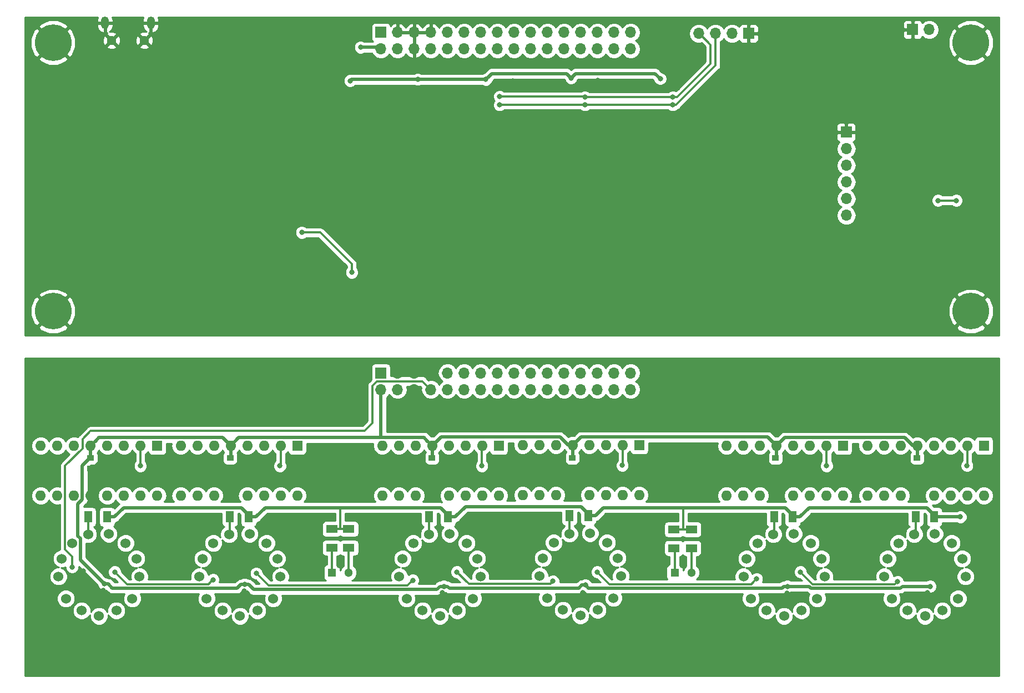
<source format=gbr>
G04 #@! TF.GenerationSoftware,KiCad,Pcbnew,(2018-01-30 revision 342197bb3)-makepkg*
G04 #@! TF.CreationDate,2018-06-27T08:36:49+02:00*
G04 #@! TF.ProjectId,NixieClock01A,4E69786965436C6F636B3031412E6B69,rev?*
G04 #@! TF.SameCoordinates,Original*
G04 #@! TF.FileFunction,Copper,L2,Bot,Signal*
G04 #@! TF.FilePolarity,Positive*
%FSLAX46Y46*%
G04 Gerber Fmt 4.6, Leading zero omitted, Abs format (unit mm)*
G04 Created by KiCad (PCBNEW (2018-01-30 revision 342197bb3)-makepkg) date 06/27/18 08:36:49*
%MOMM*%
%LPD*%
G01*
G04 APERTURE LIST*
%ADD10C,1.524000*%
%ADD11C,1.300000*%
%ADD12R,1.300000X1.300000*%
%ADD13R,1.600000X1.600000*%
%ADD14O,1.600000X1.600000*%
%ADD15R,1.700000X1.700000*%
%ADD16O,1.700000X1.700000*%
%ADD17R,1.000000X0.820000*%
%ADD18R,1.220000X1.800000*%
%ADD19C,1.450000*%
%ADD20O,1.200000X1.900000*%
%ADD21C,5.600000*%
%ADD22R,1.800000X1.220000*%
%ADD23C,0.800000*%
%ADD24C,0.300000*%
%ADD25C,0.500000*%
%ADD26C,0.254000*%
G04 APERTURE END LIST*
D10*
X228990734Y-148551499D03*
X230470534Y-136013499D03*
X231635734Y-147719499D03*
X226345734Y-147719499D03*
X227345734Y-136083499D03*
X222801734Y-142520499D03*
X223301734Y-139782499D03*
X235179734Y-142520499D03*
X234679734Y-139782499D03*
X233057734Y-137414499D03*
X224923734Y-137414499D03*
X223923734Y-145888499D03*
X234057734Y-145888499D03*
X207490734Y-148551499D03*
X208970534Y-136013499D03*
X210135734Y-147719499D03*
X204845734Y-147719499D03*
X205845734Y-136083499D03*
X201301734Y-142520499D03*
X201801734Y-139782499D03*
X213679734Y-142520499D03*
X213179734Y-139782499D03*
X211557734Y-137414499D03*
X203423734Y-137414499D03*
X202423734Y-145888499D03*
X212557734Y-145888499D03*
X176411090Y-148473700D03*
X177890890Y-135935700D03*
X179056090Y-147641700D03*
X173766090Y-147641700D03*
X174766090Y-136005700D03*
X170222090Y-142442700D03*
X170722090Y-139704700D03*
X182600090Y-142442700D03*
X182100090Y-139704700D03*
X180478090Y-137336700D03*
X172344090Y-137336700D03*
X171344090Y-145810700D03*
X181478090Y-145810700D03*
X154990734Y-148551499D03*
X156470534Y-136013499D03*
X157635734Y-147719499D03*
X152345734Y-147719499D03*
X153345734Y-136083499D03*
X148801734Y-142520499D03*
X149301734Y-139782499D03*
X161179734Y-142520499D03*
X160679734Y-139782499D03*
X159057734Y-137414499D03*
X150923734Y-137414499D03*
X149923734Y-145888499D03*
X160057734Y-145888499D03*
X124490734Y-148551499D03*
X125970534Y-136013499D03*
X127135734Y-147719499D03*
X121845734Y-147719499D03*
X122845734Y-136083499D03*
X118301734Y-142520499D03*
X118801734Y-139782499D03*
X130679734Y-142520499D03*
X130179734Y-139782499D03*
X128557734Y-137414499D03*
X120423734Y-137414499D03*
X119423734Y-145888499D03*
X129557734Y-145888499D03*
X102990734Y-148551499D03*
X104470534Y-136013499D03*
X105635734Y-147719499D03*
X100345734Y-147719499D03*
X101345734Y-136083499D03*
X96801734Y-142520499D03*
X97301734Y-139782499D03*
X109179734Y-142520499D03*
X108679734Y-139782499D03*
X107057734Y-137414499D03*
X98923734Y-137414499D03*
X97923734Y-145888499D03*
X108057734Y-145888499D03*
D11*
X192089285Y-140647500D03*
X193359285Y-141917500D03*
D12*
X190819285Y-141917500D03*
D13*
X133230734Y-122551499D03*
D14*
X115450734Y-130171499D03*
X130690734Y-122551499D03*
X117990734Y-130171499D03*
X128150734Y-122551499D03*
X120530734Y-130171499D03*
X125610734Y-122551499D03*
X123070734Y-130171499D03*
X123070734Y-122551499D03*
X125610734Y-130171499D03*
X120530734Y-122551499D03*
X128150734Y-130171499D03*
X117990734Y-122551499D03*
X130690734Y-130171499D03*
X115450734Y-122551499D03*
X133230734Y-130171499D03*
D15*
X145990379Y-111429297D03*
D16*
X145990379Y-113969297D03*
X148530379Y-111429297D03*
X148530379Y-113969297D03*
X151070379Y-111429297D03*
X151070379Y-113969297D03*
X153610379Y-111429297D03*
X153610379Y-113969297D03*
X156150379Y-111429297D03*
X156150379Y-113969297D03*
X158690379Y-111429297D03*
X158690379Y-113969297D03*
X161230379Y-111429297D03*
X161230379Y-113969297D03*
X163770379Y-111429297D03*
X163770379Y-113969297D03*
X166310379Y-111429297D03*
X166310379Y-113969297D03*
X168850379Y-111429297D03*
X168850379Y-113969297D03*
X171390379Y-111429297D03*
X171390379Y-113969297D03*
X173930379Y-111429297D03*
X173930379Y-113969297D03*
X176470379Y-111429297D03*
X176470379Y-113969297D03*
X179010379Y-111429297D03*
X179010379Y-113969297D03*
X181550379Y-111429297D03*
X181550379Y-113969297D03*
X184090379Y-111429297D03*
X184090379Y-113969297D03*
D17*
X101690379Y-126029297D03*
X101690379Y-124429297D03*
D14*
X111880734Y-130171499D03*
X94100734Y-122551499D03*
X109340734Y-130171499D03*
X96640734Y-122551499D03*
X106800734Y-130171499D03*
X99180734Y-122551499D03*
X104260734Y-130171499D03*
X101720734Y-122551499D03*
X101720734Y-130171499D03*
X104260734Y-122551499D03*
X99180734Y-130171499D03*
X106800734Y-122551499D03*
X96640734Y-130171499D03*
X109340734Y-122551499D03*
X94100734Y-130171499D03*
D13*
X111880734Y-122551499D03*
D15*
X216992703Y-74666379D03*
D16*
X216992703Y-77206379D03*
X216992703Y-79746379D03*
X216992703Y-82286379D03*
X216992703Y-84826379D03*
X216992703Y-87366379D03*
D17*
X122990379Y-124429297D03*
X122990379Y-126029297D03*
X153790379Y-126029297D03*
X153790379Y-124429297D03*
X175190379Y-124429297D03*
X175190379Y-126029297D03*
X206190379Y-126029297D03*
X206190379Y-124429297D03*
X227790379Y-124429297D03*
X227790379Y-126029297D03*
D14*
X163990734Y-130171499D03*
X146210734Y-122551499D03*
X161450734Y-130171499D03*
X148750734Y-122551499D03*
X158910734Y-130171499D03*
X151290734Y-122551499D03*
X156370734Y-130171499D03*
X153830734Y-122551499D03*
X153830734Y-130171499D03*
X156370734Y-122551499D03*
X151290734Y-130171499D03*
X158910734Y-122551499D03*
X148750734Y-130171499D03*
X161450734Y-122551499D03*
X146210734Y-130171499D03*
D13*
X163990734Y-122551499D03*
X185411090Y-122473700D03*
D14*
X167631090Y-130093700D03*
X182871090Y-122473700D03*
X170171090Y-130093700D03*
X180331090Y-122473700D03*
X172711090Y-130093700D03*
X177791090Y-122473700D03*
X175251090Y-130093700D03*
X175251090Y-122473700D03*
X177791090Y-130093700D03*
X172711090Y-122473700D03*
X180331090Y-130093700D03*
X170171090Y-122473700D03*
X182871090Y-130093700D03*
X167631090Y-122473700D03*
X185411090Y-130093700D03*
D13*
X216490734Y-122551499D03*
D14*
X198710734Y-130171499D03*
X213950734Y-122551499D03*
X201250734Y-130171499D03*
X211410734Y-122551499D03*
X203790734Y-130171499D03*
X208870734Y-122551499D03*
X206330734Y-130171499D03*
X206330734Y-122551499D03*
X208870734Y-130171499D03*
X203790734Y-122551499D03*
X211410734Y-130171499D03*
X201250734Y-122551499D03*
X213950734Y-130171499D03*
X198710734Y-122551499D03*
X216490734Y-130171499D03*
X237990734Y-130171499D03*
X220210734Y-122551499D03*
X235450734Y-130171499D03*
X222750734Y-122551499D03*
X232910734Y-130171499D03*
X225290734Y-122551499D03*
X230370734Y-130171499D03*
X227830734Y-122551499D03*
X227830734Y-130171499D03*
X230370734Y-122551499D03*
X225290734Y-130171499D03*
X232910734Y-122551499D03*
X222750734Y-130171499D03*
X235450734Y-122551499D03*
X220210734Y-130171499D03*
D13*
X237990734Y-122551499D03*
D15*
X145990379Y-59429297D03*
D16*
X145990379Y-61969297D03*
X148530379Y-59429297D03*
X148530379Y-61969297D03*
X151070379Y-59429297D03*
X151070379Y-61969297D03*
X153610379Y-59429297D03*
X153610379Y-61969297D03*
X156150379Y-59429297D03*
X156150379Y-61969297D03*
X158690379Y-59429297D03*
X158690379Y-61969297D03*
X161230379Y-59429297D03*
X161230379Y-61969297D03*
X163770379Y-59429297D03*
X163770379Y-61969297D03*
X166310379Y-59429297D03*
X166310379Y-61969297D03*
X168850379Y-59429297D03*
X168850379Y-61969297D03*
X171390379Y-59429297D03*
X171390379Y-61969297D03*
X173930379Y-59429297D03*
X173930379Y-61969297D03*
X176470379Y-59429297D03*
X176470379Y-61969297D03*
X179010379Y-59429297D03*
X179010379Y-61969297D03*
X181550379Y-59429297D03*
X181550379Y-61969297D03*
X184090379Y-59429297D03*
X184090379Y-61969297D03*
D18*
X101360379Y-133429297D03*
X104220379Y-133429297D03*
X125820379Y-133429297D03*
X122960379Y-133429297D03*
X156220379Y-133429297D03*
X153360379Y-133429297D03*
X174760379Y-133229297D03*
X177620379Y-133229297D03*
X205960379Y-133429297D03*
X208820379Y-133429297D03*
X230420379Y-133429297D03*
X227560379Y-133429297D03*
D19*
X109900000Y-60662500D03*
X104900000Y-60662500D03*
D20*
X110900000Y-57962500D03*
X103900000Y-57962500D03*
D21*
X236000000Y-154000000D03*
X96000000Y-154000000D03*
X236000000Y-113000000D03*
X96000000Y-113000000D03*
X236000000Y-61000000D03*
X236000000Y-102000000D03*
X96000000Y-102000000D03*
X96000000Y-61000000D03*
D15*
X227100000Y-59000000D03*
D16*
X229640000Y-59000000D03*
D11*
X139789285Y-140647500D03*
X141059285Y-141917500D03*
D12*
X138519285Y-141917500D03*
D22*
X193400000Y-138189895D03*
X193400000Y-135329895D03*
X190700000Y-135329895D03*
X190700000Y-138189895D03*
X138500000Y-138130000D03*
X138500000Y-135270000D03*
X141100000Y-135270000D03*
X141100000Y-138130000D03*
D15*
X202100000Y-59600000D03*
D16*
X199560000Y-59600000D03*
X197020000Y-59600000D03*
X194480000Y-59600000D03*
D23*
X134188379Y-91507297D03*
X130632379Y-91507297D03*
X236804703Y-68824379D03*
X219988103Y-81687179D03*
X221004103Y-81687179D03*
X222020103Y-81687179D03*
X225670703Y-86340379D03*
X226670703Y-86340379D03*
X224670703Y-86340379D03*
X155390379Y-145029297D03*
X176790379Y-145029297D03*
X229390379Y-145029297D03*
X207920710Y-145098966D03*
X191300000Y-67900000D03*
X183400000Y-76900000D03*
X179100000Y-66750001D03*
X166100000Y-66800000D03*
X169900000Y-77000000D03*
X156900000Y-77000000D03*
X113900000Y-58100000D03*
X137400000Y-83100000D03*
X131400000Y-97600000D03*
X135500000Y-97600000D03*
X122600000Y-91000000D03*
X123700000Y-91000000D03*
X124900000Y-91000000D03*
X119400000Y-97900000D03*
X138500000Y-83100000D03*
X139600000Y-83100000D03*
X140800000Y-80099990D03*
X142100000Y-91200000D03*
X232800000Y-68400000D03*
X125150010Y-144722326D03*
X103650010Y-144629297D03*
X173999994Y-141700000D03*
X226600000Y-141700000D03*
X205099994Y-141700000D03*
X152600000Y-141600000D03*
X122200000Y-141600000D03*
X100600000Y-141700000D03*
X133800000Y-64500000D03*
X133800000Y-63200000D03*
X133800000Y-65700000D03*
X132000000Y-64500000D03*
X132000000Y-63200000D03*
X132000000Y-65700000D03*
X139400000Y-64500000D03*
X139400000Y-63200000D03*
X137600000Y-64500000D03*
X139400000Y-65700000D03*
X137600000Y-65700000D03*
X137600000Y-63200000D03*
X189600000Y-64900000D03*
X103790379Y-143629297D03*
X155590379Y-144029297D03*
X177190379Y-143829297D03*
X207990379Y-144029297D03*
X229790379Y-144029297D03*
X142900000Y-61700000D03*
X125219282Y-143724716D03*
X175000000Y-66400000D03*
X188600000Y-66500000D03*
X151600000Y-66600000D03*
X162013170Y-66613170D03*
X141300000Y-66800000D03*
X233770707Y-85090379D03*
X230970703Y-85090395D03*
X164100000Y-70500000D03*
X177100000Y-70500000D03*
X190500000Y-70500000D03*
X164100000Y-69200000D03*
X177100000Y-69300000D03*
X190500000Y-69300000D03*
X234390379Y-133429297D03*
X109290379Y-125629297D03*
X133934379Y-89983297D03*
X141554379Y-96079297D03*
X130590389Y-125629297D03*
X98900000Y-141100022D03*
X105390379Y-141829297D03*
X120400000Y-143000000D03*
X126990379Y-142029297D03*
X150850010Y-143100000D03*
X157590379Y-141829297D03*
X172249033Y-143250967D03*
X178990379Y-141829297D03*
X203300024Y-142900000D03*
X209990379Y-141829297D03*
X224800012Y-143300000D03*
X161390379Y-125629297D03*
X182810735Y-125551498D03*
X213990379Y-125629297D03*
X235400000Y-125600000D03*
D24*
X219988103Y-81687179D02*
X221004103Y-81687179D01*
X225670703Y-86340379D02*
X226670703Y-86340379D01*
D25*
X122600000Y-91000000D02*
X123700000Y-91000000D01*
D24*
X138500000Y-83100000D02*
X139600000Y-83100000D01*
X133800000Y-64500000D02*
X133800000Y-63200000D01*
X132000000Y-64500000D02*
X132000000Y-63200000D01*
X132000000Y-64500000D02*
X133800000Y-64500000D01*
X139400000Y-64500000D02*
X139400000Y-63200000D01*
X137600000Y-64500000D02*
X137600000Y-63200000D01*
X137600000Y-64500000D02*
X139400000Y-64500000D01*
D25*
X191300000Y-67900000D02*
X191300000Y-66600000D01*
X191300000Y-66600000D02*
X189600000Y-64900000D01*
X101720734Y-124398942D02*
X101690379Y-124429297D01*
X101720734Y-122551499D02*
X101720734Y-124398942D01*
X123070734Y-124348942D02*
X122990379Y-124429297D01*
X123070734Y-122551499D02*
X123070734Y-124348942D01*
X153830734Y-124388942D02*
X153790379Y-124429297D01*
X153830734Y-122551499D02*
X153830734Y-124388942D01*
X175251090Y-124368586D02*
X175190379Y-124429297D01*
X175251090Y-122473700D02*
X175251090Y-124368586D01*
X206330734Y-124288942D02*
X206190379Y-124429297D01*
X206330734Y-122551499D02*
X206330734Y-124288942D01*
X227830734Y-124388942D02*
X227790379Y-124429297D01*
X227830734Y-122551499D02*
X227830734Y-124388942D01*
X207130733Y-121751500D02*
X206330734Y-122551499D01*
X207580735Y-121301498D02*
X207130733Y-121751500D01*
X225890735Y-121301498D02*
X207580735Y-121301498D01*
X227140736Y-122551499D02*
X225890735Y-121301498D01*
X227830734Y-122551499D02*
X227140736Y-122551499D01*
X176051089Y-121673701D02*
X175251090Y-122473700D01*
X176501091Y-121223699D02*
X176051089Y-121673701D01*
X205002934Y-121223699D02*
X176501091Y-121223699D01*
X206330734Y-122551499D02*
X205002934Y-121223699D01*
X154630733Y-121751500D02*
X153830734Y-122551499D01*
X155158534Y-121223699D02*
X154630733Y-121751500D01*
X173311091Y-121223699D02*
X155158534Y-121223699D01*
X174561092Y-122473700D02*
X173311091Y-121223699D01*
X175251090Y-122473700D02*
X174561092Y-122473700D01*
X145990379Y-114711144D02*
X145990379Y-113969297D01*
X102520733Y-121751500D02*
X101720734Y-122551499D01*
X102970735Y-121301498D02*
X102520733Y-121751500D01*
X121820733Y-121301498D02*
X102970735Y-121301498D01*
X123070734Y-122551499D02*
X121820733Y-121301498D01*
X101600379Y-124429297D02*
X101690379Y-124429297D01*
X100430735Y-125598941D02*
X101600379Y-124429297D01*
X100430735Y-130771500D02*
X100430735Y-125598941D01*
X99780735Y-131421500D02*
X100430735Y-130771500D01*
X99780735Y-136312262D02*
X99780735Y-131421500D01*
X100135735Y-136667262D02*
X99780735Y-136312262D01*
X100135735Y-139974653D02*
X100135735Y-136667262D01*
X103790379Y-143629297D02*
X100135735Y-139974653D01*
X153030735Y-121751500D02*
X153830734Y-122551499D01*
X152580733Y-121301498D02*
X153030735Y-121751500D01*
X123070734Y-122551499D02*
X124320735Y-121301498D01*
X145990379Y-115171378D02*
X145990379Y-121301498D01*
X145990379Y-113969297D02*
X145990379Y-115171378D01*
X124320735Y-121301498D02*
X145990379Y-121301498D01*
X145990379Y-121301498D02*
X152580733Y-121301498D01*
X145721082Y-61700000D02*
X145990379Y-61969297D01*
X142900000Y-61700000D02*
X145721082Y-61700000D01*
X177190379Y-143829297D02*
X177661093Y-144300011D01*
X207153980Y-144300011D02*
X207424694Y-144029297D01*
X177661093Y-144300011D02*
X207153980Y-144300011D01*
X207424694Y-144029297D02*
X207990379Y-144029297D01*
X229224694Y-144029297D02*
X229790379Y-144029297D01*
X225528705Y-144029297D02*
X229224694Y-144029297D01*
X225258002Y-144300000D02*
X225528705Y-144029297D01*
X211612539Y-144300000D02*
X225258002Y-144300000D01*
X207990379Y-144029297D02*
X211341836Y-144029297D01*
X211341836Y-144029297D02*
X211612539Y-144300000D01*
X176153980Y-144300011D02*
X176624694Y-143829297D01*
X176624694Y-143829297D02*
X177190379Y-143829297D01*
X155590379Y-144029297D02*
X156156064Y-144029297D01*
X156426778Y-144300011D02*
X176153980Y-144300011D01*
X156156064Y-144029297D02*
X156426778Y-144300011D01*
X155024694Y-144029297D02*
X154553980Y-144500011D01*
X154553980Y-144500011D02*
X126560262Y-144500011D01*
X125784967Y-143724716D02*
X125219282Y-143724716D01*
X126560262Y-144500011D02*
X125784967Y-143724716D01*
X155590379Y-144029297D02*
X155024694Y-144029297D01*
X104356064Y-143629297D02*
X105026778Y-144300011D01*
X124078302Y-144300011D02*
X124653597Y-143724716D01*
X124653597Y-143724716D02*
X125219282Y-143724716D01*
X105026778Y-144300011D02*
X124078302Y-144300011D01*
X103790379Y-143629297D02*
X104356064Y-143629297D01*
X151613170Y-66613170D02*
X151600000Y-66600000D01*
X162013170Y-66613170D02*
X151613170Y-66613170D01*
X141500000Y-66600000D02*
X141300000Y-66800000D01*
X151600000Y-66600000D02*
X141500000Y-66600000D01*
X175399999Y-66000001D02*
X175000000Y-66400000D01*
X175700000Y-65700000D02*
X175399999Y-66000001D01*
X188600000Y-66500000D02*
X187800000Y-65700000D01*
X187800000Y-65700000D02*
X175700000Y-65700000D01*
X162413169Y-66213171D02*
X162013170Y-66613170D01*
X162926340Y-65700000D02*
X162413169Y-66213171D01*
X175000000Y-66400000D02*
X174300000Y-65700000D01*
X174300000Y-65700000D02*
X162926340Y-65700000D01*
D24*
X233770707Y-85090379D02*
X230970719Y-85090379D01*
X230970719Y-85090379D02*
X230970703Y-85090395D01*
X164665685Y-70500000D02*
X177100000Y-70500000D01*
X164100000Y-70500000D02*
X164665685Y-70500000D01*
X177100000Y-70500000D02*
X190500000Y-70500000D01*
X197020000Y-60802081D02*
X197020000Y-59600000D01*
X197020000Y-64480000D02*
X197020000Y-60802081D01*
X190500000Y-70500000D02*
X191000000Y-70500000D01*
X191000000Y-70500000D02*
X197020000Y-64480000D01*
X177000000Y-69200000D02*
X177100000Y-69300000D01*
X164100000Y-69200000D02*
X177000000Y-69200000D01*
X177100000Y-69300000D02*
X190500000Y-69300000D01*
X194600000Y-59600000D02*
X194480000Y-59600000D01*
X196300000Y-61300000D02*
X194600000Y-59600000D01*
X196300000Y-64200000D02*
X196300000Y-61300000D01*
X190500000Y-69300000D02*
X191200000Y-69300000D01*
X191200000Y-69300000D02*
X196300000Y-64200000D01*
D25*
X125820379Y-133139297D02*
X125820379Y-133429297D01*
X124710379Y-132029297D02*
X125820379Y-133139297D01*
X106730379Y-132029297D02*
X124710379Y-132029297D01*
X105330379Y-133429297D02*
X106730379Y-132029297D01*
X104220379Y-133429297D02*
X105330379Y-133429297D01*
X156220379Y-133139297D02*
X156220379Y-133429297D01*
X155110379Y-132029297D02*
X156220379Y-133139297D01*
X126930379Y-133429297D02*
X128330379Y-132029297D01*
X125820379Y-133429297D02*
X126930379Y-133429297D01*
X177620379Y-132939297D02*
X177620379Y-133229297D01*
X176510379Y-131829297D02*
X177620379Y-132939297D01*
X158930379Y-131829297D02*
X176510379Y-131829297D01*
X157330379Y-133429297D02*
X158930379Y-131829297D01*
X156220379Y-133429297D02*
X157330379Y-133429297D01*
X208820379Y-133139297D02*
X208820379Y-133429297D01*
X207710379Y-132029297D02*
X208820379Y-133139297D01*
X178730379Y-133229297D02*
X179930379Y-132029297D01*
X177620379Y-133229297D02*
X178730379Y-133229297D01*
X230420379Y-133139297D02*
X230420379Y-133429297D01*
X229310379Y-132029297D02*
X230420379Y-133139297D01*
X211330379Y-132029297D02*
X229310379Y-132029297D01*
X209930379Y-133429297D02*
X211330379Y-132029297D01*
X208820379Y-133429297D02*
X209930379Y-133429297D01*
X144790379Y-132029297D02*
X155110379Y-132029297D01*
X234390379Y-133429297D02*
X230420379Y-133429297D01*
X139800000Y-132029297D02*
X144790379Y-132029297D01*
X128330379Y-132029297D02*
X139800000Y-132029297D01*
X192100000Y-132029297D02*
X207710379Y-132029297D01*
X179930379Y-132029297D02*
X192100000Y-132029297D01*
D24*
X192100000Y-135329895D02*
X192100000Y-132029297D01*
X192100000Y-135329895D02*
X193400000Y-135329895D01*
X190700000Y-135329895D02*
X192100000Y-135329895D01*
X139800000Y-135270000D02*
X139800000Y-132029297D01*
X139800000Y-135270000D02*
X141100000Y-135270000D01*
X138500000Y-135270000D02*
X139800000Y-135270000D01*
X109290379Y-122601854D02*
X109340734Y-122551499D01*
X109290379Y-125629297D02*
X109290379Y-122601854D01*
X141554379Y-94809297D02*
X141554379Y-96079297D01*
X133934379Y-89983297D02*
X136728379Y-89983297D01*
X136728379Y-89983297D02*
X141554379Y-94809297D01*
X130690734Y-122551499D02*
X130690734Y-125528952D01*
X130690734Y-125528952D02*
X130590389Y-125629297D01*
X98900000Y-140534337D02*
X98900000Y-141100022D01*
X97811733Y-138380651D02*
X98900000Y-139468918D01*
X98900000Y-139468918D02*
X98900000Y-140534337D01*
X100487379Y-122946856D02*
X97811733Y-125622502D01*
X100487379Y-121532297D02*
X100487379Y-122946856D01*
X101719676Y-120300000D02*
X100487379Y-121532297D01*
X152341082Y-112700000D02*
X145400000Y-112700000D01*
X97811733Y-125622502D02*
X97811733Y-138380651D01*
X153610379Y-113969297D02*
X152341082Y-112700000D01*
X145400000Y-112700000D02*
X144700000Y-113400000D01*
X144700000Y-113400000D02*
X144700000Y-119100000D01*
X144700000Y-119100000D02*
X143500000Y-120300000D01*
X143500000Y-120300000D02*
X101719676Y-120300000D01*
X120000001Y-143399999D02*
X120400000Y-143000000D01*
X105390379Y-141829297D02*
X107261082Y-143700000D01*
X119700000Y-143700000D02*
X120000001Y-143399999D01*
X107261082Y-143700000D02*
X119700000Y-143700000D01*
X128861082Y-143900000D02*
X150050010Y-143900000D01*
X150050010Y-143900000D02*
X150450011Y-143499999D01*
X126990379Y-142029297D02*
X128861082Y-143900000D01*
X150450011Y-143499999D02*
X150850010Y-143100000D01*
X157590379Y-141829297D02*
X159412048Y-143650966D01*
X171849034Y-143650966D02*
X172249033Y-143250967D01*
X159412048Y-143650966D02*
X171849034Y-143650966D01*
X202500024Y-143700000D02*
X202900025Y-143299999D01*
X202900025Y-143299999D02*
X203300024Y-142900000D01*
X180861082Y-143700000D02*
X202500024Y-143700000D01*
X178990379Y-141829297D02*
X180861082Y-143700000D01*
X211861081Y-143699999D02*
X224400013Y-143699999D01*
X209990379Y-141829297D02*
X211861081Y-143699999D01*
X224400013Y-143699999D02*
X224800012Y-143300000D01*
X122960379Y-135968854D02*
X122845734Y-136083499D01*
X122960379Y-133429297D02*
X122960379Y-135968854D01*
X161390379Y-122611854D02*
X161450734Y-122551499D01*
X161390379Y-125629297D02*
X161390379Y-122611854D01*
X153360379Y-136068854D02*
X153345734Y-136083499D01*
X153360379Y-133429297D02*
X153360379Y-136068854D01*
X174760379Y-135999989D02*
X174766090Y-136005700D01*
X174760379Y-133229297D02*
X174760379Y-135999989D01*
X182871090Y-122473700D02*
X182871090Y-125491143D01*
X182871090Y-125491143D02*
X182810735Y-125551498D01*
X213990379Y-122591144D02*
X213950734Y-122551499D01*
X213990379Y-125629297D02*
X213990379Y-122591144D01*
X205960379Y-135968854D02*
X205845734Y-136083499D01*
X205960379Y-133429297D02*
X205960379Y-135968854D01*
X227560379Y-135868854D02*
X227345734Y-136083499D01*
X227560379Y-133429297D02*
X227560379Y-135868854D01*
X235450734Y-122551499D02*
X235450734Y-125549266D01*
X235450734Y-125549266D02*
X235400000Y-125600000D01*
X101360379Y-136068854D02*
X101345734Y-136083499D01*
X101360379Y-133429297D02*
X101360379Y-136068854D01*
X193359285Y-138373906D02*
X193245274Y-138259895D01*
X193359285Y-138230610D02*
X193400000Y-138189895D01*
X193359285Y-141917500D02*
X193359285Y-138230610D01*
X190819285Y-138285884D02*
X190845274Y-138259895D01*
X190819285Y-138309180D02*
X190700000Y-138189895D01*
X190819285Y-141917500D02*
X190819285Y-138309180D01*
X141059285Y-138170715D02*
X141100000Y-138130000D01*
X141059285Y-141917500D02*
X141059285Y-138170715D01*
X138519285Y-138149285D02*
X138500000Y-138130000D01*
X138519285Y-141917500D02*
X138519285Y-138149285D01*
D26*
G36*
X240265001Y-157665000D02*
X91735000Y-157665000D01*
X91735000Y-147441618D01*
X98948734Y-147441618D01*
X98948734Y-147997380D01*
X99161414Y-148510836D01*
X99554397Y-148903819D01*
X100067853Y-149116499D01*
X100623615Y-149116499D01*
X101137071Y-148903819D01*
X101530054Y-148510836D01*
X101593734Y-148357099D01*
X101593734Y-148829380D01*
X101806414Y-149342836D01*
X102199397Y-149735819D01*
X102712853Y-149948499D01*
X103268615Y-149948499D01*
X103782071Y-149735819D01*
X104175054Y-149342836D01*
X104387734Y-148829380D01*
X104387734Y-148357099D01*
X104451414Y-148510836D01*
X104844397Y-148903819D01*
X105357853Y-149116499D01*
X105913615Y-149116499D01*
X106427071Y-148903819D01*
X106820054Y-148510836D01*
X107032734Y-147997380D01*
X107032734Y-147441618D01*
X120448734Y-147441618D01*
X120448734Y-147997380D01*
X120661414Y-148510836D01*
X121054397Y-148903819D01*
X121567853Y-149116499D01*
X122123615Y-149116499D01*
X122637071Y-148903819D01*
X123030054Y-148510836D01*
X123093734Y-148357099D01*
X123093734Y-148829380D01*
X123306414Y-149342836D01*
X123699397Y-149735819D01*
X124212853Y-149948499D01*
X124768615Y-149948499D01*
X125282071Y-149735819D01*
X125675054Y-149342836D01*
X125887734Y-148829380D01*
X125887734Y-148357099D01*
X125951414Y-148510836D01*
X126344397Y-148903819D01*
X126857853Y-149116499D01*
X127413615Y-149116499D01*
X127927071Y-148903819D01*
X128320054Y-148510836D01*
X128532734Y-147997380D01*
X128532734Y-147441618D01*
X150948734Y-147441618D01*
X150948734Y-147997380D01*
X151161414Y-148510836D01*
X151554397Y-148903819D01*
X152067853Y-149116499D01*
X152623615Y-149116499D01*
X153137071Y-148903819D01*
X153530054Y-148510836D01*
X153593734Y-148357099D01*
X153593734Y-148829380D01*
X153806414Y-149342836D01*
X154199397Y-149735819D01*
X154712853Y-149948499D01*
X155268615Y-149948499D01*
X155782071Y-149735819D01*
X156175054Y-149342836D01*
X156387734Y-148829380D01*
X156387734Y-148357099D01*
X156451414Y-148510836D01*
X156844397Y-148903819D01*
X157357853Y-149116499D01*
X157913615Y-149116499D01*
X158427071Y-148903819D01*
X158820054Y-148510836D01*
X159032734Y-147997380D01*
X159032734Y-147441618D01*
X159000509Y-147363819D01*
X172369090Y-147363819D01*
X172369090Y-147919581D01*
X172581770Y-148433037D01*
X172974753Y-148826020D01*
X173488209Y-149038700D01*
X174043971Y-149038700D01*
X174557427Y-148826020D01*
X174950410Y-148433037D01*
X175014090Y-148279300D01*
X175014090Y-148751581D01*
X175226770Y-149265037D01*
X175619753Y-149658020D01*
X176133209Y-149870700D01*
X176688971Y-149870700D01*
X177202427Y-149658020D01*
X177595410Y-149265037D01*
X177808090Y-148751581D01*
X177808090Y-148279300D01*
X177871770Y-148433037D01*
X178264753Y-148826020D01*
X178778209Y-149038700D01*
X179333971Y-149038700D01*
X179847427Y-148826020D01*
X180240410Y-148433037D01*
X180453090Y-147919581D01*
X180453090Y-147441618D01*
X203448734Y-147441618D01*
X203448734Y-147997380D01*
X203661414Y-148510836D01*
X204054397Y-148903819D01*
X204567853Y-149116499D01*
X205123615Y-149116499D01*
X205637071Y-148903819D01*
X206030054Y-148510836D01*
X206093734Y-148357099D01*
X206093734Y-148829380D01*
X206306414Y-149342836D01*
X206699397Y-149735819D01*
X207212853Y-149948499D01*
X207768615Y-149948499D01*
X208282071Y-149735819D01*
X208675054Y-149342836D01*
X208887734Y-148829380D01*
X208887734Y-148357099D01*
X208951414Y-148510836D01*
X209344397Y-148903819D01*
X209857853Y-149116499D01*
X210413615Y-149116499D01*
X210927071Y-148903819D01*
X211320054Y-148510836D01*
X211532734Y-147997380D01*
X211532734Y-147441618D01*
X224948734Y-147441618D01*
X224948734Y-147997380D01*
X225161414Y-148510836D01*
X225554397Y-148903819D01*
X226067853Y-149116499D01*
X226623615Y-149116499D01*
X227137071Y-148903819D01*
X227530054Y-148510836D01*
X227593734Y-148357099D01*
X227593734Y-148829380D01*
X227806414Y-149342836D01*
X228199397Y-149735819D01*
X228712853Y-149948499D01*
X229268615Y-149948499D01*
X229782071Y-149735819D01*
X230175054Y-149342836D01*
X230387734Y-148829380D01*
X230387734Y-148357099D01*
X230451414Y-148510836D01*
X230844397Y-148903819D01*
X231357853Y-149116499D01*
X231913615Y-149116499D01*
X232427071Y-148903819D01*
X232820054Y-148510836D01*
X233032734Y-147997380D01*
X233032734Y-147441618D01*
X232820054Y-146928162D01*
X232427071Y-146535179D01*
X231913615Y-146322499D01*
X231357853Y-146322499D01*
X230844397Y-146535179D01*
X230451414Y-146928162D01*
X230238734Y-147441618D01*
X230238734Y-147913899D01*
X230175054Y-147760162D01*
X229782071Y-147367179D01*
X229268615Y-147154499D01*
X228712853Y-147154499D01*
X228199397Y-147367179D01*
X227806414Y-147760162D01*
X227742734Y-147913899D01*
X227742734Y-147441618D01*
X227530054Y-146928162D01*
X227137071Y-146535179D01*
X226623615Y-146322499D01*
X226067853Y-146322499D01*
X225554397Y-146535179D01*
X225161414Y-146928162D01*
X224948734Y-147441618D01*
X211532734Y-147441618D01*
X211320054Y-146928162D01*
X210927071Y-146535179D01*
X210413615Y-146322499D01*
X209857853Y-146322499D01*
X209344397Y-146535179D01*
X208951414Y-146928162D01*
X208738734Y-147441618D01*
X208738734Y-147913899D01*
X208675054Y-147760162D01*
X208282071Y-147367179D01*
X207768615Y-147154499D01*
X207212853Y-147154499D01*
X206699397Y-147367179D01*
X206306414Y-147760162D01*
X206242734Y-147913899D01*
X206242734Y-147441618D01*
X206030054Y-146928162D01*
X205637071Y-146535179D01*
X205123615Y-146322499D01*
X204567853Y-146322499D01*
X204054397Y-146535179D01*
X203661414Y-146928162D01*
X203448734Y-147441618D01*
X180453090Y-147441618D01*
X180453090Y-147363819D01*
X180240410Y-146850363D01*
X179847427Y-146457380D01*
X179333971Y-146244700D01*
X178778209Y-146244700D01*
X178264753Y-146457380D01*
X177871770Y-146850363D01*
X177659090Y-147363819D01*
X177659090Y-147836100D01*
X177595410Y-147682363D01*
X177202427Y-147289380D01*
X176688971Y-147076700D01*
X176133209Y-147076700D01*
X175619753Y-147289380D01*
X175226770Y-147682363D01*
X175163090Y-147836100D01*
X175163090Y-147363819D01*
X174950410Y-146850363D01*
X174557427Y-146457380D01*
X174043971Y-146244700D01*
X173488209Y-146244700D01*
X172974753Y-146457380D01*
X172581770Y-146850363D01*
X172369090Y-147363819D01*
X159000509Y-147363819D01*
X158820054Y-146928162D01*
X158427071Y-146535179D01*
X157913615Y-146322499D01*
X157357853Y-146322499D01*
X156844397Y-146535179D01*
X156451414Y-146928162D01*
X156238734Y-147441618D01*
X156238734Y-147913899D01*
X156175054Y-147760162D01*
X155782071Y-147367179D01*
X155268615Y-147154499D01*
X154712853Y-147154499D01*
X154199397Y-147367179D01*
X153806414Y-147760162D01*
X153742734Y-147913899D01*
X153742734Y-147441618D01*
X153530054Y-146928162D01*
X153137071Y-146535179D01*
X152623615Y-146322499D01*
X152067853Y-146322499D01*
X151554397Y-146535179D01*
X151161414Y-146928162D01*
X150948734Y-147441618D01*
X128532734Y-147441618D01*
X128320054Y-146928162D01*
X127927071Y-146535179D01*
X127413615Y-146322499D01*
X126857853Y-146322499D01*
X126344397Y-146535179D01*
X125951414Y-146928162D01*
X125738734Y-147441618D01*
X125738734Y-147913899D01*
X125675054Y-147760162D01*
X125282071Y-147367179D01*
X124768615Y-147154499D01*
X124212853Y-147154499D01*
X123699397Y-147367179D01*
X123306414Y-147760162D01*
X123242734Y-147913899D01*
X123242734Y-147441618D01*
X123030054Y-146928162D01*
X122637071Y-146535179D01*
X122123615Y-146322499D01*
X121567853Y-146322499D01*
X121054397Y-146535179D01*
X120661414Y-146928162D01*
X120448734Y-147441618D01*
X107032734Y-147441618D01*
X106820054Y-146928162D01*
X106427071Y-146535179D01*
X105913615Y-146322499D01*
X105357853Y-146322499D01*
X104844397Y-146535179D01*
X104451414Y-146928162D01*
X104238734Y-147441618D01*
X104238734Y-147913899D01*
X104175054Y-147760162D01*
X103782071Y-147367179D01*
X103268615Y-147154499D01*
X102712853Y-147154499D01*
X102199397Y-147367179D01*
X101806414Y-147760162D01*
X101742734Y-147913899D01*
X101742734Y-147441618D01*
X101530054Y-146928162D01*
X101137071Y-146535179D01*
X100623615Y-146322499D01*
X100067853Y-146322499D01*
X99554397Y-146535179D01*
X99161414Y-146928162D01*
X98948734Y-147441618D01*
X91735000Y-147441618D01*
X91735000Y-145610618D01*
X96526734Y-145610618D01*
X96526734Y-146166380D01*
X96739414Y-146679836D01*
X97132397Y-147072819D01*
X97645853Y-147285499D01*
X98201615Y-147285499D01*
X98715071Y-147072819D01*
X99108054Y-146679836D01*
X99320734Y-146166380D01*
X99320734Y-145610618D01*
X99108054Y-145097162D01*
X98715071Y-144704179D01*
X98201615Y-144491499D01*
X97645853Y-144491499D01*
X97132397Y-144704179D01*
X96739414Y-145097162D01*
X96526734Y-145610618D01*
X91735000Y-145610618D01*
X91735000Y-122551499D01*
X92637621Y-122551499D01*
X92748994Y-123111408D01*
X93066157Y-123586076D01*
X93540825Y-123903239D01*
X93959401Y-123986499D01*
X94242067Y-123986499D01*
X94660643Y-123903239D01*
X95135311Y-123586076D01*
X95370734Y-123233741D01*
X95606157Y-123586076D01*
X96080825Y-123903239D01*
X96499401Y-123986499D01*
X96782067Y-123986499D01*
X97200643Y-123903239D01*
X97675311Y-123586076D01*
X97910734Y-123233741D01*
X98146157Y-123586076D01*
X98500942Y-123823136D01*
X97311325Y-125012753D01*
X97245780Y-125056549D01*
X97072279Y-125316211D01*
X97026733Y-125545187D01*
X97026733Y-125545190D01*
X97011355Y-125622502D01*
X97026733Y-125699814D01*
X97026733Y-128785166D01*
X96782067Y-128736499D01*
X96499401Y-128736499D01*
X96080825Y-128819759D01*
X95606157Y-129136922D01*
X95370734Y-129489257D01*
X95135311Y-129136922D01*
X94660643Y-128819759D01*
X94242067Y-128736499D01*
X93959401Y-128736499D01*
X93540825Y-128819759D01*
X93066157Y-129136922D01*
X92748994Y-129611590D01*
X92637621Y-130171499D01*
X92748994Y-130731408D01*
X93066157Y-131206076D01*
X93540825Y-131523239D01*
X93959401Y-131606499D01*
X94242067Y-131606499D01*
X94660643Y-131523239D01*
X95135311Y-131206076D01*
X95370734Y-130853741D01*
X95606157Y-131206076D01*
X96080825Y-131523239D01*
X96499401Y-131606499D01*
X96782067Y-131606499D01*
X97026733Y-131557832D01*
X97026734Y-138303334D01*
X97011355Y-138380651D01*
X97013197Y-138389913D01*
X96510397Y-138598179D01*
X96117414Y-138991162D01*
X95904734Y-139504618D01*
X95904734Y-140060380D01*
X96117414Y-140573836D01*
X96510397Y-140966819D01*
X96888657Y-141123499D01*
X96523853Y-141123499D01*
X96010397Y-141336179D01*
X95617414Y-141729162D01*
X95404734Y-142242618D01*
X95404734Y-142798380D01*
X95617414Y-143311836D01*
X96010397Y-143704819D01*
X96523853Y-143917499D01*
X97079615Y-143917499D01*
X97593071Y-143704819D01*
X97986054Y-143311836D01*
X98198734Y-142798380D01*
X98198734Y-142242618D01*
X97986054Y-141729162D01*
X97593071Y-141336179D01*
X97214811Y-141179499D01*
X97579615Y-141179499D01*
X97865000Y-141061289D01*
X97865000Y-141305896D01*
X98022569Y-141686302D01*
X98313720Y-141977453D01*
X98694126Y-142135022D01*
X99105874Y-142135022D01*
X99486280Y-141977453D01*
X99777431Y-141686302D01*
X99935000Y-141305896D01*
X99935000Y-141025496D01*
X102762948Y-143853445D01*
X102912948Y-144215577D01*
X103204099Y-144506728D01*
X103584505Y-144664297D01*
X103996253Y-144664297D01*
X104097534Y-144622345D01*
X104339355Y-144864167D01*
X104388729Y-144938060D01*
X104462622Y-144987434D01*
X104462623Y-144987435D01*
X104577655Y-145064297D01*
X104681468Y-145133663D01*
X104939613Y-145185011D01*
X104939617Y-145185011D01*
X105026778Y-145202348D01*
X105113939Y-145185011D01*
X106837026Y-145185011D01*
X106660734Y-145610618D01*
X106660734Y-146166380D01*
X106873414Y-146679836D01*
X107266397Y-147072819D01*
X107779853Y-147285499D01*
X108335615Y-147285499D01*
X108849071Y-147072819D01*
X109242054Y-146679836D01*
X109454734Y-146166380D01*
X109454734Y-145610618D01*
X109278442Y-145185011D01*
X118203026Y-145185011D01*
X118026734Y-145610618D01*
X118026734Y-146166380D01*
X118239414Y-146679836D01*
X118632397Y-147072819D01*
X119145853Y-147285499D01*
X119701615Y-147285499D01*
X120215071Y-147072819D01*
X120608054Y-146679836D01*
X120820734Y-146166380D01*
X120820734Y-145610618D01*
X120644442Y-145185011D01*
X123991141Y-145185011D01*
X124078302Y-145202348D01*
X124165463Y-145185011D01*
X124165467Y-145185011D01*
X124423612Y-145133663D01*
X124716351Y-144938060D01*
X124765727Y-144864165D01*
X124912127Y-144717764D01*
X125013408Y-144759716D01*
X125425156Y-144759716D01*
X125526437Y-144717764D01*
X125872839Y-145064167D01*
X125922213Y-145138060D01*
X125996106Y-145187434D01*
X125996107Y-145187435D01*
X126018426Y-145202348D01*
X126214952Y-145333663D01*
X126473097Y-145385011D01*
X126473101Y-145385011D01*
X126560262Y-145402348D01*
X126647423Y-145385011D01*
X128254183Y-145385011D01*
X128160734Y-145610618D01*
X128160734Y-146166380D01*
X128373414Y-146679836D01*
X128766397Y-147072819D01*
X129279853Y-147285499D01*
X129835615Y-147285499D01*
X130349071Y-147072819D01*
X130742054Y-146679836D01*
X130954734Y-146166380D01*
X130954734Y-145610618D01*
X130861285Y-145385011D01*
X148620183Y-145385011D01*
X148526734Y-145610618D01*
X148526734Y-146166380D01*
X148739414Y-146679836D01*
X149132397Y-147072819D01*
X149645853Y-147285499D01*
X150201615Y-147285499D01*
X150715071Y-147072819D01*
X151108054Y-146679836D01*
X151320734Y-146166380D01*
X151320734Y-145610618D01*
X151227285Y-145385011D01*
X154466819Y-145385011D01*
X154553980Y-145402348D01*
X154641141Y-145385011D01*
X154641145Y-145385011D01*
X154899290Y-145333663D01*
X155192029Y-145138060D01*
X155241405Y-145064164D01*
X155283224Y-145022345D01*
X155384505Y-145064297D01*
X155796253Y-145064297D01*
X155908236Y-145017912D01*
X156081468Y-145133663D01*
X156339613Y-145185011D01*
X156339618Y-145185011D01*
X156426777Y-145202348D01*
X156513937Y-145185011D01*
X158837026Y-145185011D01*
X158660734Y-145610618D01*
X158660734Y-146166380D01*
X158873414Y-146679836D01*
X159266397Y-147072819D01*
X159779853Y-147285499D01*
X160335615Y-147285499D01*
X160849071Y-147072819D01*
X161242054Y-146679836D01*
X161454734Y-146166380D01*
X161454734Y-145610618D01*
X161278442Y-145185011D01*
X170091156Y-145185011D01*
X169947090Y-145532819D01*
X169947090Y-146088581D01*
X170159770Y-146602037D01*
X170552753Y-146995020D01*
X171066209Y-147207700D01*
X171621971Y-147207700D01*
X172135427Y-146995020D01*
X172528410Y-146602037D01*
X172741090Y-146088581D01*
X172741090Y-145532819D01*
X172597024Y-145185011D01*
X176066819Y-145185011D01*
X176153980Y-145202348D01*
X176241141Y-145185011D01*
X176241145Y-145185011D01*
X176499290Y-145133663D01*
X176792029Y-144938060D01*
X176841405Y-144864164D01*
X176883224Y-144822345D01*
X176966232Y-144856728D01*
X176973668Y-144864164D01*
X177023044Y-144938060D01*
X177315783Y-145133663D01*
X177573928Y-145185011D01*
X177573932Y-145185011D01*
X177661092Y-145202348D01*
X177748252Y-145185011D01*
X180225156Y-145185011D01*
X180081090Y-145532819D01*
X180081090Y-146088581D01*
X180293770Y-146602037D01*
X180686753Y-146995020D01*
X181200209Y-147207700D01*
X181755971Y-147207700D01*
X182269427Y-146995020D01*
X182662410Y-146602037D01*
X182875090Y-146088581D01*
X182875090Y-145532819D01*
X182731024Y-145185011D01*
X201203026Y-145185011D01*
X201026734Y-145610618D01*
X201026734Y-146166380D01*
X201239414Y-146679836D01*
X201632397Y-147072819D01*
X202145853Y-147285499D01*
X202701615Y-147285499D01*
X203215071Y-147072819D01*
X203608054Y-146679836D01*
X203820734Y-146166380D01*
X203820734Y-145610618D01*
X203644442Y-145185011D01*
X207066819Y-145185011D01*
X207153980Y-145202348D01*
X207241141Y-145185011D01*
X207241145Y-145185011D01*
X207499290Y-145133663D01*
X207672522Y-145017912D01*
X207784505Y-145064297D01*
X208196253Y-145064297D01*
X208558386Y-144914297D01*
X210958619Y-144914297D01*
X210974490Y-144938049D01*
X211267229Y-145133652D01*
X211351367Y-145150388D01*
X211160734Y-145610618D01*
X211160734Y-146166380D01*
X211373414Y-146679836D01*
X211766397Y-147072819D01*
X212279853Y-147285499D01*
X212835615Y-147285499D01*
X213349071Y-147072819D01*
X213742054Y-146679836D01*
X213954734Y-146166380D01*
X213954734Y-145610618D01*
X213778438Y-145185000D01*
X222703030Y-145185000D01*
X222526734Y-145610618D01*
X222526734Y-146166380D01*
X222739414Y-146679836D01*
X223132397Y-147072819D01*
X223645853Y-147285499D01*
X224201615Y-147285499D01*
X224715071Y-147072819D01*
X225108054Y-146679836D01*
X225320734Y-146166380D01*
X225320734Y-145610618D01*
X232660734Y-145610618D01*
X232660734Y-146166380D01*
X232873414Y-146679836D01*
X233266397Y-147072819D01*
X233779853Y-147285499D01*
X234335615Y-147285499D01*
X234849071Y-147072819D01*
X235242054Y-146679836D01*
X235454734Y-146166380D01*
X235454734Y-145610618D01*
X235242054Y-145097162D01*
X234849071Y-144704179D01*
X234335615Y-144491499D01*
X233779853Y-144491499D01*
X233266397Y-144704179D01*
X232873414Y-145097162D01*
X232660734Y-145610618D01*
X225320734Y-145610618D01*
X225144438Y-145185000D01*
X225170841Y-145185000D01*
X225258002Y-145202337D01*
X225345163Y-145185000D01*
X225345167Y-145185000D01*
X225603312Y-145133652D01*
X225896051Y-144938049D01*
X225911922Y-144914297D01*
X229222372Y-144914297D01*
X229584505Y-145064297D01*
X229996253Y-145064297D01*
X230376659Y-144906728D01*
X230667810Y-144615577D01*
X230825379Y-144235171D01*
X230825379Y-143823423D01*
X230667810Y-143443017D01*
X230376659Y-143151866D01*
X229996253Y-142994297D01*
X229584505Y-142994297D01*
X229222372Y-143144297D01*
X225835012Y-143144297D01*
X225835012Y-143094126D01*
X225677443Y-142713720D01*
X225386292Y-142422569D01*
X225005886Y-142265000D01*
X224594138Y-142265000D01*
X224213732Y-142422569D01*
X224198734Y-142437567D01*
X224198734Y-142242618D01*
X223986054Y-141729162D01*
X223593071Y-141336179D01*
X223214811Y-141179499D01*
X223579615Y-141179499D01*
X224093071Y-140966819D01*
X224486054Y-140573836D01*
X224698734Y-140060380D01*
X224698734Y-139504618D01*
X233282734Y-139504618D01*
X233282734Y-140060380D01*
X233495414Y-140573836D01*
X233888397Y-140966819D01*
X234401853Y-141179499D01*
X234766657Y-141179499D01*
X234388397Y-141336179D01*
X233995414Y-141729162D01*
X233782734Y-142242618D01*
X233782734Y-142798380D01*
X233995414Y-143311836D01*
X234388397Y-143704819D01*
X234901853Y-143917499D01*
X235457615Y-143917499D01*
X235971071Y-143704819D01*
X236364054Y-143311836D01*
X236576734Y-142798380D01*
X236576734Y-142242618D01*
X236364054Y-141729162D01*
X235971071Y-141336179D01*
X235457615Y-141123499D01*
X235092811Y-141123499D01*
X235471071Y-140966819D01*
X235864054Y-140573836D01*
X236076734Y-140060380D01*
X236076734Y-139504618D01*
X235864054Y-138991162D01*
X235471071Y-138598179D01*
X234957615Y-138385499D01*
X234401853Y-138385499D01*
X233888397Y-138598179D01*
X233495414Y-138991162D01*
X233282734Y-139504618D01*
X224698734Y-139504618D01*
X224486054Y-138991162D01*
X224093071Y-138598179D01*
X223579615Y-138385499D01*
X223023853Y-138385499D01*
X222510397Y-138598179D01*
X222117414Y-138991162D01*
X221904734Y-139504618D01*
X221904734Y-140060380D01*
X222117414Y-140573836D01*
X222510397Y-140966819D01*
X222888657Y-141123499D01*
X222523853Y-141123499D01*
X222010397Y-141336179D01*
X221617414Y-141729162D01*
X221404734Y-142242618D01*
X221404734Y-142798380D01*
X221453039Y-142914999D01*
X215028429Y-142914999D01*
X215076734Y-142798380D01*
X215076734Y-142242618D01*
X214864054Y-141729162D01*
X214471071Y-141336179D01*
X213957615Y-141123499D01*
X213592811Y-141123499D01*
X213971071Y-140966819D01*
X214364054Y-140573836D01*
X214576734Y-140060380D01*
X214576734Y-139504618D01*
X214364054Y-138991162D01*
X213971071Y-138598179D01*
X213457615Y-138385499D01*
X212901853Y-138385499D01*
X212388397Y-138598179D01*
X211995414Y-138991162D01*
X211782734Y-139504618D01*
X211782734Y-140060380D01*
X211995414Y-140573836D01*
X212388397Y-140966819D01*
X212901853Y-141179499D01*
X213266657Y-141179499D01*
X212888397Y-141336179D01*
X212495414Y-141729162D01*
X212282734Y-142242618D01*
X212282734Y-142798380D01*
X212331039Y-142914999D01*
X212186239Y-142914999D01*
X211025379Y-141754140D01*
X211025379Y-141623423D01*
X210867810Y-141243017D01*
X210576659Y-140951866D01*
X210196253Y-140794297D01*
X209784505Y-140794297D01*
X209404099Y-140951866D01*
X209112948Y-141243017D01*
X208955379Y-141623423D01*
X208955379Y-142035171D01*
X209112948Y-142415577D01*
X209404099Y-142706728D01*
X209784505Y-142864297D01*
X209915222Y-142864297D01*
X210195222Y-143144297D01*
X208558386Y-143144297D01*
X208196253Y-142994297D01*
X207784505Y-142994297D01*
X207451402Y-143132273D01*
X207424693Y-143126960D01*
X207337534Y-143144297D01*
X207337529Y-143144297D01*
X207079384Y-143195645D01*
X206786645Y-143391248D01*
X206770767Y-143415011D01*
X204206976Y-143415011D01*
X204335024Y-143105874D01*
X204335024Y-142694126D01*
X204177455Y-142313720D01*
X203886304Y-142022569D01*
X203505898Y-141865000D01*
X203094150Y-141865000D01*
X202713744Y-142022569D01*
X202638680Y-142097633D01*
X202486054Y-141729162D01*
X202093071Y-141336179D01*
X201714811Y-141179499D01*
X202079615Y-141179499D01*
X202593071Y-140966819D01*
X202986054Y-140573836D01*
X203198734Y-140060380D01*
X203198734Y-139504618D01*
X202986054Y-138991162D01*
X202593071Y-138598179D01*
X202079615Y-138385499D01*
X201523853Y-138385499D01*
X201010397Y-138598179D01*
X200617414Y-138991162D01*
X200404734Y-139504618D01*
X200404734Y-140060380D01*
X200617414Y-140573836D01*
X201010397Y-140966819D01*
X201388657Y-141123499D01*
X201023853Y-141123499D01*
X200510397Y-141336179D01*
X200117414Y-141729162D01*
X199904734Y-142242618D01*
X199904734Y-142798380D01*
X199953039Y-142915000D01*
X194179050Y-142915000D01*
X194448656Y-142645394D01*
X194644285Y-142173102D01*
X194644285Y-141661898D01*
X194448656Y-141189606D01*
X194144285Y-140885235D01*
X194144285Y-139447335D01*
X194300000Y-139447335D01*
X194547765Y-139398052D01*
X194757809Y-139257704D01*
X194898157Y-139047660D01*
X194947440Y-138799895D01*
X194947440Y-137579895D01*
X194898157Y-137332130D01*
X194757809Y-137122086D01*
X194547765Y-136981738D01*
X194300000Y-136932455D01*
X192500000Y-136932455D01*
X192252235Y-136981738D01*
X192050000Y-137116868D01*
X191847765Y-136981738D01*
X191600000Y-136932455D01*
X189800000Y-136932455D01*
X189552235Y-136981738D01*
X189342191Y-137122086D01*
X189201843Y-137332130D01*
X189152560Y-137579895D01*
X189152560Y-138799895D01*
X189201843Y-139047660D01*
X189342191Y-139257704D01*
X189552235Y-139398052D01*
X189800000Y-139447335D01*
X190034286Y-139447335D01*
X190034285Y-140646913D01*
X189921520Y-140669343D01*
X189711476Y-140809691D01*
X189571128Y-141019735D01*
X189521845Y-141267500D01*
X189521845Y-142567500D01*
X189571128Y-142815265D01*
X189637769Y-142915000D01*
X183916559Y-142915000D01*
X183997090Y-142720581D01*
X183997090Y-142164819D01*
X183784410Y-141651363D01*
X183391427Y-141258380D01*
X182877971Y-141045700D01*
X182513167Y-141045700D01*
X182891427Y-140889020D01*
X183284410Y-140496037D01*
X183497090Y-139982581D01*
X183497090Y-139426819D01*
X183284410Y-138913363D01*
X182891427Y-138520380D01*
X182377971Y-138307700D01*
X181822209Y-138307700D01*
X181308753Y-138520380D01*
X180915770Y-138913363D01*
X180703090Y-139426819D01*
X180703090Y-139982581D01*
X180915770Y-140496037D01*
X181308753Y-140889020D01*
X181822209Y-141101700D01*
X182187013Y-141101700D01*
X181808753Y-141258380D01*
X181415770Y-141651363D01*
X181203090Y-142164819D01*
X181203090Y-142720581D01*
X181283621Y-142915000D01*
X181186239Y-142915000D01*
X180025379Y-141754140D01*
X180025379Y-141623423D01*
X179867810Y-141243017D01*
X179576659Y-140951866D01*
X179196253Y-140794297D01*
X178784505Y-140794297D01*
X178404099Y-140951866D01*
X178112948Y-141243017D01*
X177955379Y-141623423D01*
X177955379Y-142035171D01*
X178112948Y-142415577D01*
X178404099Y-142706728D01*
X178784505Y-142864297D01*
X178915222Y-142864297D01*
X179465936Y-143415011D01*
X178139052Y-143415011D01*
X178067810Y-143243017D01*
X177776659Y-142951866D01*
X177396253Y-142794297D01*
X176984505Y-142794297D01*
X176651402Y-142932273D01*
X176624693Y-142926960D01*
X176537533Y-142944297D01*
X176537529Y-142944297D01*
X176279384Y-142995645D01*
X175986645Y-143191248D01*
X175937269Y-143265144D01*
X175787402Y-143415011D01*
X173284033Y-143415011D01*
X173284033Y-143045093D01*
X173126464Y-142664687D01*
X172835313Y-142373536D01*
X172454907Y-142215967D01*
X172043159Y-142215967D01*
X171662753Y-142373536D01*
X171619090Y-142417199D01*
X171619090Y-142164819D01*
X171406410Y-141651363D01*
X171013427Y-141258380D01*
X170635167Y-141101700D01*
X170999971Y-141101700D01*
X171513427Y-140889020D01*
X171906410Y-140496037D01*
X172119090Y-139982581D01*
X172119090Y-139426819D01*
X171906410Y-138913363D01*
X171513427Y-138520380D01*
X170999971Y-138307700D01*
X170444209Y-138307700D01*
X169930753Y-138520380D01*
X169537770Y-138913363D01*
X169325090Y-139426819D01*
X169325090Y-139982581D01*
X169537770Y-140496037D01*
X169930753Y-140889020D01*
X170309013Y-141045700D01*
X169944209Y-141045700D01*
X169430753Y-141258380D01*
X169037770Y-141651363D01*
X168825090Y-142164819D01*
X168825090Y-142720581D01*
X168885310Y-142865966D01*
X162548739Y-142865966D01*
X162576734Y-142798380D01*
X162576734Y-142242618D01*
X162364054Y-141729162D01*
X161971071Y-141336179D01*
X161457615Y-141123499D01*
X161092811Y-141123499D01*
X161471071Y-140966819D01*
X161864054Y-140573836D01*
X162076734Y-140060380D01*
X162076734Y-139504618D01*
X161864054Y-138991162D01*
X161471071Y-138598179D01*
X160957615Y-138385499D01*
X160401853Y-138385499D01*
X159888397Y-138598179D01*
X159495414Y-138991162D01*
X159282734Y-139504618D01*
X159282734Y-140060380D01*
X159495414Y-140573836D01*
X159888397Y-140966819D01*
X160401853Y-141179499D01*
X160766657Y-141179499D01*
X160388397Y-141336179D01*
X159995414Y-141729162D01*
X159782734Y-142242618D01*
X159782734Y-142798380D01*
X159810729Y-142865966D01*
X159737206Y-142865966D01*
X158625379Y-141754140D01*
X158625379Y-141623423D01*
X158467810Y-141243017D01*
X158176659Y-140951866D01*
X157796253Y-140794297D01*
X157384505Y-140794297D01*
X157004099Y-140951866D01*
X156712948Y-141243017D01*
X156555379Y-141623423D01*
X156555379Y-142035171D01*
X156712948Y-142415577D01*
X157004099Y-142706728D01*
X157384505Y-142864297D01*
X157515222Y-142864297D01*
X158065935Y-143415011D01*
X156809991Y-143415011D01*
X156794113Y-143391248D01*
X156501374Y-143195645D01*
X156243229Y-143144297D01*
X156243225Y-143144297D01*
X156156064Y-143126960D01*
X156129356Y-143132272D01*
X155796253Y-142994297D01*
X155384505Y-142994297D01*
X155051402Y-143132273D01*
X155024693Y-143126960D01*
X154937533Y-143144297D01*
X154937529Y-143144297D01*
X154679384Y-143195645D01*
X154386645Y-143391248D01*
X154337269Y-143465144D01*
X154187402Y-143615011D01*
X151756962Y-143615011D01*
X151885010Y-143305874D01*
X151885010Y-142894126D01*
X151727441Y-142513720D01*
X151436290Y-142222569D01*
X151055884Y-142065000D01*
X150644136Y-142065000D01*
X150263730Y-142222569D01*
X150198734Y-142287565D01*
X150198734Y-142242618D01*
X149986054Y-141729162D01*
X149593071Y-141336179D01*
X149214811Y-141179499D01*
X149579615Y-141179499D01*
X150093071Y-140966819D01*
X150486054Y-140573836D01*
X150698734Y-140060380D01*
X150698734Y-139504618D01*
X150486054Y-138991162D01*
X150093071Y-138598179D01*
X149579615Y-138385499D01*
X149023853Y-138385499D01*
X148510397Y-138598179D01*
X148117414Y-138991162D01*
X147904734Y-139504618D01*
X147904734Y-140060380D01*
X148117414Y-140573836D01*
X148510397Y-140966819D01*
X148888657Y-141123499D01*
X148523853Y-141123499D01*
X148010397Y-141336179D01*
X147617414Y-141729162D01*
X147404734Y-142242618D01*
X147404734Y-142798380D01*
X147535882Y-143115000D01*
X141526131Y-143115000D01*
X141787179Y-143006871D01*
X142148656Y-142645394D01*
X142344285Y-142173102D01*
X142344285Y-141661898D01*
X142148656Y-141189606D01*
X141844285Y-140885235D01*
X141844285Y-139387440D01*
X142000000Y-139387440D01*
X142247765Y-139338157D01*
X142457809Y-139197809D01*
X142598157Y-138987765D01*
X142647440Y-138740000D01*
X142647440Y-137520000D01*
X142598157Y-137272235D01*
X142457809Y-137062191D01*
X142247765Y-136921843D01*
X142000000Y-136872560D01*
X140200000Y-136872560D01*
X139952235Y-136921843D01*
X139800000Y-137023564D01*
X139647765Y-136921843D01*
X139400000Y-136872560D01*
X137600000Y-136872560D01*
X137352235Y-136921843D01*
X137142191Y-137062191D01*
X137001843Y-137272235D01*
X136952560Y-137520000D01*
X136952560Y-138740000D01*
X137001843Y-138987765D01*
X137142191Y-139197809D01*
X137352235Y-139338157D01*
X137600000Y-139387440D01*
X137734286Y-139387440D01*
X137734285Y-140646913D01*
X137621520Y-140669343D01*
X137411476Y-140809691D01*
X137271128Y-141019735D01*
X137221845Y-141267500D01*
X137221845Y-142567500D01*
X137271128Y-142815265D01*
X137411476Y-143025309D01*
X137545707Y-143115000D01*
X131945586Y-143115000D01*
X132076734Y-142798380D01*
X132076734Y-142242618D01*
X131864054Y-141729162D01*
X131471071Y-141336179D01*
X130957615Y-141123499D01*
X130592811Y-141123499D01*
X130971071Y-140966819D01*
X131364054Y-140573836D01*
X131576734Y-140060380D01*
X131576734Y-139504618D01*
X131364054Y-138991162D01*
X130971071Y-138598179D01*
X130457615Y-138385499D01*
X129901853Y-138385499D01*
X129388397Y-138598179D01*
X128995414Y-138991162D01*
X128782734Y-139504618D01*
X128782734Y-140060380D01*
X128995414Y-140573836D01*
X129388397Y-140966819D01*
X129901853Y-141179499D01*
X130266657Y-141179499D01*
X129888397Y-141336179D01*
X129495414Y-141729162D01*
X129282734Y-142242618D01*
X129282734Y-142798380D01*
X129413882Y-143115000D01*
X129186239Y-143115000D01*
X128025379Y-141954140D01*
X128025379Y-141823423D01*
X127867810Y-141443017D01*
X127576659Y-141151866D01*
X127196253Y-140994297D01*
X126784505Y-140994297D01*
X126404099Y-141151866D01*
X126112948Y-141443017D01*
X125955379Y-141823423D01*
X125955379Y-142235171D01*
X126112948Y-142615577D01*
X126404099Y-142906728D01*
X126784505Y-143064297D01*
X126915222Y-143064297D01*
X127465936Y-143615011D01*
X126926841Y-143615011D01*
X126472392Y-143160563D01*
X126423016Y-143086667D01*
X126130277Y-142891064D01*
X125872132Y-142839716D01*
X125872128Y-142839716D01*
X125784967Y-142822379D01*
X125758259Y-142827691D01*
X125425156Y-142689716D01*
X125013408Y-142689716D01*
X124680305Y-142827691D01*
X124653597Y-142822379D01*
X124566436Y-142839716D01*
X124566432Y-142839716D01*
X124312379Y-142890250D01*
X124308287Y-142891064D01*
X124089442Y-143037292D01*
X124089441Y-143037293D01*
X124015548Y-143086667D01*
X123966174Y-143160561D01*
X123711724Y-143415011D01*
X121348373Y-143415011D01*
X121435000Y-143205874D01*
X121435000Y-142794126D01*
X121277431Y-142413720D01*
X120986280Y-142122569D01*
X120605874Y-141965000D01*
X120194126Y-141965000D01*
X119813720Y-142122569D01*
X119697251Y-142239038D01*
X119486054Y-141729162D01*
X119093071Y-141336179D01*
X118714811Y-141179499D01*
X119079615Y-141179499D01*
X119593071Y-140966819D01*
X119986054Y-140573836D01*
X120198734Y-140060380D01*
X120198734Y-139504618D01*
X119986054Y-138991162D01*
X119593071Y-138598179D01*
X119079615Y-138385499D01*
X118523853Y-138385499D01*
X118010397Y-138598179D01*
X117617414Y-138991162D01*
X117404734Y-139504618D01*
X117404734Y-140060380D01*
X117617414Y-140573836D01*
X118010397Y-140966819D01*
X118388657Y-141123499D01*
X118023853Y-141123499D01*
X117510397Y-141336179D01*
X117117414Y-141729162D01*
X116904734Y-142242618D01*
X116904734Y-142798380D01*
X116953039Y-142915000D01*
X110528429Y-142915000D01*
X110576734Y-142798380D01*
X110576734Y-142242618D01*
X110364054Y-141729162D01*
X109971071Y-141336179D01*
X109457615Y-141123499D01*
X109092811Y-141123499D01*
X109471071Y-140966819D01*
X109864054Y-140573836D01*
X110076734Y-140060380D01*
X110076734Y-139504618D01*
X109864054Y-138991162D01*
X109471071Y-138598179D01*
X108957615Y-138385499D01*
X108401853Y-138385499D01*
X107888397Y-138598179D01*
X107495414Y-138991162D01*
X107282734Y-139504618D01*
X107282734Y-140060380D01*
X107495414Y-140573836D01*
X107888397Y-140966819D01*
X108401853Y-141179499D01*
X108766657Y-141179499D01*
X108388397Y-141336179D01*
X107995414Y-141729162D01*
X107782734Y-142242618D01*
X107782734Y-142798380D01*
X107831039Y-142915000D01*
X107586239Y-142915000D01*
X106425379Y-141754140D01*
X106425379Y-141623423D01*
X106267810Y-141243017D01*
X105976659Y-140951866D01*
X105596253Y-140794297D01*
X105184505Y-140794297D01*
X104804099Y-140951866D01*
X104512948Y-141243017D01*
X104355379Y-141623423D01*
X104355379Y-142035171D01*
X104512948Y-142415577D01*
X104804099Y-142706728D01*
X105184505Y-142864297D01*
X105315222Y-142864297D01*
X105865936Y-143415011D01*
X105393357Y-143415011D01*
X105043489Y-143065144D01*
X104994113Y-142991248D01*
X104701374Y-142795645D01*
X104443229Y-142744297D01*
X104443225Y-142744297D01*
X104356064Y-142726960D01*
X104329356Y-142732272D01*
X104014527Y-142601866D01*
X101020735Y-139608075D01*
X101020735Y-137460982D01*
X101067853Y-137480499D01*
X101623615Y-137480499D01*
X102137071Y-137267819D01*
X102530054Y-136874836D01*
X102742734Y-136361380D01*
X102742734Y-135805618D01*
X102530054Y-135292162D01*
X102174106Y-134936214D01*
X102218144Y-134927454D01*
X102428188Y-134787106D01*
X102568536Y-134577062D01*
X102617819Y-134329297D01*
X102617819Y-132529297D01*
X102568536Y-132281532D01*
X102428188Y-132071488D01*
X102218144Y-131931140D01*
X101970379Y-131881857D01*
X100750379Y-131881857D01*
X100665735Y-131898694D01*
X100665735Y-131788078D01*
X100994891Y-131458923D01*
X101068784Y-131409549D01*
X101148770Y-131289843D01*
X101264387Y-131116810D01*
X101264387Y-131116809D01*
X101315735Y-130858665D01*
X101315735Y-130858661D01*
X101333072Y-130771500D01*
X101315735Y-130684339D01*
X101315735Y-130171499D01*
X102797621Y-130171499D01*
X102908994Y-130731408D01*
X103226157Y-131206076D01*
X103700825Y-131523239D01*
X104119401Y-131606499D01*
X104402067Y-131606499D01*
X104820643Y-131523239D01*
X105295311Y-131206076D01*
X105530734Y-130853741D01*
X105766157Y-131206076D01*
X106077192Y-131413903D01*
X106042956Y-131465141D01*
X105347638Y-132160460D01*
X105288188Y-132071488D01*
X105078144Y-131931140D01*
X104830379Y-131881857D01*
X103610379Y-131881857D01*
X103362614Y-131931140D01*
X103152570Y-132071488D01*
X103012222Y-132281532D01*
X102962939Y-132529297D01*
X102962939Y-134329297D01*
X103012222Y-134577062D01*
X103152570Y-134787106D01*
X103362614Y-134927454D01*
X103544703Y-134963673D01*
X103286214Y-135222162D01*
X103073534Y-135735618D01*
X103073534Y-136291380D01*
X103286214Y-136804836D01*
X103679197Y-137197819D01*
X104192653Y-137410499D01*
X104748415Y-137410499D01*
X105261871Y-137197819D01*
X105323072Y-137136618D01*
X105660734Y-137136618D01*
X105660734Y-137692380D01*
X105873414Y-138205836D01*
X106266397Y-138598819D01*
X106779853Y-138811499D01*
X107335615Y-138811499D01*
X107849071Y-138598819D01*
X108242054Y-138205836D01*
X108454734Y-137692380D01*
X108454734Y-137136618D01*
X108242054Y-136623162D01*
X107849071Y-136230179D01*
X107335615Y-136017499D01*
X106779853Y-136017499D01*
X106266397Y-136230179D01*
X105873414Y-136623162D01*
X105660734Y-137136618D01*
X105323072Y-137136618D01*
X105654854Y-136804836D01*
X105867534Y-136291380D01*
X105867534Y-135735618D01*
X105654854Y-135222162D01*
X105261871Y-134829179D01*
X105239247Y-134819808D01*
X105288188Y-134787106D01*
X105428536Y-134577062D01*
X105477819Y-134329297D01*
X105477819Y-134302308D01*
X105675689Y-134262949D01*
X105968428Y-134067346D01*
X106017804Y-133993450D01*
X107096958Y-132914297D01*
X121702939Y-132914297D01*
X121702939Y-134329297D01*
X121752222Y-134577062D01*
X121892570Y-134787106D01*
X122058040Y-134897670D01*
X122054397Y-134899179D01*
X121661414Y-135292162D01*
X121448734Y-135805618D01*
X121448734Y-136361380D01*
X121521185Y-136536293D01*
X121215071Y-136230179D01*
X120701615Y-136017499D01*
X120145853Y-136017499D01*
X119632397Y-136230179D01*
X119239414Y-136623162D01*
X119026734Y-137136618D01*
X119026734Y-137692380D01*
X119239414Y-138205836D01*
X119632397Y-138598819D01*
X120145853Y-138811499D01*
X120701615Y-138811499D01*
X121215071Y-138598819D01*
X121608054Y-138205836D01*
X121820734Y-137692380D01*
X121820734Y-137136618D01*
X121748283Y-136961705D01*
X122054397Y-137267819D01*
X122567853Y-137480499D01*
X123123615Y-137480499D01*
X123637071Y-137267819D01*
X124030054Y-136874836D01*
X124242734Y-136361380D01*
X124242734Y-135805618D01*
X124030054Y-135292162D01*
X123745379Y-135007487D01*
X123745379Y-134941928D01*
X123818144Y-134927454D01*
X124028188Y-134787106D01*
X124168536Y-134577062D01*
X124217819Y-134329297D01*
X124217819Y-132914297D01*
X124343801Y-132914297D01*
X124562939Y-133133435D01*
X124562939Y-134329297D01*
X124612222Y-134577062D01*
X124752570Y-134787106D01*
X124962614Y-134927454D01*
X125061294Y-134947082D01*
X124786214Y-135222162D01*
X124573534Y-135735618D01*
X124573534Y-136291380D01*
X124786214Y-136804836D01*
X125179197Y-137197819D01*
X125692653Y-137410499D01*
X126248415Y-137410499D01*
X126761871Y-137197819D01*
X126823072Y-137136618D01*
X127160734Y-137136618D01*
X127160734Y-137692380D01*
X127373414Y-138205836D01*
X127766397Y-138598819D01*
X128279853Y-138811499D01*
X128835615Y-138811499D01*
X129349071Y-138598819D01*
X129742054Y-138205836D01*
X129954734Y-137692380D01*
X129954734Y-137136618D01*
X129742054Y-136623162D01*
X129349071Y-136230179D01*
X128835615Y-136017499D01*
X128279853Y-136017499D01*
X127766397Y-136230179D01*
X127373414Y-136623162D01*
X127160734Y-137136618D01*
X126823072Y-137136618D01*
X127154854Y-136804836D01*
X127367534Y-136291380D01*
X127367534Y-135735618D01*
X127154854Y-135222162D01*
X126787246Y-134854554D01*
X126888188Y-134787106D01*
X127028536Y-134577062D01*
X127077819Y-134329297D01*
X127077819Y-134302308D01*
X127275689Y-134262949D01*
X127568428Y-134067346D01*
X127617804Y-133993450D01*
X128696958Y-132914297D01*
X139015001Y-132914297D01*
X139015000Y-134012560D01*
X137600000Y-134012560D01*
X137352235Y-134061843D01*
X137142191Y-134202191D01*
X137001843Y-134412235D01*
X136952560Y-134660000D01*
X136952560Y-135880000D01*
X137001843Y-136127765D01*
X137142191Y-136337809D01*
X137352235Y-136478157D01*
X137600000Y-136527440D01*
X139400000Y-136527440D01*
X139647765Y-136478157D01*
X139800000Y-136376436D01*
X139952235Y-136478157D01*
X140200000Y-136527440D01*
X142000000Y-136527440D01*
X142247765Y-136478157D01*
X142457809Y-136337809D01*
X142598157Y-136127765D01*
X142647440Y-135880000D01*
X142647440Y-134660000D01*
X142598157Y-134412235D01*
X142457809Y-134202191D01*
X142247765Y-134061843D01*
X142000000Y-134012560D01*
X140585000Y-134012560D01*
X140585000Y-132914297D01*
X152102939Y-132914297D01*
X152102939Y-134329297D01*
X152152222Y-134577062D01*
X152292570Y-134787106D01*
X152502614Y-134927454D01*
X152522222Y-134931354D01*
X152161414Y-135292162D01*
X151948734Y-135805618D01*
X151948734Y-136361380D01*
X152021185Y-136536293D01*
X151715071Y-136230179D01*
X151201615Y-136017499D01*
X150645853Y-136017499D01*
X150132397Y-136230179D01*
X149739414Y-136623162D01*
X149526734Y-137136618D01*
X149526734Y-137692380D01*
X149739414Y-138205836D01*
X150132397Y-138598819D01*
X150645853Y-138811499D01*
X151201615Y-138811499D01*
X151715071Y-138598819D01*
X152108054Y-138205836D01*
X152320734Y-137692380D01*
X152320734Y-137136618D01*
X152248283Y-136961705D01*
X152554397Y-137267819D01*
X153067853Y-137480499D01*
X153623615Y-137480499D01*
X154137071Y-137267819D01*
X154530054Y-136874836D01*
X154742734Y-136361380D01*
X154742734Y-135805618D01*
X154530054Y-135292162D01*
X154174106Y-134936214D01*
X154218144Y-134927454D01*
X154428188Y-134787106D01*
X154568536Y-134577062D01*
X154617819Y-134329297D01*
X154617819Y-132914297D01*
X154743801Y-132914297D01*
X154962939Y-133133435D01*
X154962939Y-134329297D01*
X155012222Y-134577062D01*
X155152570Y-134787106D01*
X155362614Y-134927454D01*
X155544703Y-134963673D01*
X155286214Y-135222162D01*
X155073534Y-135735618D01*
X155073534Y-136291380D01*
X155286214Y-136804836D01*
X155679197Y-137197819D01*
X156192653Y-137410499D01*
X156748415Y-137410499D01*
X157261871Y-137197819D01*
X157323072Y-137136618D01*
X157660734Y-137136618D01*
X157660734Y-137692380D01*
X157873414Y-138205836D01*
X158266397Y-138598819D01*
X158779853Y-138811499D01*
X159335615Y-138811499D01*
X159849071Y-138598819D01*
X160242054Y-138205836D01*
X160454734Y-137692380D01*
X160454734Y-137136618D01*
X160242054Y-136623162D01*
X159849071Y-136230179D01*
X159335615Y-136017499D01*
X158779853Y-136017499D01*
X158266397Y-136230179D01*
X157873414Y-136623162D01*
X157660734Y-137136618D01*
X157323072Y-137136618D01*
X157654854Y-136804836D01*
X157867534Y-136291380D01*
X157867534Y-135735618D01*
X157654854Y-135222162D01*
X157261871Y-134829179D01*
X157239247Y-134819808D01*
X157288188Y-134787106D01*
X157428536Y-134577062D01*
X157477819Y-134329297D01*
X157477819Y-134302308D01*
X157675689Y-134262949D01*
X157968428Y-134067346D01*
X158017804Y-133993450D01*
X159296958Y-132714297D01*
X173502939Y-132714297D01*
X173502939Y-134129297D01*
X173552222Y-134377062D01*
X173692570Y-134587106D01*
X173902614Y-134727454D01*
X173975380Y-134741928D01*
X173975380Y-134821120D01*
X173974753Y-134821380D01*
X173581770Y-135214363D01*
X173369090Y-135727819D01*
X173369090Y-136283581D01*
X173441541Y-136458494D01*
X173135427Y-136152380D01*
X172621971Y-135939700D01*
X172066209Y-135939700D01*
X171552753Y-136152380D01*
X171159770Y-136545363D01*
X170947090Y-137058819D01*
X170947090Y-137614581D01*
X171159770Y-138128037D01*
X171552753Y-138521020D01*
X172066209Y-138733700D01*
X172621971Y-138733700D01*
X173135427Y-138521020D01*
X173528410Y-138128037D01*
X173741090Y-137614581D01*
X173741090Y-137058819D01*
X173668639Y-136883906D01*
X173974753Y-137190020D01*
X174488209Y-137402700D01*
X175043971Y-137402700D01*
X175557427Y-137190020D01*
X175950410Y-136797037D01*
X176163090Y-136283581D01*
X176163090Y-135727819D01*
X175950410Y-135214363D01*
X175557427Y-134821380D01*
X175545379Y-134816390D01*
X175545379Y-134741928D01*
X175618144Y-134727454D01*
X175828188Y-134587106D01*
X175968536Y-134377062D01*
X176017819Y-134129297D01*
X176017819Y-132714297D01*
X176143801Y-132714297D01*
X176362939Y-132933435D01*
X176362939Y-134129297D01*
X176412222Y-134377062D01*
X176552570Y-134587106D01*
X176762614Y-134727454D01*
X177010379Y-134776737D01*
X177074196Y-134776737D01*
X176706570Y-135144363D01*
X176493890Y-135657819D01*
X176493890Y-136213581D01*
X176706570Y-136727037D01*
X177099553Y-137120020D01*
X177613009Y-137332700D01*
X178168771Y-137332700D01*
X178682227Y-137120020D01*
X178743428Y-137058819D01*
X179081090Y-137058819D01*
X179081090Y-137614581D01*
X179293770Y-138128037D01*
X179686753Y-138521020D01*
X180200209Y-138733700D01*
X180755971Y-138733700D01*
X181269427Y-138521020D01*
X181662410Y-138128037D01*
X181875090Y-137614581D01*
X181875090Y-137058819D01*
X181662410Y-136545363D01*
X181269427Y-136152380D01*
X180755971Y-135939700D01*
X180200209Y-135939700D01*
X179686753Y-136152380D01*
X179293770Y-136545363D01*
X179081090Y-137058819D01*
X178743428Y-137058819D01*
X179075210Y-136727037D01*
X179287890Y-136213581D01*
X179287890Y-135657819D01*
X179075210Y-135144363D01*
X178682227Y-134751380D01*
X178534138Y-134690040D01*
X178688188Y-134587106D01*
X178828536Y-134377062D01*
X178877819Y-134129297D01*
X178877819Y-134102308D01*
X179075689Y-134062949D01*
X179368428Y-133867346D01*
X179417804Y-133793450D01*
X180296958Y-132914297D01*
X191315001Y-132914297D01*
X191315000Y-134072455D01*
X189800000Y-134072455D01*
X189552235Y-134121738D01*
X189342191Y-134262086D01*
X189201843Y-134472130D01*
X189152560Y-134719895D01*
X189152560Y-135939895D01*
X189201843Y-136187660D01*
X189342191Y-136397704D01*
X189552235Y-136538052D01*
X189800000Y-136587335D01*
X191600000Y-136587335D01*
X191847765Y-136538052D01*
X192050000Y-136402922D01*
X192252235Y-136538052D01*
X192500000Y-136587335D01*
X194300000Y-136587335D01*
X194547765Y-136538052D01*
X194757809Y-136397704D01*
X194898157Y-136187660D01*
X194947440Y-135939895D01*
X194947440Y-134719895D01*
X194898157Y-134472130D01*
X194757809Y-134262086D01*
X194547765Y-134121738D01*
X194300000Y-134072455D01*
X192885000Y-134072455D01*
X192885000Y-132914297D01*
X204702939Y-132914297D01*
X204702939Y-134329297D01*
X204752222Y-134577062D01*
X204892570Y-134787106D01*
X205058040Y-134897670D01*
X205054397Y-134899179D01*
X204661414Y-135292162D01*
X204448734Y-135805618D01*
X204448734Y-136361380D01*
X204521185Y-136536293D01*
X204215071Y-136230179D01*
X203701615Y-136017499D01*
X203145853Y-136017499D01*
X202632397Y-136230179D01*
X202239414Y-136623162D01*
X202026734Y-137136618D01*
X202026734Y-137692380D01*
X202239414Y-138205836D01*
X202632397Y-138598819D01*
X203145853Y-138811499D01*
X203701615Y-138811499D01*
X204215071Y-138598819D01*
X204608054Y-138205836D01*
X204820734Y-137692380D01*
X204820734Y-137136618D01*
X204748283Y-136961705D01*
X205054397Y-137267819D01*
X205567853Y-137480499D01*
X206123615Y-137480499D01*
X206637071Y-137267819D01*
X207030054Y-136874836D01*
X207242734Y-136361380D01*
X207242734Y-135805618D01*
X207030054Y-135292162D01*
X206745379Y-135007487D01*
X206745379Y-134941928D01*
X206818144Y-134927454D01*
X207028188Y-134787106D01*
X207168536Y-134577062D01*
X207217819Y-134329297D01*
X207217819Y-132914297D01*
X207343801Y-132914297D01*
X207562939Y-133133435D01*
X207562939Y-134329297D01*
X207612222Y-134577062D01*
X207752570Y-134787106D01*
X207962614Y-134927454D01*
X208061294Y-134947082D01*
X207786214Y-135222162D01*
X207573534Y-135735618D01*
X207573534Y-136291380D01*
X207786214Y-136804836D01*
X208179197Y-137197819D01*
X208692653Y-137410499D01*
X209248415Y-137410499D01*
X209761871Y-137197819D01*
X209823072Y-137136618D01*
X210160734Y-137136618D01*
X210160734Y-137692380D01*
X210373414Y-138205836D01*
X210766397Y-138598819D01*
X211279853Y-138811499D01*
X211835615Y-138811499D01*
X212349071Y-138598819D01*
X212742054Y-138205836D01*
X212954734Y-137692380D01*
X212954734Y-137136618D01*
X212742054Y-136623162D01*
X212349071Y-136230179D01*
X211835615Y-136017499D01*
X211279853Y-136017499D01*
X210766397Y-136230179D01*
X210373414Y-136623162D01*
X210160734Y-137136618D01*
X209823072Y-137136618D01*
X210154854Y-136804836D01*
X210367534Y-136291380D01*
X210367534Y-135735618D01*
X210154854Y-135222162D01*
X209787246Y-134854554D01*
X209888188Y-134787106D01*
X210028536Y-134577062D01*
X210077819Y-134329297D01*
X210077819Y-134302308D01*
X210275689Y-134262949D01*
X210568428Y-134067346D01*
X210617804Y-133993450D01*
X211696958Y-132914297D01*
X226302939Y-132914297D01*
X226302939Y-134329297D01*
X226352222Y-134577062D01*
X226492570Y-134787106D01*
X226619772Y-134872100D01*
X226554397Y-134899179D01*
X226161414Y-135292162D01*
X225948734Y-135805618D01*
X225948734Y-136361380D01*
X226021185Y-136536293D01*
X225715071Y-136230179D01*
X225201615Y-136017499D01*
X224645853Y-136017499D01*
X224132397Y-136230179D01*
X223739414Y-136623162D01*
X223526734Y-137136618D01*
X223526734Y-137692380D01*
X223739414Y-138205836D01*
X224132397Y-138598819D01*
X224645853Y-138811499D01*
X225201615Y-138811499D01*
X225715071Y-138598819D01*
X226108054Y-138205836D01*
X226320734Y-137692380D01*
X226320734Y-137136618D01*
X226248283Y-136961705D01*
X226554397Y-137267819D01*
X227067853Y-137480499D01*
X227623615Y-137480499D01*
X228137071Y-137267819D01*
X228530054Y-136874836D01*
X228742734Y-136361380D01*
X228742734Y-135805618D01*
X228530054Y-135292162D01*
X228345379Y-135107487D01*
X228345379Y-134941928D01*
X228418144Y-134927454D01*
X228628188Y-134787106D01*
X228768536Y-134577062D01*
X228817819Y-134329297D01*
X228817819Y-132914297D01*
X228943801Y-132914297D01*
X229162939Y-133133435D01*
X229162939Y-134329297D01*
X229212222Y-134577062D01*
X229352570Y-134787106D01*
X229562614Y-134927454D01*
X229577885Y-134930491D01*
X229286214Y-135222162D01*
X229073534Y-135735618D01*
X229073534Y-136291380D01*
X229286214Y-136804836D01*
X229679197Y-137197819D01*
X230192653Y-137410499D01*
X230748415Y-137410499D01*
X231261871Y-137197819D01*
X231323072Y-137136618D01*
X231660734Y-137136618D01*
X231660734Y-137692380D01*
X231873414Y-138205836D01*
X232266397Y-138598819D01*
X232779853Y-138811499D01*
X233335615Y-138811499D01*
X233849071Y-138598819D01*
X234242054Y-138205836D01*
X234454734Y-137692380D01*
X234454734Y-137136618D01*
X234242054Y-136623162D01*
X233849071Y-136230179D01*
X233335615Y-136017499D01*
X232779853Y-136017499D01*
X232266397Y-136230179D01*
X231873414Y-136623162D01*
X231660734Y-137136618D01*
X231323072Y-137136618D01*
X231654854Y-136804836D01*
X231867534Y-136291380D01*
X231867534Y-135735618D01*
X231654854Y-135222162D01*
X231327300Y-134894608D01*
X231488188Y-134787106D01*
X231628536Y-134577062D01*
X231677819Y-134329297D01*
X231677819Y-134314297D01*
X233822372Y-134314297D01*
X234184505Y-134464297D01*
X234596253Y-134464297D01*
X234976659Y-134306728D01*
X235267810Y-134015577D01*
X235425379Y-133635171D01*
X235425379Y-133223423D01*
X235267810Y-132843017D01*
X234976659Y-132551866D01*
X234596253Y-132394297D01*
X234184505Y-132394297D01*
X233822372Y-132544297D01*
X231677819Y-132544297D01*
X231677819Y-132529297D01*
X231628536Y-132281532D01*
X231488188Y-132071488D01*
X231278144Y-131931140D01*
X231030379Y-131881857D01*
X230414517Y-131881857D01*
X230116752Y-131584092D01*
X230229401Y-131606499D01*
X230512067Y-131606499D01*
X230930643Y-131523239D01*
X231405311Y-131206076D01*
X231640734Y-130853741D01*
X231876157Y-131206076D01*
X232350825Y-131523239D01*
X232769401Y-131606499D01*
X233052067Y-131606499D01*
X233470643Y-131523239D01*
X233945311Y-131206076D01*
X234180734Y-130853741D01*
X234416157Y-131206076D01*
X234890825Y-131523239D01*
X235309401Y-131606499D01*
X235592067Y-131606499D01*
X236010643Y-131523239D01*
X236485311Y-131206076D01*
X236720734Y-130853741D01*
X236956157Y-131206076D01*
X237430825Y-131523239D01*
X237849401Y-131606499D01*
X238132067Y-131606499D01*
X238550643Y-131523239D01*
X239025311Y-131206076D01*
X239342474Y-130731408D01*
X239453847Y-130171499D01*
X239342474Y-129611590D01*
X239025311Y-129136922D01*
X238550643Y-128819759D01*
X238132067Y-128736499D01*
X237849401Y-128736499D01*
X237430825Y-128819759D01*
X236956157Y-129136922D01*
X236720734Y-129489257D01*
X236485311Y-129136922D01*
X236010643Y-128819759D01*
X235592067Y-128736499D01*
X235309401Y-128736499D01*
X234890825Y-128819759D01*
X234416157Y-129136922D01*
X234180734Y-129489257D01*
X233945311Y-129136922D01*
X233470643Y-128819759D01*
X233052067Y-128736499D01*
X232769401Y-128736499D01*
X232350825Y-128819759D01*
X231876157Y-129136922D01*
X231640734Y-129489257D01*
X231405311Y-129136922D01*
X230930643Y-128819759D01*
X230512067Y-128736499D01*
X230229401Y-128736499D01*
X229810825Y-128819759D01*
X229336157Y-129136922D01*
X229018994Y-129611590D01*
X228907621Y-130171499D01*
X229018994Y-130731408D01*
X229286471Y-131131716D01*
X229223218Y-131144297D01*
X226366590Y-131144297D01*
X226642474Y-130731408D01*
X226753847Y-130171499D01*
X226642474Y-129611590D01*
X226325311Y-129136922D01*
X225850643Y-128819759D01*
X225432067Y-128736499D01*
X225149401Y-128736499D01*
X224730825Y-128819759D01*
X224256157Y-129136922D01*
X224020734Y-129489257D01*
X223785311Y-129136922D01*
X223310643Y-128819759D01*
X222892067Y-128736499D01*
X222609401Y-128736499D01*
X222190825Y-128819759D01*
X221716157Y-129136922D01*
X221480734Y-129489257D01*
X221245311Y-129136922D01*
X220770643Y-128819759D01*
X220352067Y-128736499D01*
X220069401Y-128736499D01*
X219650825Y-128819759D01*
X219176157Y-129136922D01*
X218858994Y-129611590D01*
X218747621Y-130171499D01*
X218858994Y-130731408D01*
X219134878Y-131144297D01*
X217566590Y-131144297D01*
X217842474Y-130731408D01*
X217953847Y-130171499D01*
X217842474Y-129611590D01*
X217525311Y-129136922D01*
X217050643Y-128819759D01*
X216632067Y-128736499D01*
X216349401Y-128736499D01*
X215930825Y-128819759D01*
X215456157Y-129136922D01*
X215220734Y-129489257D01*
X214985311Y-129136922D01*
X214510643Y-128819759D01*
X214092067Y-128736499D01*
X213809401Y-128736499D01*
X213390825Y-128819759D01*
X212916157Y-129136922D01*
X212680734Y-129489257D01*
X212445311Y-129136922D01*
X211970643Y-128819759D01*
X211552067Y-128736499D01*
X211269401Y-128736499D01*
X210850825Y-128819759D01*
X210376157Y-129136922D01*
X210140734Y-129489257D01*
X209905311Y-129136922D01*
X209430643Y-128819759D01*
X209012067Y-128736499D01*
X208729401Y-128736499D01*
X208310825Y-128819759D01*
X207836157Y-129136922D01*
X207518994Y-129611590D01*
X207407621Y-130171499D01*
X207518994Y-130731408D01*
X207794470Y-131143686D01*
X207710379Y-131126960D01*
X207623218Y-131144297D01*
X204866590Y-131144297D01*
X205142474Y-130731408D01*
X205253847Y-130171499D01*
X205142474Y-129611590D01*
X204825311Y-129136922D01*
X204350643Y-128819759D01*
X203932067Y-128736499D01*
X203649401Y-128736499D01*
X203230825Y-128819759D01*
X202756157Y-129136922D01*
X202520734Y-129489257D01*
X202285311Y-129136922D01*
X201810643Y-128819759D01*
X201392067Y-128736499D01*
X201109401Y-128736499D01*
X200690825Y-128819759D01*
X200216157Y-129136922D01*
X199980734Y-129489257D01*
X199745311Y-129136922D01*
X199270643Y-128819759D01*
X198852067Y-128736499D01*
X198569401Y-128736499D01*
X198150825Y-128819759D01*
X197676157Y-129136922D01*
X197358994Y-129611590D01*
X197247621Y-130171499D01*
X197358994Y-130731408D01*
X197634878Y-131144297D01*
X186421691Y-131144297D01*
X186445667Y-131128277D01*
X186762830Y-130653609D01*
X186874203Y-130093700D01*
X186762830Y-129533791D01*
X186445667Y-129059123D01*
X185970999Y-128741960D01*
X185552423Y-128658700D01*
X185269757Y-128658700D01*
X184851181Y-128741960D01*
X184376513Y-129059123D01*
X184141090Y-129411458D01*
X183905667Y-129059123D01*
X183430999Y-128741960D01*
X183012423Y-128658700D01*
X182729757Y-128658700D01*
X182311181Y-128741960D01*
X181836513Y-129059123D01*
X181601090Y-129411458D01*
X181365667Y-129059123D01*
X180890999Y-128741960D01*
X180472423Y-128658700D01*
X180189757Y-128658700D01*
X179771181Y-128741960D01*
X179296513Y-129059123D01*
X179061090Y-129411458D01*
X178825667Y-129059123D01*
X178350999Y-128741960D01*
X177932423Y-128658700D01*
X177649757Y-128658700D01*
X177231181Y-128741960D01*
X176756513Y-129059123D01*
X176439350Y-129533791D01*
X176327977Y-130093700D01*
X176439350Y-130653609D01*
X176639105Y-130952564D01*
X176597544Y-130944297D01*
X176597540Y-130944297D01*
X176510379Y-130926960D01*
X176423218Y-130944297D01*
X173868598Y-130944297D01*
X174062830Y-130653609D01*
X174174203Y-130093700D01*
X174062830Y-129533791D01*
X173745667Y-129059123D01*
X173270999Y-128741960D01*
X172852423Y-128658700D01*
X172569757Y-128658700D01*
X172151181Y-128741960D01*
X171676513Y-129059123D01*
X171441090Y-129411458D01*
X171205667Y-129059123D01*
X170730999Y-128741960D01*
X170312423Y-128658700D01*
X170029757Y-128658700D01*
X169611181Y-128741960D01*
X169136513Y-129059123D01*
X168901090Y-129411458D01*
X168665667Y-129059123D01*
X168190999Y-128741960D01*
X167772423Y-128658700D01*
X167489757Y-128658700D01*
X167071181Y-128741960D01*
X166596513Y-129059123D01*
X166279350Y-129533791D01*
X166167977Y-130093700D01*
X166279350Y-130653609D01*
X166473582Y-130944297D01*
X165200226Y-130944297D01*
X165342474Y-130731408D01*
X165453847Y-130171499D01*
X165342474Y-129611590D01*
X165025311Y-129136922D01*
X164550643Y-128819759D01*
X164132067Y-128736499D01*
X163849401Y-128736499D01*
X163430825Y-128819759D01*
X162956157Y-129136922D01*
X162720734Y-129489257D01*
X162485311Y-129136922D01*
X162010643Y-128819759D01*
X161592067Y-128736499D01*
X161309401Y-128736499D01*
X160890825Y-128819759D01*
X160416157Y-129136922D01*
X160180734Y-129489257D01*
X159945311Y-129136922D01*
X159470643Y-128819759D01*
X159052067Y-128736499D01*
X158769401Y-128736499D01*
X158350825Y-128819759D01*
X157876157Y-129136922D01*
X157640734Y-129489257D01*
X157405311Y-129136922D01*
X156930643Y-128819759D01*
X156512067Y-128736499D01*
X156229401Y-128736499D01*
X155810825Y-128819759D01*
X155336157Y-129136922D01*
X155018994Y-129611590D01*
X154907621Y-130171499D01*
X155018994Y-130731408D01*
X155309797Y-131166625D01*
X155197544Y-131144297D01*
X155197540Y-131144297D01*
X155110379Y-131126960D01*
X155023218Y-131144297D01*
X152366590Y-131144297D01*
X152642474Y-130731408D01*
X152753847Y-130171499D01*
X152642474Y-129611590D01*
X152325311Y-129136922D01*
X151850643Y-128819759D01*
X151432067Y-128736499D01*
X151149401Y-128736499D01*
X150730825Y-128819759D01*
X150256157Y-129136922D01*
X150020734Y-129489257D01*
X149785311Y-129136922D01*
X149310643Y-128819759D01*
X148892067Y-128736499D01*
X148609401Y-128736499D01*
X148190825Y-128819759D01*
X147716157Y-129136922D01*
X147480734Y-129489257D01*
X147245311Y-129136922D01*
X146770643Y-128819759D01*
X146352067Y-128736499D01*
X146069401Y-128736499D01*
X145650825Y-128819759D01*
X145176157Y-129136922D01*
X144858994Y-129611590D01*
X144747621Y-130171499D01*
X144858994Y-130731408D01*
X145134878Y-131144297D01*
X134306590Y-131144297D01*
X134582474Y-130731408D01*
X134693847Y-130171499D01*
X134582474Y-129611590D01*
X134265311Y-129136922D01*
X133790643Y-128819759D01*
X133372067Y-128736499D01*
X133089401Y-128736499D01*
X132670825Y-128819759D01*
X132196157Y-129136922D01*
X131960734Y-129489257D01*
X131725311Y-129136922D01*
X131250643Y-128819759D01*
X130832067Y-128736499D01*
X130549401Y-128736499D01*
X130130825Y-128819759D01*
X129656157Y-129136922D01*
X129420734Y-129489257D01*
X129185311Y-129136922D01*
X128710643Y-128819759D01*
X128292067Y-128736499D01*
X128009401Y-128736499D01*
X127590825Y-128819759D01*
X127116157Y-129136922D01*
X126880734Y-129489257D01*
X126645311Y-129136922D01*
X126170643Y-128819759D01*
X125752067Y-128736499D01*
X125469401Y-128736499D01*
X125050825Y-128819759D01*
X124576157Y-129136922D01*
X124258994Y-129611590D01*
X124147621Y-130171499D01*
X124258994Y-130731408D01*
X124534878Y-131144297D01*
X121606590Y-131144297D01*
X121882474Y-130731408D01*
X121993847Y-130171499D01*
X121882474Y-129611590D01*
X121565311Y-129136922D01*
X121090643Y-128819759D01*
X120672067Y-128736499D01*
X120389401Y-128736499D01*
X119970825Y-128819759D01*
X119496157Y-129136922D01*
X119260734Y-129489257D01*
X119025311Y-129136922D01*
X118550643Y-128819759D01*
X118132067Y-128736499D01*
X117849401Y-128736499D01*
X117430825Y-128819759D01*
X116956157Y-129136922D01*
X116720734Y-129489257D01*
X116485311Y-129136922D01*
X116010643Y-128819759D01*
X115592067Y-128736499D01*
X115309401Y-128736499D01*
X114890825Y-128819759D01*
X114416157Y-129136922D01*
X114098994Y-129611590D01*
X113987621Y-130171499D01*
X114098994Y-130731408D01*
X114374878Y-131144297D01*
X112956590Y-131144297D01*
X113232474Y-130731408D01*
X113343847Y-130171499D01*
X113232474Y-129611590D01*
X112915311Y-129136922D01*
X112440643Y-128819759D01*
X112022067Y-128736499D01*
X111739401Y-128736499D01*
X111320825Y-128819759D01*
X110846157Y-129136922D01*
X110610734Y-129489257D01*
X110375311Y-129136922D01*
X109900643Y-128819759D01*
X109482067Y-128736499D01*
X109199401Y-128736499D01*
X108780825Y-128819759D01*
X108306157Y-129136922D01*
X108070734Y-129489257D01*
X107835311Y-129136922D01*
X107360643Y-128819759D01*
X106942067Y-128736499D01*
X106659401Y-128736499D01*
X106240825Y-128819759D01*
X105766157Y-129136922D01*
X105530734Y-129489257D01*
X105295311Y-129136922D01*
X104820643Y-128819759D01*
X104402067Y-128736499D01*
X104119401Y-128736499D01*
X103700825Y-128819759D01*
X103226157Y-129136922D01*
X102908994Y-129611590D01*
X102797621Y-130171499D01*
X101315735Y-130171499D01*
X101315735Y-125965519D01*
X101794518Y-125486737D01*
X102190379Y-125486737D01*
X102438144Y-125437454D01*
X102648188Y-125297106D01*
X102788536Y-125087062D01*
X102837819Y-124839297D01*
X102837819Y-124019297D01*
X102788536Y-123771532D01*
X102692611Y-123627971D01*
X102755311Y-123586076D01*
X102990734Y-123233741D01*
X103226157Y-123586076D01*
X103700825Y-123903239D01*
X104119401Y-123986499D01*
X104402067Y-123986499D01*
X104820643Y-123903239D01*
X105295311Y-123586076D01*
X105530734Y-123233741D01*
X105766157Y-123586076D01*
X106240825Y-123903239D01*
X106659401Y-123986499D01*
X106942067Y-123986499D01*
X107360643Y-123903239D01*
X107835311Y-123586076D01*
X108070734Y-123233741D01*
X108306157Y-123586076D01*
X108505380Y-123719192D01*
X108505379Y-124950586D01*
X108412948Y-125043017D01*
X108255379Y-125423423D01*
X108255379Y-125835171D01*
X108412948Y-126215577D01*
X108704099Y-126506728D01*
X109084505Y-126664297D01*
X109496253Y-126664297D01*
X109876659Y-126506728D01*
X110167810Y-126215577D01*
X110325379Y-125835171D01*
X110325379Y-125423423D01*
X110167810Y-125043017D01*
X110075379Y-124950586D01*
X110075379Y-123786484D01*
X110375311Y-123586076D01*
X110455949Y-123465393D01*
X110482577Y-123599264D01*
X110622925Y-123809308D01*
X110832969Y-123949656D01*
X111080734Y-123998939D01*
X112680734Y-123998939D01*
X112928499Y-123949656D01*
X113138543Y-123809308D01*
X113278891Y-123599264D01*
X113328174Y-123351499D01*
X113328174Y-122186498D01*
X114060224Y-122186498D01*
X113987621Y-122551499D01*
X114098994Y-123111408D01*
X114416157Y-123586076D01*
X114890825Y-123903239D01*
X115309401Y-123986499D01*
X115592067Y-123986499D01*
X116010643Y-123903239D01*
X116485311Y-123586076D01*
X116720734Y-123233741D01*
X116956157Y-123586076D01*
X117430825Y-123903239D01*
X117849401Y-123986499D01*
X118132067Y-123986499D01*
X118550643Y-123903239D01*
X119025311Y-123586076D01*
X119260734Y-123233741D01*
X119496157Y-123586076D01*
X119970825Y-123903239D01*
X120389401Y-123986499D01*
X120672067Y-123986499D01*
X121090643Y-123903239D01*
X121565311Y-123586076D01*
X121800734Y-123233741D01*
X122026149Y-123571098D01*
X121892222Y-123771532D01*
X121842939Y-124019297D01*
X121842939Y-124839297D01*
X121892222Y-125087062D01*
X122032570Y-125297106D01*
X122242614Y-125437454D01*
X122490379Y-125486737D01*
X123490379Y-125486737D01*
X123738144Y-125437454D01*
X123948188Y-125297106D01*
X124088536Y-125087062D01*
X124137819Y-124839297D01*
X124137819Y-124019297D01*
X124088536Y-123771532D01*
X124008044Y-123651068D01*
X124105311Y-123586076D01*
X124340734Y-123233741D01*
X124576157Y-123586076D01*
X125050825Y-123903239D01*
X125469401Y-123986499D01*
X125752067Y-123986499D01*
X126170643Y-123903239D01*
X126645311Y-123586076D01*
X126880734Y-123233741D01*
X127116157Y-123586076D01*
X127590825Y-123903239D01*
X128009401Y-123986499D01*
X128292067Y-123986499D01*
X128710643Y-123903239D01*
X129185311Y-123586076D01*
X129420734Y-123233741D01*
X129656157Y-123586076D01*
X129905734Y-123752838D01*
X129905735Y-124850240D01*
X129712958Y-125043017D01*
X129555389Y-125423423D01*
X129555389Y-125835171D01*
X129712958Y-126215577D01*
X130004109Y-126506728D01*
X130384515Y-126664297D01*
X130796263Y-126664297D01*
X131176669Y-126506728D01*
X131467820Y-126215577D01*
X131625389Y-125835171D01*
X131625389Y-125423423D01*
X131475734Y-125062123D01*
X131475734Y-123752838D01*
X131725311Y-123586076D01*
X131805949Y-123465393D01*
X131832577Y-123599264D01*
X131972925Y-123809308D01*
X132182969Y-123949656D01*
X132430734Y-123998939D01*
X134030734Y-123998939D01*
X134278499Y-123949656D01*
X134488543Y-123809308D01*
X134628891Y-123599264D01*
X134678174Y-123351499D01*
X134678174Y-122186498D01*
X144820224Y-122186498D01*
X144747621Y-122551499D01*
X144858994Y-123111408D01*
X145176157Y-123586076D01*
X145650825Y-123903239D01*
X146069401Y-123986499D01*
X146352067Y-123986499D01*
X146770643Y-123903239D01*
X147245311Y-123586076D01*
X147480734Y-123233741D01*
X147716157Y-123586076D01*
X148190825Y-123903239D01*
X148609401Y-123986499D01*
X148892067Y-123986499D01*
X149310643Y-123903239D01*
X149785311Y-123586076D01*
X150020734Y-123233741D01*
X150256157Y-123586076D01*
X150730825Y-123903239D01*
X151149401Y-123986499D01*
X151432067Y-123986499D01*
X151850643Y-123903239D01*
X152325311Y-123586076D01*
X152560734Y-123233741D01*
X152796157Y-123586076D01*
X152809973Y-123595307D01*
X152692222Y-123771532D01*
X152642939Y-124019297D01*
X152642939Y-124839297D01*
X152692222Y-125087062D01*
X152832570Y-125297106D01*
X153042614Y-125437454D01*
X153290379Y-125486737D01*
X154290379Y-125486737D01*
X154538144Y-125437454D01*
X154748188Y-125297106D01*
X154888536Y-125087062D01*
X154937819Y-124839297D01*
X154937819Y-124019297D01*
X154888536Y-123771532D01*
X154795697Y-123632590D01*
X154865311Y-123586076D01*
X155100734Y-123233741D01*
X155336157Y-123586076D01*
X155810825Y-123903239D01*
X156229401Y-123986499D01*
X156512067Y-123986499D01*
X156930643Y-123903239D01*
X157405311Y-123586076D01*
X157640734Y-123233741D01*
X157876157Y-123586076D01*
X158350825Y-123903239D01*
X158769401Y-123986499D01*
X159052067Y-123986499D01*
X159470643Y-123903239D01*
X159945311Y-123586076D01*
X160180734Y-123233741D01*
X160416157Y-123586076D01*
X160605380Y-123712511D01*
X160605379Y-124950586D01*
X160512948Y-125043017D01*
X160355379Y-125423423D01*
X160355379Y-125835171D01*
X160512948Y-126215577D01*
X160804099Y-126506728D01*
X161184505Y-126664297D01*
X161596253Y-126664297D01*
X161976659Y-126506728D01*
X162267810Y-126215577D01*
X162425379Y-125835171D01*
X162425379Y-125423423D01*
X162267810Y-125043017D01*
X162175379Y-124950586D01*
X162175379Y-123793166D01*
X162485311Y-123586076D01*
X162565949Y-123465393D01*
X162592577Y-123599264D01*
X162732925Y-123809308D01*
X162942969Y-123949656D01*
X163190734Y-123998939D01*
X164790734Y-123998939D01*
X165038499Y-123949656D01*
X165248543Y-123809308D01*
X165388891Y-123599264D01*
X165438174Y-123351499D01*
X165438174Y-122108699D01*
X166240580Y-122108699D01*
X166167977Y-122473700D01*
X166279350Y-123033609D01*
X166596513Y-123508277D01*
X167071181Y-123825440D01*
X167489757Y-123908700D01*
X167772423Y-123908700D01*
X168190999Y-123825440D01*
X168665667Y-123508277D01*
X168901090Y-123155942D01*
X169136513Y-123508277D01*
X169611181Y-123825440D01*
X170029757Y-123908700D01*
X170312423Y-123908700D01*
X170730999Y-123825440D01*
X171205667Y-123508277D01*
X171441090Y-123155942D01*
X171676513Y-123508277D01*
X172151181Y-123825440D01*
X172569757Y-123908700D01*
X172852423Y-123908700D01*
X173270999Y-123825440D01*
X173745667Y-123508277D01*
X173981090Y-123155942D01*
X174216513Y-123508277D01*
X174264359Y-123540247D01*
X174232570Y-123561488D01*
X174092222Y-123771532D01*
X174042939Y-124019297D01*
X174042939Y-124839297D01*
X174092222Y-125087062D01*
X174232570Y-125297106D01*
X174442614Y-125437454D01*
X174690379Y-125486737D01*
X175690379Y-125486737D01*
X175938144Y-125437454D01*
X176148188Y-125297106D01*
X176288536Y-125087062D01*
X176337819Y-124839297D01*
X176337819Y-124019297D01*
X176288536Y-123771532D01*
X176166042Y-123588208D01*
X176285667Y-123508277D01*
X176521090Y-123155942D01*
X176756513Y-123508277D01*
X177231181Y-123825440D01*
X177649757Y-123908700D01*
X177932423Y-123908700D01*
X178350999Y-123825440D01*
X178825667Y-123508277D01*
X179061090Y-123155942D01*
X179296513Y-123508277D01*
X179771181Y-123825440D01*
X180189757Y-123908700D01*
X180472423Y-123908700D01*
X180890999Y-123825440D01*
X181365667Y-123508277D01*
X181601090Y-123155942D01*
X181836513Y-123508277D01*
X182086090Y-123675039D01*
X182086091Y-124812431D01*
X181933304Y-124965218D01*
X181775735Y-125345624D01*
X181775735Y-125757372D01*
X181933304Y-126137778D01*
X182224455Y-126428929D01*
X182604861Y-126586498D01*
X183016609Y-126586498D01*
X183397015Y-126428929D01*
X183688166Y-126137778D01*
X183845735Y-125757372D01*
X183845735Y-125345624D01*
X183688166Y-124965218D01*
X183656090Y-124933142D01*
X183656090Y-123675039D01*
X183905667Y-123508277D01*
X183986305Y-123387594D01*
X184012933Y-123521465D01*
X184153281Y-123731509D01*
X184363325Y-123871857D01*
X184611090Y-123921140D01*
X186211090Y-123921140D01*
X186458855Y-123871857D01*
X186668899Y-123731509D01*
X186809247Y-123521465D01*
X186858530Y-123273700D01*
X186858530Y-122108699D01*
X197335700Y-122108699D01*
X197247621Y-122551499D01*
X197358994Y-123111408D01*
X197676157Y-123586076D01*
X198150825Y-123903239D01*
X198569401Y-123986499D01*
X198852067Y-123986499D01*
X199270643Y-123903239D01*
X199745311Y-123586076D01*
X199980734Y-123233741D01*
X200216157Y-123586076D01*
X200690825Y-123903239D01*
X201109401Y-123986499D01*
X201392067Y-123986499D01*
X201810643Y-123903239D01*
X202285311Y-123586076D01*
X202520734Y-123233741D01*
X202756157Y-123586076D01*
X203230825Y-123903239D01*
X203649401Y-123986499D01*
X203932067Y-123986499D01*
X204350643Y-123903239D01*
X204825311Y-123586076D01*
X205060734Y-123233741D01*
X205265172Y-123539704D01*
X205232570Y-123561488D01*
X205092222Y-123771532D01*
X205042939Y-124019297D01*
X205042939Y-124839297D01*
X205092222Y-125087062D01*
X205232570Y-125297106D01*
X205442614Y-125437454D01*
X205690379Y-125486737D01*
X206690379Y-125486737D01*
X206938144Y-125437454D01*
X207148188Y-125297106D01*
X207288536Y-125087062D01*
X207337819Y-124839297D01*
X207337819Y-124019297D01*
X207288536Y-123771532D01*
X207226563Y-123678784D01*
X207365311Y-123586076D01*
X207600734Y-123233741D01*
X207836157Y-123586076D01*
X208310825Y-123903239D01*
X208729401Y-123986499D01*
X209012067Y-123986499D01*
X209430643Y-123903239D01*
X209905311Y-123586076D01*
X210140734Y-123233741D01*
X210376157Y-123586076D01*
X210850825Y-123903239D01*
X211269401Y-123986499D01*
X211552067Y-123986499D01*
X211970643Y-123903239D01*
X212445311Y-123586076D01*
X212680734Y-123233741D01*
X212916157Y-123586076D01*
X213205380Y-123779328D01*
X213205379Y-124950586D01*
X213112948Y-125043017D01*
X212955379Y-125423423D01*
X212955379Y-125835171D01*
X213112948Y-126215577D01*
X213404099Y-126506728D01*
X213784505Y-126664297D01*
X214196253Y-126664297D01*
X214576659Y-126506728D01*
X214867810Y-126215577D01*
X215025379Y-125835171D01*
X215025379Y-125423423D01*
X214867810Y-125043017D01*
X214775379Y-124950586D01*
X214775379Y-123726348D01*
X214985311Y-123586076D01*
X215065949Y-123465393D01*
X215092577Y-123599264D01*
X215232925Y-123809308D01*
X215442969Y-123949656D01*
X215690734Y-123998939D01*
X217290734Y-123998939D01*
X217538499Y-123949656D01*
X217748543Y-123809308D01*
X217888891Y-123599264D01*
X217938174Y-123351499D01*
X217938174Y-122186498D01*
X218820224Y-122186498D01*
X218747621Y-122551499D01*
X218858994Y-123111408D01*
X219176157Y-123586076D01*
X219650825Y-123903239D01*
X220069401Y-123986499D01*
X220352067Y-123986499D01*
X220770643Y-123903239D01*
X221245311Y-123586076D01*
X221480734Y-123233741D01*
X221716157Y-123586076D01*
X222190825Y-123903239D01*
X222609401Y-123986499D01*
X222892067Y-123986499D01*
X223310643Y-123903239D01*
X223785311Y-123586076D01*
X224020734Y-123233741D01*
X224256157Y-123586076D01*
X224730825Y-123903239D01*
X225149401Y-123986499D01*
X225432067Y-123986499D01*
X225850643Y-123903239D01*
X226325311Y-123586076D01*
X226560734Y-123233741D01*
X226796157Y-123586076D01*
X226809973Y-123595307D01*
X226692222Y-123771532D01*
X226642939Y-124019297D01*
X226642939Y-124839297D01*
X226692222Y-125087062D01*
X226832570Y-125297106D01*
X227042614Y-125437454D01*
X227290379Y-125486737D01*
X228290379Y-125486737D01*
X228538144Y-125437454D01*
X228748188Y-125297106D01*
X228888536Y-125087062D01*
X228937819Y-124839297D01*
X228937819Y-124019297D01*
X228888536Y-123771532D01*
X228795697Y-123632590D01*
X228865311Y-123586076D01*
X229100734Y-123233741D01*
X229336157Y-123586076D01*
X229810825Y-123903239D01*
X230229401Y-123986499D01*
X230512067Y-123986499D01*
X230930643Y-123903239D01*
X231405311Y-123586076D01*
X231640734Y-123233741D01*
X231876157Y-123586076D01*
X232350825Y-123903239D01*
X232769401Y-123986499D01*
X233052067Y-123986499D01*
X233470643Y-123903239D01*
X233945311Y-123586076D01*
X234180734Y-123233741D01*
X234416157Y-123586076D01*
X234665734Y-123752838D01*
X234665735Y-124870554D01*
X234522569Y-125013720D01*
X234365000Y-125394126D01*
X234365000Y-125805874D01*
X234522569Y-126186280D01*
X234813720Y-126477431D01*
X235194126Y-126635000D01*
X235605874Y-126635000D01*
X235986280Y-126477431D01*
X236277431Y-126186280D01*
X236435000Y-125805874D01*
X236435000Y-125394126D01*
X236277431Y-125013720D01*
X236235734Y-124972023D01*
X236235734Y-123752838D01*
X236485311Y-123586076D01*
X236565949Y-123465393D01*
X236592577Y-123599264D01*
X236732925Y-123809308D01*
X236942969Y-123949656D01*
X237190734Y-123998939D01*
X238790734Y-123998939D01*
X239038499Y-123949656D01*
X239248543Y-123809308D01*
X239388891Y-123599264D01*
X239438174Y-123351499D01*
X239438174Y-121751499D01*
X239388891Y-121503734D01*
X239248543Y-121293690D01*
X239038499Y-121153342D01*
X238790734Y-121104059D01*
X237190734Y-121104059D01*
X236942969Y-121153342D01*
X236732925Y-121293690D01*
X236592577Y-121503734D01*
X236565949Y-121637605D01*
X236485311Y-121516922D01*
X236010643Y-121199759D01*
X235592067Y-121116499D01*
X235309401Y-121116499D01*
X234890825Y-121199759D01*
X234416157Y-121516922D01*
X234180734Y-121869257D01*
X233945311Y-121516922D01*
X233470643Y-121199759D01*
X233052067Y-121116499D01*
X232769401Y-121116499D01*
X232350825Y-121199759D01*
X231876157Y-121516922D01*
X231640734Y-121869257D01*
X231405311Y-121516922D01*
X230930643Y-121199759D01*
X230512067Y-121116499D01*
X230229401Y-121116499D01*
X229810825Y-121199759D01*
X229336157Y-121516922D01*
X229100734Y-121869257D01*
X228865311Y-121516922D01*
X228390643Y-121199759D01*
X227972067Y-121116499D01*
X227689401Y-121116499D01*
X227270825Y-121199759D01*
X227132800Y-121291984D01*
X226578160Y-120737345D01*
X226528784Y-120663449D01*
X226236045Y-120467846D01*
X225977900Y-120416498D01*
X225977896Y-120416498D01*
X225890735Y-120399161D01*
X225803574Y-120416498D01*
X207667896Y-120416498D01*
X207580735Y-120399161D01*
X207493574Y-120416498D01*
X207493570Y-120416498D01*
X207235425Y-120467846D01*
X206942686Y-120663449D01*
X206893310Y-120737345D01*
X206566581Y-121064074D01*
X206566578Y-121064076D01*
X206507172Y-121123482D01*
X206472067Y-121116499D01*
X206189401Y-121116499D01*
X206154295Y-121123482D01*
X205690359Y-120659546D01*
X205640983Y-120585650D01*
X205348244Y-120390047D01*
X205090099Y-120338699D01*
X205090095Y-120338699D01*
X205002934Y-120321362D01*
X204915773Y-120338699D01*
X176588252Y-120338699D01*
X176501091Y-120321362D01*
X176413930Y-120338699D01*
X176413926Y-120338699D01*
X176155781Y-120390047D01*
X175863042Y-120585650D01*
X175813666Y-120659546D01*
X175486937Y-120986275D01*
X175486934Y-120986277D01*
X175427528Y-121045683D01*
X175392423Y-121038700D01*
X175109757Y-121038700D01*
X174691181Y-121121960D01*
X174553156Y-121214185D01*
X173998516Y-120659546D01*
X173949140Y-120585650D01*
X173656401Y-120390047D01*
X173398256Y-120338699D01*
X173398252Y-120338699D01*
X173311091Y-120321362D01*
X173223930Y-120338699D01*
X155245693Y-120338699D01*
X155158533Y-120321362D01*
X155071373Y-120338699D01*
X155071369Y-120338699D01*
X154813224Y-120390047D01*
X154520485Y-120585650D01*
X154471109Y-120659546D01*
X154066581Y-121064074D01*
X154066578Y-121064076D01*
X154007172Y-121123482D01*
X153972067Y-121116499D01*
X153689401Y-121116499D01*
X153654295Y-121123482D01*
X153268158Y-120737345D01*
X153218782Y-120663449D01*
X152926043Y-120467846D01*
X152667898Y-120416498D01*
X152667894Y-120416498D01*
X152580733Y-120399161D01*
X152493572Y-120416498D01*
X146875379Y-120416498D01*
X146875379Y-115163953D01*
X147061004Y-115039922D01*
X147260379Y-114741536D01*
X147459754Y-115039922D01*
X147950961Y-115368136D01*
X148384123Y-115454297D01*
X148676635Y-115454297D01*
X149109797Y-115368136D01*
X149601004Y-115039922D01*
X149929218Y-114548715D01*
X150044471Y-113969297D01*
X149948139Y-113485000D01*
X152015925Y-113485000D01*
X152163304Y-113632379D01*
X152096287Y-113969297D01*
X152211540Y-114548715D01*
X152539754Y-115039922D01*
X153030961Y-115368136D01*
X153464123Y-115454297D01*
X153756635Y-115454297D01*
X154189797Y-115368136D01*
X154681004Y-115039922D01*
X154880379Y-114741536D01*
X155079754Y-115039922D01*
X155570961Y-115368136D01*
X156004123Y-115454297D01*
X156296635Y-115454297D01*
X156729797Y-115368136D01*
X157221004Y-115039922D01*
X157420379Y-114741536D01*
X157619754Y-115039922D01*
X158110961Y-115368136D01*
X158544123Y-115454297D01*
X158836635Y-115454297D01*
X159269797Y-115368136D01*
X159761004Y-115039922D01*
X159960379Y-114741536D01*
X160159754Y-115039922D01*
X160650961Y-115368136D01*
X161084123Y-115454297D01*
X161376635Y-115454297D01*
X161809797Y-115368136D01*
X162301004Y-115039922D01*
X162500379Y-114741536D01*
X162699754Y-115039922D01*
X163190961Y-115368136D01*
X163624123Y-115454297D01*
X163916635Y-115454297D01*
X164349797Y-115368136D01*
X164841004Y-115039922D01*
X165040379Y-114741536D01*
X165239754Y-115039922D01*
X165730961Y-115368136D01*
X166164123Y-115454297D01*
X166456635Y-115454297D01*
X166889797Y-115368136D01*
X167381004Y-115039922D01*
X167580379Y-114741536D01*
X167779754Y-115039922D01*
X168270961Y-115368136D01*
X168704123Y-115454297D01*
X168996635Y-115454297D01*
X169429797Y-115368136D01*
X169921004Y-115039922D01*
X170120379Y-114741536D01*
X170319754Y-115039922D01*
X170810961Y-115368136D01*
X171244123Y-115454297D01*
X171536635Y-115454297D01*
X171969797Y-115368136D01*
X172461004Y-115039922D01*
X172660379Y-114741536D01*
X172859754Y-115039922D01*
X173350961Y-115368136D01*
X173784123Y-115454297D01*
X174076635Y-115454297D01*
X174509797Y-115368136D01*
X175001004Y-115039922D01*
X175200379Y-114741536D01*
X175399754Y-115039922D01*
X175890961Y-115368136D01*
X176324123Y-115454297D01*
X176616635Y-115454297D01*
X177049797Y-115368136D01*
X177541004Y-115039922D01*
X177740379Y-114741536D01*
X177939754Y-115039922D01*
X178430961Y-115368136D01*
X178864123Y-115454297D01*
X179156635Y-115454297D01*
X179589797Y-115368136D01*
X180081004Y-115039922D01*
X180280379Y-114741536D01*
X180479754Y-115039922D01*
X180970961Y-115368136D01*
X181404123Y-115454297D01*
X181696635Y-115454297D01*
X182129797Y-115368136D01*
X182621004Y-115039922D01*
X182820379Y-114741536D01*
X183019754Y-115039922D01*
X183510961Y-115368136D01*
X183944123Y-115454297D01*
X184236635Y-115454297D01*
X184669797Y-115368136D01*
X185161004Y-115039922D01*
X185489218Y-114548715D01*
X185604471Y-113969297D01*
X185489218Y-113389879D01*
X185161004Y-112898672D01*
X184862618Y-112699297D01*
X185161004Y-112499922D01*
X185489218Y-112008715D01*
X185604471Y-111429297D01*
X185489218Y-110849879D01*
X185161004Y-110358672D01*
X184669797Y-110030458D01*
X184236635Y-109944297D01*
X183944123Y-109944297D01*
X183510961Y-110030458D01*
X183019754Y-110358672D01*
X182820379Y-110657058D01*
X182621004Y-110358672D01*
X182129797Y-110030458D01*
X181696635Y-109944297D01*
X181404123Y-109944297D01*
X180970961Y-110030458D01*
X180479754Y-110358672D01*
X180280379Y-110657058D01*
X180081004Y-110358672D01*
X179589797Y-110030458D01*
X179156635Y-109944297D01*
X178864123Y-109944297D01*
X178430961Y-110030458D01*
X177939754Y-110358672D01*
X177740379Y-110657058D01*
X177541004Y-110358672D01*
X177049797Y-110030458D01*
X176616635Y-109944297D01*
X176324123Y-109944297D01*
X175890961Y-110030458D01*
X175399754Y-110358672D01*
X175200379Y-110657058D01*
X175001004Y-110358672D01*
X174509797Y-110030458D01*
X174076635Y-109944297D01*
X173784123Y-109944297D01*
X173350961Y-110030458D01*
X172859754Y-110358672D01*
X172660379Y-110657058D01*
X172461004Y-110358672D01*
X171969797Y-110030458D01*
X171536635Y-109944297D01*
X171244123Y-109944297D01*
X170810961Y-110030458D01*
X170319754Y-110358672D01*
X170120379Y-110657058D01*
X169921004Y-110358672D01*
X169429797Y-110030458D01*
X168996635Y-109944297D01*
X168704123Y-109944297D01*
X168270961Y-110030458D01*
X167779754Y-110358672D01*
X167580379Y-110657058D01*
X167381004Y-110358672D01*
X166889797Y-110030458D01*
X166456635Y-109944297D01*
X166164123Y-109944297D01*
X165730961Y-110030458D01*
X165239754Y-110358672D01*
X165040379Y-110657058D01*
X164841004Y-110358672D01*
X164349797Y-110030458D01*
X163916635Y-109944297D01*
X163624123Y-109944297D01*
X163190961Y-110030458D01*
X162699754Y-110358672D01*
X162500379Y-110657058D01*
X162301004Y-110358672D01*
X161809797Y-110030458D01*
X161376635Y-109944297D01*
X161084123Y-109944297D01*
X160650961Y-110030458D01*
X160159754Y-110358672D01*
X159960379Y-110657058D01*
X159761004Y-110358672D01*
X159269797Y-110030458D01*
X158836635Y-109944297D01*
X158544123Y-109944297D01*
X158110961Y-110030458D01*
X157619754Y-110358672D01*
X157420379Y-110657058D01*
X157221004Y-110358672D01*
X156729797Y-110030458D01*
X156296635Y-109944297D01*
X156004123Y-109944297D01*
X155570961Y-110030458D01*
X155079754Y-110358672D01*
X154751540Y-110849879D01*
X154636287Y-111429297D01*
X154751540Y-112008715D01*
X155079754Y-112499922D01*
X155378140Y-112699297D01*
X155079754Y-112898672D01*
X154880379Y-113197058D01*
X154681004Y-112898672D01*
X154189797Y-112570458D01*
X153756635Y-112484297D01*
X153464123Y-112484297D01*
X153273461Y-112522222D01*
X152950831Y-112199592D01*
X152907035Y-112134047D01*
X152647374Y-111960546D01*
X152418398Y-111915000D01*
X152418394Y-111915000D01*
X152341082Y-111899622D01*
X152263770Y-111915000D01*
X147487819Y-111915000D01*
X147487819Y-110579297D01*
X147438536Y-110331532D01*
X147298188Y-110121488D01*
X147088144Y-109981140D01*
X146840379Y-109931857D01*
X145140379Y-109931857D01*
X144892614Y-109981140D01*
X144682570Y-110121488D01*
X144542222Y-110331532D01*
X144492939Y-110579297D01*
X144492939Y-112279297D01*
X144529042Y-112460801D01*
X144199592Y-112790251D01*
X144134047Y-112834047D01*
X144090251Y-112899592D01*
X144072113Y-112926737D01*
X143960546Y-113093709D01*
X143915000Y-113322685D01*
X143915000Y-113322688D01*
X143899622Y-113400000D01*
X143915000Y-113477312D01*
X143915001Y-118774841D01*
X143174843Y-119515000D01*
X101796986Y-119515000D01*
X101719675Y-119499622D01*
X101642364Y-119515000D01*
X101642360Y-119515000D01*
X101413384Y-119560546D01*
X101294301Y-119640115D01*
X101219267Y-119690251D01*
X101219265Y-119690253D01*
X101153723Y-119734047D01*
X101109929Y-119799589D01*
X99986971Y-120922548D01*
X99921426Y-120966344D01*
X99877630Y-121031889D01*
X99825741Y-121109547D01*
X99757802Y-121211224D01*
X99740643Y-121199759D01*
X99322067Y-121116499D01*
X99039401Y-121116499D01*
X98620825Y-121199759D01*
X98146157Y-121516922D01*
X97910734Y-121869257D01*
X97675311Y-121516922D01*
X97200643Y-121199759D01*
X96782067Y-121116499D01*
X96499401Y-121116499D01*
X96080825Y-121199759D01*
X95606157Y-121516922D01*
X95370734Y-121869257D01*
X95135311Y-121516922D01*
X94660643Y-121199759D01*
X94242067Y-121116499D01*
X93959401Y-121116499D01*
X93540825Y-121199759D01*
X93066157Y-121516922D01*
X92748994Y-121991590D01*
X92637621Y-122551499D01*
X91735000Y-122551499D01*
X91735000Y-109135000D01*
X240265000Y-109135000D01*
X240265001Y-157665000D01*
X240265001Y-157665000D01*
G37*
X240265001Y-157665000D02*
X91735000Y-157665000D01*
X91735000Y-147441618D01*
X98948734Y-147441618D01*
X98948734Y-147997380D01*
X99161414Y-148510836D01*
X99554397Y-148903819D01*
X100067853Y-149116499D01*
X100623615Y-149116499D01*
X101137071Y-148903819D01*
X101530054Y-148510836D01*
X101593734Y-148357099D01*
X101593734Y-148829380D01*
X101806414Y-149342836D01*
X102199397Y-149735819D01*
X102712853Y-149948499D01*
X103268615Y-149948499D01*
X103782071Y-149735819D01*
X104175054Y-149342836D01*
X104387734Y-148829380D01*
X104387734Y-148357099D01*
X104451414Y-148510836D01*
X104844397Y-148903819D01*
X105357853Y-149116499D01*
X105913615Y-149116499D01*
X106427071Y-148903819D01*
X106820054Y-148510836D01*
X107032734Y-147997380D01*
X107032734Y-147441618D01*
X120448734Y-147441618D01*
X120448734Y-147997380D01*
X120661414Y-148510836D01*
X121054397Y-148903819D01*
X121567853Y-149116499D01*
X122123615Y-149116499D01*
X122637071Y-148903819D01*
X123030054Y-148510836D01*
X123093734Y-148357099D01*
X123093734Y-148829380D01*
X123306414Y-149342836D01*
X123699397Y-149735819D01*
X124212853Y-149948499D01*
X124768615Y-149948499D01*
X125282071Y-149735819D01*
X125675054Y-149342836D01*
X125887734Y-148829380D01*
X125887734Y-148357099D01*
X125951414Y-148510836D01*
X126344397Y-148903819D01*
X126857853Y-149116499D01*
X127413615Y-149116499D01*
X127927071Y-148903819D01*
X128320054Y-148510836D01*
X128532734Y-147997380D01*
X128532734Y-147441618D01*
X150948734Y-147441618D01*
X150948734Y-147997380D01*
X151161414Y-148510836D01*
X151554397Y-148903819D01*
X152067853Y-149116499D01*
X152623615Y-149116499D01*
X153137071Y-148903819D01*
X153530054Y-148510836D01*
X153593734Y-148357099D01*
X153593734Y-148829380D01*
X153806414Y-149342836D01*
X154199397Y-149735819D01*
X154712853Y-149948499D01*
X155268615Y-149948499D01*
X155782071Y-149735819D01*
X156175054Y-149342836D01*
X156387734Y-148829380D01*
X156387734Y-148357099D01*
X156451414Y-148510836D01*
X156844397Y-148903819D01*
X157357853Y-149116499D01*
X157913615Y-149116499D01*
X158427071Y-148903819D01*
X158820054Y-148510836D01*
X159032734Y-147997380D01*
X159032734Y-147441618D01*
X159000509Y-147363819D01*
X172369090Y-147363819D01*
X172369090Y-147919581D01*
X172581770Y-148433037D01*
X172974753Y-148826020D01*
X173488209Y-149038700D01*
X174043971Y-149038700D01*
X174557427Y-148826020D01*
X174950410Y-148433037D01*
X175014090Y-148279300D01*
X175014090Y-148751581D01*
X175226770Y-149265037D01*
X175619753Y-149658020D01*
X176133209Y-149870700D01*
X176688971Y-149870700D01*
X177202427Y-149658020D01*
X177595410Y-149265037D01*
X177808090Y-148751581D01*
X177808090Y-148279300D01*
X177871770Y-148433037D01*
X178264753Y-148826020D01*
X178778209Y-149038700D01*
X179333971Y-149038700D01*
X179847427Y-148826020D01*
X180240410Y-148433037D01*
X180453090Y-147919581D01*
X180453090Y-147441618D01*
X203448734Y-147441618D01*
X203448734Y-147997380D01*
X203661414Y-148510836D01*
X204054397Y-148903819D01*
X204567853Y-149116499D01*
X205123615Y-149116499D01*
X205637071Y-148903819D01*
X206030054Y-148510836D01*
X206093734Y-148357099D01*
X206093734Y-148829380D01*
X206306414Y-149342836D01*
X206699397Y-149735819D01*
X207212853Y-149948499D01*
X207768615Y-149948499D01*
X208282071Y-149735819D01*
X208675054Y-149342836D01*
X208887734Y-148829380D01*
X208887734Y-148357099D01*
X208951414Y-148510836D01*
X209344397Y-148903819D01*
X209857853Y-149116499D01*
X210413615Y-149116499D01*
X210927071Y-148903819D01*
X211320054Y-148510836D01*
X211532734Y-147997380D01*
X211532734Y-147441618D01*
X224948734Y-147441618D01*
X224948734Y-147997380D01*
X225161414Y-148510836D01*
X225554397Y-148903819D01*
X226067853Y-149116499D01*
X226623615Y-149116499D01*
X227137071Y-148903819D01*
X227530054Y-148510836D01*
X227593734Y-148357099D01*
X227593734Y-148829380D01*
X227806414Y-149342836D01*
X228199397Y-149735819D01*
X228712853Y-149948499D01*
X229268615Y-149948499D01*
X229782071Y-149735819D01*
X230175054Y-149342836D01*
X230387734Y-148829380D01*
X230387734Y-148357099D01*
X230451414Y-148510836D01*
X230844397Y-148903819D01*
X231357853Y-149116499D01*
X231913615Y-149116499D01*
X232427071Y-148903819D01*
X232820054Y-148510836D01*
X233032734Y-147997380D01*
X233032734Y-147441618D01*
X232820054Y-146928162D01*
X232427071Y-146535179D01*
X231913615Y-146322499D01*
X231357853Y-146322499D01*
X230844397Y-146535179D01*
X230451414Y-146928162D01*
X230238734Y-147441618D01*
X230238734Y-147913899D01*
X230175054Y-147760162D01*
X229782071Y-147367179D01*
X229268615Y-147154499D01*
X228712853Y-147154499D01*
X228199397Y-147367179D01*
X227806414Y-147760162D01*
X227742734Y-147913899D01*
X227742734Y-147441618D01*
X227530054Y-146928162D01*
X227137071Y-146535179D01*
X226623615Y-146322499D01*
X226067853Y-146322499D01*
X225554397Y-146535179D01*
X225161414Y-146928162D01*
X224948734Y-147441618D01*
X211532734Y-147441618D01*
X211320054Y-146928162D01*
X210927071Y-146535179D01*
X210413615Y-146322499D01*
X209857853Y-146322499D01*
X209344397Y-146535179D01*
X208951414Y-146928162D01*
X208738734Y-147441618D01*
X208738734Y-147913899D01*
X208675054Y-147760162D01*
X208282071Y-147367179D01*
X207768615Y-147154499D01*
X207212853Y-147154499D01*
X206699397Y-147367179D01*
X206306414Y-147760162D01*
X206242734Y-147913899D01*
X206242734Y-147441618D01*
X206030054Y-146928162D01*
X205637071Y-146535179D01*
X205123615Y-146322499D01*
X204567853Y-146322499D01*
X204054397Y-146535179D01*
X203661414Y-146928162D01*
X203448734Y-147441618D01*
X180453090Y-147441618D01*
X180453090Y-147363819D01*
X180240410Y-146850363D01*
X179847427Y-146457380D01*
X179333971Y-146244700D01*
X178778209Y-146244700D01*
X178264753Y-146457380D01*
X177871770Y-146850363D01*
X177659090Y-147363819D01*
X177659090Y-147836100D01*
X177595410Y-147682363D01*
X177202427Y-147289380D01*
X176688971Y-147076700D01*
X176133209Y-147076700D01*
X175619753Y-147289380D01*
X175226770Y-147682363D01*
X175163090Y-147836100D01*
X175163090Y-147363819D01*
X174950410Y-146850363D01*
X174557427Y-146457380D01*
X174043971Y-146244700D01*
X173488209Y-146244700D01*
X172974753Y-146457380D01*
X172581770Y-146850363D01*
X172369090Y-147363819D01*
X159000509Y-147363819D01*
X158820054Y-146928162D01*
X158427071Y-146535179D01*
X157913615Y-146322499D01*
X157357853Y-146322499D01*
X156844397Y-146535179D01*
X156451414Y-146928162D01*
X156238734Y-147441618D01*
X156238734Y-147913899D01*
X156175054Y-147760162D01*
X155782071Y-147367179D01*
X155268615Y-147154499D01*
X154712853Y-147154499D01*
X154199397Y-147367179D01*
X153806414Y-147760162D01*
X153742734Y-147913899D01*
X153742734Y-147441618D01*
X153530054Y-146928162D01*
X153137071Y-146535179D01*
X152623615Y-146322499D01*
X152067853Y-146322499D01*
X151554397Y-146535179D01*
X151161414Y-146928162D01*
X150948734Y-147441618D01*
X128532734Y-147441618D01*
X128320054Y-146928162D01*
X127927071Y-146535179D01*
X127413615Y-146322499D01*
X126857853Y-146322499D01*
X126344397Y-146535179D01*
X125951414Y-146928162D01*
X125738734Y-147441618D01*
X125738734Y-147913899D01*
X125675054Y-147760162D01*
X125282071Y-147367179D01*
X124768615Y-147154499D01*
X124212853Y-147154499D01*
X123699397Y-147367179D01*
X123306414Y-147760162D01*
X123242734Y-147913899D01*
X123242734Y-147441618D01*
X123030054Y-146928162D01*
X122637071Y-146535179D01*
X122123615Y-146322499D01*
X121567853Y-146322499D01*
X121054397Y-146535179D01*
X120661414Y-146928162D01*
X120448734Y-147441618D01*
X107032734Y-147441618D01*
X106820054Y-146928162D01*
X106427071Y-146535179D01*
X105913615Y-146322499D01*
X105357853Y-146322499D01*
X104844397Y-146535179D01*
X104451414Y-146928162D01*
X104238734Y-147441618D01*
X104238734Y-147913899D01*
X104175054Y-147760162D01*
X103782071Y-147367179D01*
X103268615Y-147154499D01*
X102712853Y-147154499D01*
X102199397Y-147367179D01*
X101806414Y-147760162D01*
X101742734Y-147913899D01*
X101742734Y-147441618D01*
X101530054Y-146928162D01*
X101137071Y-146535179D01*
X100623615Y-146322499D01*
X100067853Y-146322499D01*
X99554397Y-146535179D01*
X99161414Y-146928162D01*
X98948734Y-147441618D01*
X91735000Y-147441618D01*
X91735000Y-145610618D01*
X96526734Y-145610618D01*
X96526734Y-146166380D01*
X96739414Y-146679836D01*
X97132397Y-147072819D01*
X97645853Y-147285499D01*
X98201615Y-147285499D01*
X98715071Y-147072819D01*
X99108054Y-146679836D01*
X99320734Y-146166380D01*
X99320734Y-145610618D01*
X99108054Y-145097162D01*
X98715071Y-144704179D01*
X98201615Y-144491499D01*
X97645853Y-144491499D01*
X97132397Y-144704179D01*
X96739414Y-145097162D01*
X96526734Y-145610618D01*
X91735000Y-145610618D01*
X91735000Y-122551499D01*
X92637621Y-122551499D01*
X92748994Y-123111408D01*
X93066157Y-123586076D01*
X93540825Y-123903239D01*
X93959401Y-123986499D01*
X94242067Y-123986499D01*
X94660643Y-123903239D01*
X95135311Y-123586076D01*
X95370734Y-123233741D01*
X95606157Y-123586076D01*
X96080825Y-123903239D01*
X96499401Y-123986499D01*
X96782067Y-123986499D01*
X97200643Y-123903239D01*
X97675311Y-123586076D01*
X97910734Y-123233741D01*
X98146157Y-123586076D01*
X98500942Y-123823136D01*
X97311325Y-125012753D01*
X97245780Y-125056549D01*
X97072279Y-125316211D01*
X97026733Y-125545187D01*
X97026733Y-125545190D01*
X97011355Y-125622502D01*
X97026733Y-125699814D01*
X97026733Y-128785166D01*
X96782067Y-128736499D01*
X96499401Y-128736499D01*
X96080825Y-128819759D01*
X95606157Y-129136922D01*
X95370734Y-129489257D01*
X95135311Y-129136922D01*
X94660643Y-128819759D01*
X94242067Y-128736499D01*
X93959401Y-128736499D01*
X93540825Y-128819759D01*
X93066157Y-129136922D01*
X92748994Y-129611590D01*
X92637621Y-130171499D01*
X92748994Y-130731408D01*
X93066157Y-131206076D01*
X93540825Y-131523239D01*
X93959401Y-131606499D01*
X94242067Y-131606499D01*
X94660643Y-131523239D01*
X95135311Y-131206076D01*
X95370734Y-130853741D01*
X95606157Y-131206076D01*
X96080825Y-131523239D01*
X96499401Y-131606499D01*
X96782067Y-131606499D01*
X97026733Y-131557832D01*
X97026734Y-138303334D01*
X97011355Y-138380651D01*
X97013197Y-138389913D01*
X96510397Y-138598179D01*
X96117414Y-138991162D01*
X95904734Y-139504618D01*
X95904734Y-140060380D01*
X96117414Y-140573836D01*
X96510397Y-140966819D01*
X96888657Y-141123499D01*
X96523853Y-141123499D01*
X96010397Y-141336179D01*
X95617414Y-141729162D01*
X95404734Y-142242618D01*
X95404734Y-142798380D01*
X95617414Y-143311836D01*
X96010397Y-143704819D01*
X96523853Y-143917499D01*
X97079615Y-143917499D01*
X97593071Y-143704819D01*
X97986054Y-143311836D01*
X98198734Y-142798380D01*
X98198734Y-142242618D01*
X97986054Y-141729162D01*
X97593071Y-141336179D01*
X97214811Y-141179499D01*
X97579615Y-141179499D01*
X97865000Y-141061289D01*
X97865000Y-141305896D01*
X98022569Y-141686302D01*
X98313720Y-141977453D01*
X98694126Y-142135022D01*
X99105874Y-142135022D01*
X99486280Y-141977453D01*
X99777431Y-141686302D01*
X99935000Y-141305896D01*
X99935000Y-141025496D01*
X102762948Y-143853445D01*
X102912948Y-144215577D01*
X103204099Y-144506728D01*
X103584505Y-144664297D01*
X103996253Y-144664297D01*
X104097534Y-144622345D01*
X104339355Y-144864167D01*
X104388729Y-144938060D01*
X104462622Y-144987434D01*
X104462623Y-144987435D01*
X104577655Y-145064297D01*
X104681468Y-145133663D01*
X104939613Y-145185011D01*
X104939617Y-145185011D01*
X105026778Y-145202348D01*
X105113939Y-145185011D01*
X106837026Y-145185011D01*
X106660734Y-145610618D01*
X106660734Y-146166380D01*
X106873414Y-146679836D01*
X107266397Y-147072819D01*
X107779853Y-147285499D01*
X108335615Y-147285499D01*
X108849071Y-147072819D01*
X109242054Y-146679836D01*
X109454734Y-146166380D01*
X109454734Y-145610618D01*
X109278442Y-145185011D01*
X118203026Y-145185011D01*
X118026734Y-145610618D01*
X118026734Y-146166380D01*
X118239414Y-146679836D01*
X118632397Y-147072819D01*
X119145853Y-147285499D01*
X119701615Y-147285499D01*
X120215071Y-147072819D01*
X120608054Y-146679836D01*
X120820734Y-146166380D01*
X120820734Y-145610618D01*
X120644442Y-145185011D01*
X123991141Y-145185011D01*
X124078302Y-145202348D01*
X124165463Y-145185011D01*
X124165467Y-145185011D01*
X124423612Y-145133663D01*
X124716351Y-144938060D01*
X124765727Y-144864165D01*
X124912127Y-144717764D01*
X125013408Y-144759716D01*
X125425156Y-144759716D01*
X125526437Y-144717764D01*
X125872839Y-145064167D01*
X125922213Y-145138060D01*
X125996106Y-145187434D01*
X125996107Y-145187435D01*
X126018426Y-145202348D01*
X126214952Y-145333663D01*
X126473097Y-145385011D01*
X126473101Y-145385011D01*
X126560262Y-145402348D01*
X126647423Y-145385011D01*
X128254183Y-145385011D01*
X128160734Y-145610618D01*
X128160734Y-146166380D01*
X128373414Y-146679836D01*
X128766397Y-147072819D01*
X129279853Y-147285499D01*
X129835615Y-147285499D01*
X130349071Y-147072819D01*
X130742054Y-146679836D01*
X130954734Y-146166380D01*
X130954734Y-145610618D01*
X130861285Y-145385011D01*
X148620183Y-145385011D01*
X148526734Y-145610618D01*
X148526734Y-146166380D01*
X148739414Y-146679836D01*
X149132397Y-147072819D01*
X149645853Y-147285499D01*
X150201615Y-147285499D01*
X150715071Y-147072819D01*
X151108054Y-146679836D01*
X151320734Y-146166380D01*
X151320734Y-145610618D01*
X151227285Y-145385011D01*
X154466819Y-145385011D01*
X154553980Y-145402348D01*
X154641141Y-145385011D01*
X154641145Y-145385011D01*
X154899290Y-145333663D01*
X155192029Y-145138060D01*
X155241405Y-145064164D01*
X155283224Y-145022345D01*
X155384505Y-145064297D01*
X155796253Y-145064297D01*
X155908236Y-145017912D01*
X156081468Y-145133663D01*
X156339613Y-145185011D01*
X156339618Y-145185011D01*
X156426777Y-145202348D01*
X156513937Y-145185011D01*
X158837026Y-145185011D01*
X158660734Y-145610618D01*
X158660734Y-146166380D01*
X158873414Y-146679836D01*
X159266397Y-147072819D01*
X159779853Y-147285499D01*
X160335615Y-147285499D01*
X160849071Y-147072819D01*
X161242054Y-146679836D01*
X161454734Y-146166380D01*
X161454734Y-145610618D01*
X161278442Y-145185011D01*
X170091156Y-145185011D01*
X169947090Y-145532819D01*
X169947090Y-146088581D01*
X170159770Y-146602037D01*
X170552753Y-146995020D01*
X171066209Y-147207700D01*
X171621971Y-147207700D01*
X172135427Y-146995020D01*
X172528410Y-146602037D01*
X172741090Y-146088581D01*
X172741090Y-145532819D01*
X172597024Y-145185011D01*
X176066819Y-145185011D01*
X176153980Y-145202348D01*
X176241141Y-145185011D01*
X176241145Y-145185011D01*
X176499290Y-145133663D01*
X176792029Y-144938060D01*
X176841405Y-144864164D01*
X176883224Y-144822345D01*
X176966232Y-144856728D01*
X176973668Y-144864164D01*
X177023044Y-144938060D01*
X177315783Y-145133663D01*
X177573928Y-145185011D01*
X177573932Y-145185011D01*
X177661092Y-145202348D01*
X177748252Y-145185011D01*
X180225156Y-145185011D01*
X180081090Y-145532819D01*
X180081090Y-146088581D01*
X180293770Y-146602037D01*
X180686753Y-146995020D01*
X181200209Y-147207700D01*
X181755971Y-147207700D01*
X182269427Y-146995020D01*
X182662410Y-146602037D01*
X182875090Y-146088581D01*
X182875090Y-145532819D01*
X182731024Y-145185011D01*
X201203026Y-145185011D01*
X201026734Y-145610618D01*
X201026734Y-146166380D01*
X201239414Y-146679836D01*
X201632397Y-147072819D01*
X202145853Y-147285499D01*
X202701615Y-147285499D01*
X203215071Y-147072819D01*
X203608054Y-146679836D01*
X203820734Y-146166380D01*
X203820734Y-145610618D01*
X203644442Y-145185011D01*
X207066819Y-145185011D01*
X207153980Y-145202348D01*
X207241141Y-145185011D01*
X207241145Y-145185011D01*
X207499290Y-145133663D01*
X207672522Y-145017912D01*
X207784505Y-145064297D01*
X208196253Y-145064297D01*
X208558386Y-144914297D01*
X210958619Y-144914297D01*
X210974490Y-144938049D01*
X211267229Y-145133652D01*
X211351367Y-145150388D01*
X211160734Y-145610618D01*
X211160734Y-146166380D01*
X211373414Y-146679836D01*
X211766397Y-147072819D01*
X212279853Y-147285499D01*
X212835615Y-147285499D01*
X213349071Y-147072819D01*
X213742054Y-146679836D01*
X213954734Y-146166380D01*
X213954734Y-145610618D01*
X213778438Y-145185000D01*
X222703030Y-145185000D01*
X222526734Y-145610618D01*
X222526734Y-146166380D01*
X222739414Y-146679836D01*
X223132397Y-147072819D01*
X223645853Y-147285499D01*
X224201615Y-147285499D01*
X224715071Y-147072819D01*
X225108054Y-146679836D01*
X225320734Y-146166380D01*
X225320734Y-145610618D01*
X232660734Y-145610618D01*
X232660734Y-146166380D01*
X232873414Y-146679836D01*
X233266397Y-147072819D01*
X233779853Y-147285499D01*
X234335615Y-147285499D01*
X234849071Y-147072819D01*
X235242054Y-146679836D01*
X235454734Y-146166380D01*
X235454734Y-145610618D01*
X235242054Y-145097162D01*
X234849071Y-144704179D01*
X234335615Y-144491499D01*
X233779853Y-144491499D01*
X233266397Y-144704179D01*
X232873414Y-145097162D01*
X232660734Y-145610618D01*
X225320734Y-145610618D01*
X225144438Y-145185000D01*
X225170841Y-145185000D01*
X225258002Y-145202337D01*
X225345163Y-145185000D01*
X225345167Y-145185000D01*
X225603312Y-145133652D01*
X225896051Y-144938049D01*
X225911922Y-144914297D01*
X229222372Y-144914297D01*
X229584505Y-145064297D01*
X229996253Y-145064297D01*
X230376659Y-144906728D01*
X230667810Y-144615577D01*
X230825379Y-144235171D01*
X230825379Y-143823423D01*
X230667810Y-143443017D01*
X230376659Y-143151866D01*
X229996253Y-142994297D01*
X229584505Y-142994297D01*
X229222372Y-143144297D01*
X225835012Y-143144297D01*
X225835012Y-143094126D01*
X225677443Y-142713720D01*
X225386292Y-142422569D01*
X225005886Y-142265000D01*
X224594138Y-142265000D01*
X224213732Y-142422569D01*
X224198734Y-142437567D01*
X224198734Y-142242618D01*
X223986054Y-141729162D01*
X223593071Y-141336179D01*
X223214811Y-141179499D01*
X223579615Y-141179499D01*
X224093071Y-140966819D01*
X224486054Y-140573836D01*
X224698734Y-140060380D01*
X224698734Y-139504618D01*
X233282734Y-139504618D01*
X233282734Y-140060380D01*
X233495414Y-140573836D01*
X233888397Y-140966819D01*
X234401853Y-141179499D01*
X234766657Y-141179499D01*
X234388397Y-141336179D01*
X233995414Y-141729162D01*
X233782734Y-142242618D01*
X233782734Y-142798380D01*
X233995414Y-143311836D01*
X234388397Y-143704819D01*
X234901853Y-143917499D01*
X235457615Y-143917499D01*
X235971071Y-143704819D01*
X236364054Y-143311836D01*
X236576734Y-142798380D01*
X236576734Y-142242618D01*
X236364054Y-141729162D01*
X235971071Y-141336179D01*
X235457615Y-141123499D01*
X235092811Y-141123499D01*
X235471071Y-140966819D01*
X235864054Y-140573836D01*
X236076734Y-140060380D01*
X236076734Y-139504618D01*
X235864054Y-138991162D01*
X235471071Y-138598179D01*
X234957615Y-138385499D01*
X234401853Y-138385499D01*
X233888397Y-138598179D01*
X233495414Y-138991162D01*
X233282734Y-139504618D01*
X224698734Y-139504618D01*
X224486054Y-138991162D01*
X224093071Y-138598179D01*
X223579615Y-138385499D01*
X223023853Y-138385499D01*
X222510397Y-138598179D01*
X222117414Y-138991162D01*
X221904734Y-139504618D01*
X221904734Y-140060380D01*
X222117414Y-140573836D01*
X222510397Y-140966819D01*
X222888657Y-141123499D01*
X222523853Y-141123499D01*
X222010397Y-141336179D01*
X221617414Y-141729162D01*
X221404734Y-142242618D01*
X221404734Y-142798380D01*
X221453039Y-142914999D01*
X215028429Y-142914999D01*
X215076734Y-142798380D01*
X215076734Y-142242618D01*
X214864054Y-141729162D01*
X214471071Y-141336179D01*
X213957615Y-141123499D01*
X213592811Y-141123499D01*
X213971071Y-140966819D01*
X214364054Y-140573836D01*
X214576734Y-140060380D01*
X214576734Y-139504618D01*
X214364054Y-138991162D01*
X213971071Y-138598179D01*
X213457615Y-138385499D01*
X212901853Y-138385499D01*
X212388397Y-138598179D01*
X211995414Y-138991162D01*
X211782734Y-139504618D01*
X211782734Y-140060380D01*
X211995414Y-140573836D01*
X212388397Y-140966819D01*
X212901853Y-141179499D01*
X213266657Y-141179499D01*
X212888397Y-141336179D01*
X212495414Y-141729162D01*
X212282734Y-142242618D01*
X212282734Y-142798380D01*
X212331039Y-142914999D01*
X212186239Y-142914999D01*
X211025379Y-141754140D01*
X211025379Y-141623423D01*
X210867810Y-141243017D01*
X210576659Y-140951866D01*
X210196253Y-140794297D01*
X209784505Y-140794297D01*
X209404099Y-140951866D01*
X209112948Y-141243017D01*
X208955379Y-141623423D01*
X208955379Y-142035171D01*
X209112948Y-142415577D01*
X209404099Y-142706728D01*
X209784505Y-142864297D01*
X209915222Y-142864297D01*
X210195222Y-143144297D01*
X208558386Y-143144297D01*
X208196253Y-142994297D01*
X207784505Y-142994297D01*
X207451402Y-143132273D01*
X207424693Y-143126960D01*
X207337534Y-143144297D01*
X207337529Y-143144297D01*
X207079384Y-143195645D01*
X206786645Y-143391248D01*
X206770767Y-143415011D01*
X204206976Y-143415011D01*
X204335024Y-143105874D01*
X204335024Y-142694126D01*
X204177455Y-142313720D01*
X203886304Y-142022569D01*
X203505898Y-141865000D01*
X203094150Y-141865000D01*
X202713744Y-142022569D01*
X202638680Y-142097633D01*
X202486054Y-141729162D01*
X202093071Y-141336179D01*
X201714811Y-141179499D01*
X202079615Y-141179499D01*
X202593071Y-140966819D01*
X202986054Y-140573836D01*
X203198734Y-140060380D01*
X203198734Y-139504618D01*
X202986054Y-138991162D01*
X202593071Y-138598179D01*
X202079615Y-138385499D01*
X201523853Y-138385499D01*
X201010397Y-138598179D01*
X200617414Y-138991162D01*
X200404734Y-139504618D01*
X200404734Y-140060380D01*
X200617414Y-140573836D01*
X201010397Y-140966819D01*
X201388657Y-141123499D01*
X201023853Y-141123499D01*
X200510397Y-141336179D01*
X200117414Y-141729162D01*
X199904734Y-142242618D01*
X199904734Y-142798380D01*
X199953039Y-142915000D01*
X194179050Y-142915000D01*
X194448656Y-142645394D01*
X194644285Y-142173102D01*
X194644285Y-141661898D01*
X194448656Y-141189606D01*
X194144285Y-140885235D01*
X194144285Y-139447335D01*
X194300000Y-139447335D01*
X194547765Y-139398052D01*
X194757809Y-139257704D01*
X194898157Y-139047660D01*
X194947440Y-138799895D01*
X194947440Y-137579895D01*
X194898157Y-137332130D01*
X194757809Y-137122086D01*
X194547765Y-136981738D01*
X194300000Y-136932455D01*
X192500000Y-136932455D01*
X192252235Y-136981738D01*
X192050000Y-137116868D01*
X191847765Y-136981738D01*
X191600000Y-136932455D01*
X189800000Y-136932455D01*
X189552235Y-136981738D01*
X189342191Y-137122086D01*
X189201843Y-137332130D01*
X189152560Y-137579895D01*
X189152560Y-138799895D01*
X189201843Y-139047660D01*
X189342191Y-139257704D01*
X189552235Y-139398052D01*
X189800000Y-139447335D01*
X190034286Y-139447335D01*
X190034285Y-140646913D01*
X189921520Y-140669343D01*
X189711476Y-140809691D01*
X189571128Y-141019735D01*
X189521845Y-141267500D01*
X189521845Y-142567500D01*
X189571128Y-142815265D01*
X189637769Y-142915000D01*
X183916559Y-142915000D01*
X183997090Y-142720581D01*
X183997090Y-142164819D01*
X183784410Y-141651363D01*
X183391427Y-141258380D01*
X182877971Y-141045700D01*
X182513167Y-141045700D01*
X182891427Y-140889020D01*
X183284410Y-140496037D01*
X183497090Y-139982581D01*
X183497090Y-139426819D01*
X183284410Y-138913363D01*
X182891427Y-138520380D01*
X182377971Y-138307700D01*
X181822209Y-138307700D01*
X181308753Y-138520380D01*
X180915770Y-138913363D01*
X180703090Y-139426819D01*
X180703090Y-139982581D01*
X180915770Y-140496037D01*
X181308753Y-140889020D01*
X181822209Y-141101700D01*
X182187013Y-141101700D01*
X181808753Y-141258380D01*
X181415770Y-141651363D01*
X181203090Y-142164819D01*
X181203090Y-142720581D01*
X181283621Y-142915000D01*
X181186239Y-142915000D01*
X180025379Y-141754140D01*
X180025379Y-141623423D01*
X179867810Y-141243017D01*
X179576659Y-140951866D01*
X179196253Y-140794297D01*
X178784505Y-140794297D01*
X178404099Y-140951866D01*
X178112948Y-141243017D01*
X177955379Y-141623423D01*
X177955379Y-142035171D01*
X178112948Y-142415577D01*
X178404099Y-142706728D01*
X178784505Y-142864297D01*
X178915222Y-142864297D01*
X179465936Y-143415011D01*
X178139052Y-143415011D01*
X178067810Y-143243017D01*
X177776659Y-142951866D01*
X177396253Y-142794297D01*
X176984505Y-142794297D01*
X176651402Y-142932273D01*
X176624693Y-142926960D01*
X176537533Y-142944297D01*
X176537529Y-142944297D01*
X176279384Y-142995645D01*
X175986645Y-143191248D01*
X175937269Y-143265144D01*
X175787402Y-143415011D01*
X173284033Y-143415011D01*
X173284033Y-143045093D01*
X173126464Y-142664687D01*
X172835313Y-142373536D01*
X172454907Y-142215967D01*
X172043159Y-142215967D01*
X171662753Y-142373536D01*
X171619090Y-142417199D01*
X171619090Y-142164819D01*
X171406410Y-141651363D01*
X171013427Y-141258380D01*
X170635167Y-141101700D01*
X170999971Y-141101700D01*
X171513427Y-140889020D01*
X171906410Y-140496037D01*
X172119090Y-139982581D01*
X172119090Y-139426819D01*
X171906410Y-138913363D01*
X171513427Y-138520380D01*
X170999971Y-138307700D01*
X170444209Y-138307700D01*
X169930753Y-138520380D01*
X169537770Y-138913363D01*
X169325090Y-139426819D01*
X169325090Y-139982581D01*
X169537770Y-140496037D01*
X169930753Y-140889020D01*
X170309013Y-141045700D01*
X169944209Y-141045700D01*
X169430753Y-141258380D01*
X169037770Y-141651363D01*
X168825090Y-142164819D01*
X168825090Y-142720581D01*
X168885310Y-142865966D01*
X162548739Y-142865966D01*
X162576734Y-142798380D01*
X162576734Y-142242618D01*
X162364054Y-141729162D01*
X161971071Y-141336179D01*
X161457615Y-141123499D01*
X161092811Y-141123499D01*
X161471071Y-140966819D01*
X161864054Y-140573836D01*
X162076734Y-140060380D01*
X162076734Y-139504618D01*
X161864054Y-138991162D01*
X161471071Y-138598179D01*
X160957615Y-138385499D01*
X160401853Y-138385499D01*
X159888397Y-138598179D01*
X159495414Y-138991162D01*
X159282734Y-139504618D01*
X159282734Y-140060380D01*
X159495414Y-140573836D01*
X159888397Y-140966819D01*
X160401853Y-141179499D01*
X160766657Y-141179499D01*
X160388397Y-141336179D01*
X159995414Y-141729162D01*
X159782734Y-142242618D01*
X159782734Y-142798380D01*
X159810729Y-142865966D01*
X159737206Y-142865966D01*
X158625379Y-141754140D01*
X158625379Y-141623423D01*
X158467810Y-141243017D01*
X158176659Y-140951866D01*
X157796253Y-140794297D01*
X157384505Y-140794297D01*
X157004099Y-140951866D01*
X156712948Y-141243017D01*
X156555379Y-141623423D01*
X156555379Y-142035171D01*
X156712948Y-142415577D01*
X157004099Y-142706728D01*
X157384505Y-142864297D01*
X157515222Y-142864297D01*
X158065935Y-143415011D01*
X156809991Y-143415011D01*
X156794113Y-143391248D01*
X156501374Y-143195645D01*
X156243229Y-143144297D01*
X156243225Y-143144297D01*
X156156064Y-143126960D01*
X156129356Y-143132272D01*
X155796253Y-142994297D01*
X155384505Y-142994297D01*
X155051402Y-143132273D01*
X155024693Y-143126960D01*
X154937533Y-143144297D01*
X154937529Y-143144297D01*
X154679384Y-143195645D01*
X154386645Y-143391248D01*
X154337269Y-143465144D01*
X154187402Y-143615011D01*
X151756962Y-143615011D01*
X151885010Y-143305874D01*
X151885010Y-142894126D01*
X151727441Y-142513720D01*
X151436290Y-142222569D01*
X151055884Y-142065000D01*
X150644136Y-142065000D01*
X150263730Y-142222569D01*
X150198734Y-142287565D01*
X150198734Y-142242618D01*
X149986054Y-141729162D01*
X149593071Y-141336179D01*
X149214811Y-141179499D01*
X149579615Y-141179499D01*
X150093071Y-140966819D01*
X150486054Y-140573836D01*
X150698734Y-140060380D01*
X150698734Y-139504618D01*
X150486054Y-138991162D01*
X150093071Y-138598179D01*
X149579615Y-138385499D01*
X149023853Y-138385499D01*
X148510397Y-138598179D01*
X148117414Y-138991162D01*
X147904734Y-139504618D01*
X147904734Y-140060380D01*
X148117414Y-140573836D01*
X148510397Y-140966819D01*
X148888657Y-141123499D01*
X148523853Y-141123499D01*
X148010397Y-141336179D01*
X147617414Y-141729162D01*
X147404734Y-142242618D01*
X147404734Y-142798380D01*
X147535882Y-143115000D01*
X141526131Y-143115000D01*
X141787179Y-143006871D01*
X142148656Y-142645394D01*
X142344285Y-142173102D01*
X142344285Y-141661898D01*
X142148656Y-141189606D01*
X141844285Y-140885235D01*
X141844285Y-139387440D01*
X142000000Y-139387440D01*
X142247765Y-139338157D01*
X142457809Y-139197809D01*
X142598157Y-138987765D01*
X142647440Y-138740000D01*
X142647440Y-137520000D01*
X142598157Y-137272235D01*
X142457809Y-137062191D01*
X142247765Y-136921843D01*
X142000000Y-136872560D01*
X140200000Y-136872560D01*
X139952235Y-136921843D01*
X139800000Y-137023564D01*
X139647765Y-136921843D01*
X139400000Y-136872560D01*
X137600000Y-136872560D01*
X137352235Y-136921843D01*
X137142191Y-137062191D01*
X137001843Y-137272235D01*
X136952560Y-137520000D01*
X136952560Y-138740000D01*
X137001843Y-138987765D01*
X137142191Y-139197809D01*
X137352235Y-139338157D01*
X137600000Y-139387440D01*
X137734286Y-139387440D01*
X137734285Y-140646913D01*
X137621520Y-140669343D01*
X137411476Y-140809691D01*
X137271128Y-141019735D01*
X137221845Y-141267500D01*
X137221845Y-142567500D01*
X137271128Y-142815265D01*
X137411476Y-143025309D01*
X137545707Y-143115000D01*
X131945586Y-143115000D01*
X132076734Y-142798380D01*
X132076734Y-142242618D01*
X131864054Y-141729162D01*
X131471071Y-141336179D01*
X130957615Y-141123499D01*
X130592811Y-141123499D01*
X130971071Y-140966819D01*
X131364054Y-140573836D01*
X131576734Y-140060380D01*
X131576734Y-139504618D01*
X131364054Y-138991162D01*
X130971071Y-138598179D01*
X130457615Y-138385499D01*
X129901853Y-138385499D01*
X129388397Y-138598179D01*
X128995414Y-138991162D01*
X128782734Y-139504618D01*
X128782734Y-140060380D01*
X128995414Y-140573836D01*
X129388397Y-140966819D01*
X129901853Y-141179499D01*
X130266657Y-141179499D01*
X129888397Y-141336179D01*
X129495414Y-141729162D01*
X129282734Y-142242618D01*
X129282734Y-142798380D01*
X129413882Y-143115000D01*
X129186239Y-143115000D01*
X128025379Y-141954140D01*
X128025379Y-141823423D01*
X127867810Y-141443017D01*
X127576659Y-141151866D01*
X127196253Y-140994297D01*
X126784505Y-140994297D01*
X126404099Y-141151866D01*
X126112948Y-141443017D01*
X125955379Y-141823423D01*
X125955379Y-142235171D01*
X126112948Y-142615577D01*
X126404099Y-142906728D01*
X126784505Y-143064297D01*
X126915222Y-143064297D01*
X127465936Y-143615011D01*
X126926841Y-143615011D01*
X126472392Y-143160563D01*
X126423016Y-143086667D01*
X126130277Y-142891064D01*
X125872132Y-142839716D01*
X125872128Y-142839716D01*
X125784967Y-142822379D01*
X125758259Y-142827691D01*
X125425156Y-142689716D01*
X125013408Y-142689716D01*
X124680305Y-142827691D01*
X124653597Y-142822379D01*
X124566436Y-142839716D01*
X124566432Y-142839716D01*
X124312379Y-142890250D01*
X124308287Y-142891064D01*
X124089442Y-143037292D01*
X124089441Y-143037293D01*
X124015548Y-143086667D01*
X123966174Y-143160561D01*
X123711724Y-143415011D01*
X121348373Y-143415011D01*
X121435000Y-143205874D01*
X121435000Y-142794126D01*
X121277431Y-142413720D01*
X120986280Y-142122569D01*
X120605874Y-141965000D01*
X120194126Y-141965000D01*
X119813720Y-142122569D01*
X119697251Y-142239038D01*
X119486054Y-141729162D01*
X119093071Y-141336179D01*
X118714811Y-141179499D01*
X119079615Y-141179499D01*
X119593071Y-140966819D01*
X119986054Y-140573836D01*
X120198734Y-140060380D01*
X120198734Y-139504618D01*
X119986054Y-138991162D01*
X119593071Y-138598179D01*
X119079615Y-138385499D01*
X118523853Y-138385499D01*
X118010397Y-138598179D01*
X117617414Y-138991162D01*
X117404734Y-139504618D01*
X117404734Y-140060380D01*
X117617414Y-140573836D01*
X118010397Y-140966819D01*
X118388657Y-141123499D01*
X118023853Y-141123499D01*
X117510397Y-141336179D01*
X117117414Y-141729162D01*
X116904734Y-142242618D01*
X116904734Y-142798380D01*
X116953039Y-142915000D01*
X110528429Y-142915000D01*
X110576734Y-142798380D01*
X110576734Y-142242618D01*
X110364054Y-141729162D01*
X109971071Y-141336179D01*
X109457615Y-141123499D01*
X109092811Y-141123499D01*
X109471071Y-140966819D01*
X109864054Y-140573836D01*
X110076734Y-140060380D01*
X110076734Y-139504618D01*
X109864054Y-138991162D01*
X109471071Y-138598179D01*
X108957615Y-138385499D01*
X108401853Y-138385499D01*
X107888397Y-138598179D01*
X107495414Y-138991162D01*
X107282734Y-139504618D01*
X107282734Y-140060380D01*
X107495414Y-140573836D01*
X107888397Y-140966819D01*
X108401853Y-141179499D01*
X108766657Y-141179499D01*
X108388397Y-141336179D01*
X107995414Y-141729162D01*
X107782734Y-142242618D01*
X107782734Y-142798380D01*
X107831039Y-142915000D01*
X107586239Y-142915000D01*
X106425379Y-141754140D01*
X106425379Y-141623423D01*
X106267810Y-141243017D01*
X105976659Y-140951866D01*
X105596253Y-140794297D01*
X105184505Y-140794297D01*
X104804099Y-140951866D01*
X104512948Y-141243017D01*
X104355379Y-141623423D01*
X104355379Y-142035171D01*
X104512948Y-142415577D01*
X104804099Y-142706728D01*
X105184505Y-142864297D01*
X105315222Y-142864297D01*
X105865936Y-143415011D01*
X105393357Y-143415011D01*
X105043489Y-143065144D01*
X104994113Y-142991248D01*
X104701374Y-142795645D01*
X104443229Y-142744297D01*
X104443225Y-142744297D01*
X104356064Y-142726960D01*
X104329356Y-142732272D01*
X104014527Y-142601866D01*
X101020735Y-139608075D01*
X101020735Y-137460982D01*
X101067853Y-137480499D01*
X101623615Y-137480499D01*
X102137071Y-137267819D01*
X102530054Y-136874836D01*
X102742734Y-136361380D01*
X102742734Y-135805618D01*
X102530054Y-135292162D01*
X102174106Y-134936214D01*
X102218144Y-134927454D01*
X102428188Y-134787106D01*
X102568536Y-134577062D01*
X102617819Y-134329297D01*
X102617819Y-132529297D01*
X102568536Y-132281532D01*
X102428188Y-132071488D01*
X102218144Y-131931140D01*
X101970379Y-131881857D01*
X100750379Y-131881857D01*
X100665735Y-131898694D01*
X100665735Y-131788078D01*
X100994891Y-131458923D01*
X101068784Y-131409549D01*
X101148770Y-131289843D01*
X101264387Y-131116810D01*
X101264387Y-131116809D01*
X101315735Y-130858665D01*
X101315735Y-130858661D01*
X101333072Y-130771500D01*
X101315735Y-130684339D01*
X101315735Y-130171499D01*
X102797621Y-130171499D01*
X102908994Y-130731408D01*
X103226157Y-131206076D01*
X103700825Y-131523239D01*
X104119401Y-131606499D01*
X104402067Y-131606499D01*
X104820643Y-131523239D01*
X105295311Y-131206076D01*
X105530734Y-130853741D01*
X105766157Y-131206076D01*
X106077192Y-131413903D01*
X106042956Y-131465141D01*
X105347638Y-132160460D01*
X105288188Y-132071488D01*
X105078144Y-131931140D01*
X104830379Y-131881857D01*
X103610379Y-131881857D01*
X103362614Y-131931140D01*
X103152570Y-132071488D01*
X103012222Y-132281532D01*
X102962939Y-132529297D01*
X102962939Y-134329297D01*
X103012222Y-134577062D01*
X103152570Y-134787106D01*
X103362614Y-134927454D01*
X103544703Y-134963673D01*
X103286214Y-135222162D01*
X103073534Y-135735618D01*
X103073534Y-136291380D01*
X103286214Y-136804836D01*
X103679197Y-137197819D01*
X104192653Y-137410499D01*
X104748415Y-137410499D01*
X105261871Y-137197819D01*
X105323072Y-137136618D01*
X105660734Y-137136618D01*
X105660734Y-137692380D01*
X105873414Y-138205836D01*
X106266397Y-138598819D01*
X106779853Y-138811499D01*
X107335615Y-138811499D01*
X107849071Y-138598819D01*
X108242054Y-138205836D01*
X108454734Y-137692380D01*
X108454734Y-137136618D01*
X108242054Y-136623162D01*
X107849071Y-136230179D01*
X107335615Y-136017499D01*
X106779853Y-136017499D01*
X106266397Y-136230179D01*
X105873414Y-136623162D01*
X105660734Y-137136618D01*
X105323072Y-137136618D01*
X105654854Y-136804836D01*
X105867534Y-136291380D01*
X105867534Y-135735618D01*
X105654854Y-135222162D01*
X105261871Y-134829179D01*
X105239247Y-134819808D01*
X105288188Y-134787106D01*
X105428536Y-134577062D01*
X105477819Y-134329297D01*
X105477819Y-134302308D01*
X105675689Y-134262949D01*
X105968428Y-134067346D01*
X106017804Y-133993450D01*
X107096958Y-132914297D01*
X121702939Y-132914297D01*
X121702939Y-134329297D01*
X121752222Y-134577062D01*
X121892570Y-134787106D01*
X122058040Y-134897670D01*
X122054397Y-134899179D01*
X121661414Y-135292162D01*
X121448734Y-135805618D01*
X121448734Y-136361380D01*
X121521185Y-136536293D01*
X121215071Y-136230179D01*
X120701615Y-136017499D01*
X120145853Y-136017499D01*
X119632397Y-136230179D01*
X119239414Y-136623162D01*
X119026734Y-137136618D01*
X119026734Y-137692380D01*
X119239414Y-138205836D01*
X119632397Y-138598819D01*
X120145853Y-138811499D01*
X120701615Y-138811499D01*
X121215071Y-138598819D01*
X121608054Y-138205836D01*
X121820734Y-137692380D01*
X121820734Y-137136618D01*
X121748283Y-136961705D01*
X122054397Y-137267819D01*
X122567853Y-137480499D01*
X123123615Y-137480499D01*
X123637071Y-137267819D01*
X124030054Y-136874836D01*
X124242734Y-136361380D01*
X124242734Y-135805618D01*
X124030054Y-135292162D01*
X123745379Y-135007487D01*
X123745379Y-134941928D01*
X123818144Y-134927454D01*
X124028188Y-134787106D01*
X124168536Y-134577062D01*
X124217819Y-134329297D01*
X124217819Y-132914297D01*
X124343801Y-132914297D01*
X124562939Y-133133435D01*
X124562939Y-134329297D01*
X124612222Y-134577062D01*
X124752570Y-134787106D01*
X124962614Y-134927454D01*
X125061294Y-134947082D01*
X124786214Y-135222162D01*
X124573534Y-135735618D01*
X124573534Y-136291380D01*
X124786214Y-136804836D01*
X125179197Y-137197819D01*
X125692653Y-137410499D01*
X126248415Y-137410499D01*
X126761871Y-137197819D01*
X126823072Y-137136618D01*
X127160734Y-137136618D01*
X127160734Y-137692380D01*
X127373414Y-138205836D01*
X127766397Y-138598819D01*
X128279853Y-138811499D01*
X128835615Y-138811499D01*
X129349071Y-138598819D01*
X129742054Y-138205836D01*
X129954734Y-137692380D01*
X129954734Y-137136618D01*
X129742054Y-136623162D01*
X129349071Y-136230179D01*
X128835615Y-136017499D01*
X128279853Y-136017499D01*
X127766397Y-136230179D01*
X127373414Y-136623162D01*
X127160734Y-137136618D01*
X126823072Y-137136618D01*
X127154854Y-136804836D01*
X127367534Y-136291380D01*
X127367534Y-135735618D01*
X127154854Y-135222162D01*
X126787246Y-134854554D01*
X126888188Y-134787106D01*
X127028536Y-134577062D01*
X127077819Y-134329297D01*
X127077819Y-134302308D01*
X127275689Y-134262949D01*
X127568428Y-134067346D01*
X127617804Y-133993450D01*
X128696958Y-132914297D01*
X139015001Y-132914297D01*
X139015000Y-134012560D01*
X137600000Y-134012560D01*
X137352235Y-134061843D01*
X137142191Y-134202191D01*
X137001843Y-134412235D01*
X136952560Y-134660000D01*
X136952560Y-135880000D01*
X137001843Y-136127765D01*
X137142191Y-136337809D01*
X137352235Y-136478157D01*
X137600000Y-136527440D01*
X139400000Y-136527440D01*
X139647765Y-136478157D01*
X139800000Y-136376436D01*
X139952235Y-136478157D01*
X140200000Y-136527440D01*
X142000000Y-136527440D01*
X142247765Y-136478157D01*
X142457809Y-136337809D01*
X142598157Y-136127765D01*
X142647440Y-135880000D01*
X142647440Y-134660000D01*
X142598157Y-134412235D01*
X142457809Y-134202191D01*
X142247765Y-134061843D01*
X142000000Y-134012560D01*
X140585000Y-134012560D01*
X140585000Y-132914297D01*
X152102939Y-132914297D01*
X152102939Y-134329297D01*
X152152222Y-134577062D01*
X152292570Y-134787106D01*
X152502614Y-134927454D01*
X152522222Y-134931354D01*
X152161414Y-135292162D01*
X151948734Y-135805618D01*
X151948734Y-136361380D01*
X152021185Y-136536293D01*
X151715071Y-136230179D01*
X151201615Y-136017499D01*
X150645853Y-136017499D01*
X150132397Y-136230179D01*
X149739414Y-136623162D01*
X149526734Y-137136618D01*
X149526734Y-137692380D01*
X149739414Y-138205836D01*
X150132397Y-138598819D01*
X150645853Y-138811499D01*
X151201615Y-138811499D01*
X151715071Y-138598819D01*
X152108054Y-138205836D01*
X152320734Y-137692380D01*
X152320734Y-137136618D01*
X152248283Y-136961705D01*
X152554397Y-137267819D01*
X153067853Y-137480499D01*
X153623615Y-137480499D01*
X154137071Y-137267819D01*
X154530054Y-136874836D01*
X154742734Y-136361380D01*
X154742734Y-135805618D01*
X154530054Y-135292162D01*
X154174106Y-134936214D01*
X154218144Y-134927454D01*
X154428188Y-134787106D01*
X154568536Y-134577062D01*
X154617819Y-134329297D01*
X154617819Y-132914297D01*
X154743801Y-132914297D01*
X154962939Y-133133435D01*
X154962939Y-134329297D01*
X155012222Y-134577062D01*
X155152570Y-134787106D01*
X155362614Y-134927454D01*
X155544703Y-134963673D01*
X155286214Y-135222162D01*
X155073534Y-135735618D01*
X155073534Y-136291380D01*
X155286214Y-136804836D01*
X155679197Y-137197819D01*
X156192653Y-137410499D01*
X156748415Y-137410499D01*
X157261871Y-137197819D01*
X157323072Y-137136618D01*
X157660734Y-137136618D01*
X157660734Y-137692380D01*
X157873414Y-138205836D01*
X158266397Y-138598819D01*
X158779853Y-138811499D01*
X159335615Y-138811499D01*
X159849071Y-138598819D01*
X160242054Y-138205836D01*
X160454734Y-137692380D01*
X160454734Y-137136618D01*
X160242054Y-136623162D01*
X159849071Y-136230179D01*
X159335615Y-136017499D01*
X158779853Y-136017499D01*
X158266397Y-136230179D01*
X157873414Y-136623162D01*
X157660734Y-137136618D01*
X157323072Y-137136618D01*
X157654854Y-136804836D01*
X157867534Y-136291380D01*
X157867534Y-135735618D01*
X157654854Y-135222162D01*
X157261871Y-134829179D01*
X157239247Y-134819808D01*
X157288188Y-134787106D01*
X157428536Y-134577062D01*
X157477819Y-134329297D01*
X157477819Y-134302308D01*
X157675689Y-134262949D01*
X157968428Y-134067346D01*
X158017804Y-133993450D01*
X159296958Y-132714297D01*
X173502939Y-132714297D01*
X173502939Y-134129297D01*
X173552222Y-134377062D01*
X173692570Y-134587106D01*
X173902614Y-134727454D01*
X173975380Y-134741928D01*
X173975380Y-134821120D01*
X173974753Y-134821380D01*
X173581770Y-135214363D01*
X173369090Y-135727819D01*
X173369090Y-136283581D01*
X173441541Y-136458494D01*
X173135427Y-136152380D01*
X172621971Y-135939700D01*
X172066209Y-135939700D01*
X171552753Y-136152380D01*
X171159770Y-136545363D01*
X170947090Y-137058819D01*
X170947090Y-137614581D01*
X171159770Y-138128037D01*
X171552753Y-138521020D01*
X172066209Y-138733700D01*
X172621971Y-138733700D01*
X173135427Y-138521020D01*
X173528410Y-138128037D01*
X173741090Y-137614581D01*
X173741090Y-137058819D01*
X173668639Y-136883906D01*
X173974753Y-137190020D01*
X174488209Y-137402700D01*
X175043971Y-137402700D01*
X175557427Y-137190020D01*
X175950410Y-136797037D01*
X176163090Y-136283581D01*
X176163090Y-135727819D01*
X175950410Y-135214363D01*
X175557427Y-134821380D01*
X175545379Y-134816390D01*
X175545379Y-134741928D01*
X175618144Y-134727454D01*
X175828188Y-134587106D01*
X175968536Y-134377062D01*
X176017819Y-134129297D01*
X176017819Y-132714297D01*
X176143801Y-132714297D01*
X176362939Y-132933435D01*
X176362939Y-134129297D01*
X176412222Y-134377062D01*
X176552570Y-134587106D01*
X176762614Y-134727454D01*
X177010379Y-134776737D01*
X177074196Y-134776737D01*
X176706570Y-135144363D01*
X176493890Y-135657819D01*
X176493890Y-136213581D01*
X176706570Y-136727037D01*
X177099553Y-137120020D01*
X177613009Y-137332700D01*
X178168771Y-137332700D01*
X178682227Y-137120020D01*
X178743428Y-137058819D01*
X179081090Y-137058819D01*
X179081090Y-137614581D01*
X179293770Y-138128037D01*
X179686753Y-138521020D01*
X180200209Y-138733700D01*
X180755971Y-138733700D01*
X181269427Y-138521020D01*
X181662410Y-138128037D01*
X181875090Y-137614581D01*
X181875090Y-137058819D01*
X181662410Y-136545363D01*
X181269427Y-136152380D01*
X180755971Y-135939700D01*
X180200209Y-135939700D01*
X179686753Y-136152380D01*
X179293770Y-136545363D01*
X179081090Y-137058819D01*
X178743428Y-137058819D01*
X179075210Y-136727037D01*
X179287890Y-136213581D01*
X179287890Y-135657819D01*
X179075210Y-135144363D01*
X178682227Y-134751380D01*
X178534138Y-134690040D01*
X178688188Y-134587106D01*
X178828536Y-134377062D01*
X178877819Y-134129297D01*
X178877819Y-134102308D01*
X179075689Y-134062949D01*
X179368428Y-133867346D01*
X179417804Y-133793450D01*
X180296958Y-132914297D01*
X191315001Y-132914297D01*
X191315000Y-134072455D01*
X189800000Y-134072455D01*
X189552235Y-134121738D01*
X189342191Y-134262086D01*
X189201843Y-134472130D01*
X189152560Y-134719895D01*
X189152560Y-135939895D01*
X189201843Y-136187660D01*
X189342191Y-136397704D01*
X189552235Y-136538052D01*
X189800000Y-136587335D01*
X191600000Y-136587335D01*
X191847765Y-136538052D01*
X192050000Y-136402922D01*
X192252235Y-136538052D01*
X192500000Y-136587335D01*
X194300000Y-136587335D01*
X194547765Y-136538052D01*
X194757809Y-136397704D01*
X194898157Y-136187660D01*
X194947440Y-135939895D01*
X194947440Y-134719895D01*
X194898157Y-134472130D01*
X194757809Y-134262086D01*
X194547765Y-134121738D01*
X194300000Y-134072455D01*
X192885000Y-134072455D01*
X192885000Y-132914297D01*
X204702939Y-132914297D01*
X204702939Y-134329297D01*
X204752222Y-134577062D01*
X204892570Y-134787106D01*
X205058040Y-134897670D01*
X205054397Y-134899179D01*
X204661414Y-135292162D01*
X204448734Y-135805618D01*
X204448734Y-136361380D01*
X204521185Y-136536293D01*
X204215071Y-136230179D01*
X203701615Y-136017499D01*
X203145853Y-136017499D01*
X202632397Y-136230179D01*
X202239414Y-136623162D01*
X202026734Y-137136618D01*
X202026734Y-137692380D01*
X202239414Y-138205836D01*
X202632397Y-138598819D01*
X203145853Y-138811499D01*
X203701615Y-138811499D01*
X204215071Y-138598819D01*
X204608054Y-138205836D01*
X204820734Y-137692380D01*
X204820734Y-137136618D01*
X204748283Y-136961705D01*
X205054397Y-137267819D01*
X205567853Y-137480499D01*
X206123615Y-137480499D01*
X206637071Y-137267819D01*
X207030054Y-136874836D01*
X207242734Y-136361380D01*
X207242734Y-135805618D01*
X207030054Y-135292162D01*
X206745379Y-135007487D01*
X206745379Y-134941928D01*
X206818144Y-134927454D01*
X207028188Y-134787106D01*
X207168536Y-134577062D01*
X207217819Y-134329297D01*
X207217819Y-132914297D01*
X207343801Y-132914297D01*
X207562939Y-133133435D01*
X207562939Y-134329297D01*
X207612222Y-134577062D01*
X207752570Y-134787106D01*
X207962614Y-134927454D01*
X208061294Y-134947082D01*
X207786214Y-135222162D01*
X207573534Y-135735618D01*
X207573534Y-136291380D01*
X207786214Y-136804836D01*
X208179197Y-137197819D01*
X208692653Y-137410499D01*
X209248415Y-137410499D01*
X209761871Y-137197819D01*
X209823072Y-137136618D01*
X210160734Y-137136618D01*
X210160734Y-137692380D01*
X210373414Y-138205836D01*
X210766397Y-138598819D01*
X211279853Y-138811499D01*
X211835615Y-138811499D01*
X212349071Y-138598819D01*
X212742054Y-138205836D01*
X212954734Y-137692380D01*
X212954734Y-137136618D01*
X212742054Y-136623162D01*
X212349071Y-136230179D01*
X211835615Y-136017499D01*
X211279853Y-136017499D01*
X210766397Y-136230179D01*
X210373414Y-136623162D01*
X210160734Y-137136618D01*
X209823072Y-137136618D01*
X210154854Y-136804836D01*
X210367534Y-136291380D01*
X210367534Y-135735618D01*
X210154854Y-135222162D01*
X209787246Y-134854554D01*
X209888188Y-134787106D01*
X210028536Y-134577062D01*
X210077819Y-134329297D01*
X210077819Y-134302308D01*
X210275689Y-134262949D01*
X210568428Y-134067346D01*
X210617804Y-133993450D01*
X211696958Y-132914297D01*
X226302939Y-132914297D01*
X226302939Y-134329297D01*
X226352222Y-134577062D01*
X226492570Y-134787106D01*
X226619772Y-134872100D01*
X226554397Y-134899179D01*
X226161414Y-135292162D01*
X225948734Y-135805618D01*
X225948734Y-136361380D01*
X226021185Y-136536293D01*
X225715071Y-136230179D01*
X225201615Y-136017499D01*
X224645853Y-136017499D01*
X224132397Y-136230179D01*
X223739414Y-136623162D01*
X223526734Y-137136618D01*
X223526734Y-137692380D01*
X223739414Y-138205836D01*
X224132397Y-138598819D01*
X224645853Y-138811499D01*
X225201615Y-138811499D01*
X225715071Y-138598819D01*
X226108054Y-138205836D01*
X226320734Y-137692380D01*
X226320734Y-137136618D01*
X226248283Y-136961705D01*
X226554397Y-137267819D01*
X227067853Y-137480499D01*
X227623615Y-137480499D01*
X228137071Y-137267819D01*
X228530054Y-136874836D01*
X228742734Y-136361380D01*
X228742734Y-135805618D01*
X228530054Y-135292162D01*
X228345379Y-135107487D01*
X228345379Y-134941928D01*
X228418144Y-134927454D01*
X228628188Y-134787106D01*
X228768536Y-134577062D01*
X228817819Y-134329297D01*
X228817819Y-132914297D01*
X228943801Y-132914297D01*
X229162939Y-133133435D01*
X229162939Y-134329297D01*
X229212222Y-134577062D01*
X229352570Y-134787106D01*
X229562614Y-134927454D01*
X229577885Y-134930491D01*
X229286214Y-135222162D01*
X229073534Y-135735618D01*
X229073534Y-136291380D01*
X229286214Y-136804836D01*
X229679197Y-137197819D01*
X230192653Y-137410499D01*
X230748415Y-137410499D01*
X231261871Y-137197819D01*
X231323072Y-137136618D01*
X231660734Y-137136618D01*
X231660734Y-137692380D01*
X231873414Y-138205836D01*
X232266397Y-138598819D01*
X232779853Y-138811499D01*
X233335615Y-138811499D01*
X233849071Y-138598819D01*
X234242054Y-138205836D01*
X234454734Y-137692380D01*
X234454734Y-137136618D01*
X234242054Y-136623162D01*
X233849071Y-136230179D01*
X233335615Y-136017499D01*
X232779853Y-136017499D01*
X232266397Y-136230179D01*
X231873414Y-136623162D01*
X231660734Y-137136618D01*
X231323072Y-137136618D01*
X231654854Y-136804836D01*
X231867534Y-136291380D01*
X231867534Y-135735618D01*
X231654854Y-135222162D01*
X231327300Y-134894608D01*
X231488188Y-134787106D01*
X231628536Y-134577062D01*
X231677819Y-134329297D01*
X231677819Y-134314297D01*
X233822372Y-134314297D01*
X234184505Y-134464297D01*
X234596253Y-134464297D01*
X234976659Y-134306728D01*
X235267810Y-134015577D01*
X235425379Y-133635171D01*
X235425379Y-133223423D01*
X235267810Y-132843017D01*
X234976659Y-132551866D01*
X234596253Y-132394297D01*
X234184505Y-132394297D01*
X233822372Y-132544297D01*
X231677819Y-132544297D01*
X231677819Y-132529297D01*
X231628536Y-132281532D01*
X231488188Y-132071488D01*
X231278144Y-131931140D01*
X231030379Y-131881857D01*
X230414517Y-131881857D01*
X230116752Y-131584092D01*
X230229401Y-131606499D01*
X230512067Y-131606499D01*
X230930643Y-131523239D01*
X231405311Y-131206076D01*
X231640734Y-130853741D01*
X231876157Y-131206076D01*
X232350825Y-131523239D01*
X232769401Y-131606499D01*
X233052067Y-131606499D01*
X233470643Y-131523239D01*
X233945311Y-131206076D01*
X234180734Y-130853741D01*
X234416157Y-131206076D01*
X234890825Y-131523239D01*
X235309401Y-131606499D01*
X235592067Y-131606499D01*
X236010643Y-131523239D01*
X236485311Y-131206076D01*
X236720734Y-130853741D01*
X236956157Y-131206076D01*
X237430825Y-131523239D01*
X237849401Y-131606499D01*
X238132067Y-131606499D01*
X238550643Y-131523239D01*
X239025311Y-131206076D01*
X239342474Y-130731408D01*
X239453847Y-130171499D01*
X239342474Y-129611590D01*
X239025311Y-129136922D01*
X238550643Y-128819759D01*
X238132067Y-128736499D01*
X237849401Y-128736499D01*
X237430825Y-128819759D01*
X236956157Y-129136922D01*
X236720734Y-129489257D01*
X236485311Y-129136922D01*
X236010643Y-128819759D01*
X235592067Y-128736499D01*
X235309401Y-128736499D01*
X234890825Y-128819759D01*
X234416157Y-129136922D01*
X234180734Y-129489257D01*
X233945311Y-129136922D01*
X233470643Y-128819759D01*
X233052067Y-128736499D01*
X232769401Y-128736499D01*
X232350825Y-128819759D01*
X231876157Y-129136922D01*
X231640734Y-129489257D01*
X231405311Y-129136922D01*
X230930643Y-128819759D01*
X230512067Y-128736499D01*
X230229401Y-128736499D01*
X229810825Y-128819759D01*
X229336157Y-129136922D01*
X229018994Y-129611590D01*
X228907621Y-130171499D01*
X229018994Y-130731408D01*
X229286471Y-131131716D01*
X229223218Y-131144297D01*
X226366590Y-131144297D01*
X226642474Y-130731408D01*
X226753847Y-130171499D01*
X226642474Y-129611590D01*
X226325311Y-129136922D01*
X225850643Y-128819759D01*
X225432067Y-128736499D01*
X225149401Y-128736499D01*
X224730825Y-128819759D01*
X224256157Y-129136922D01*
X224020734Y-129489257D01*
X223785311Y-129136922D01*
X223310643Y-128819759D01*
X222892067Y-128736499D01*
X222609401Y-128736499D01*
X222190825Y-128819759D01*
X221716157Y-129136922D01*
X221480734Y-129489257D01*
X221245311Y-129136922D01*
X220770643Y-128819759D01*
X220352067Y-128736499D01*
X220069401Y-128736499D01*
X219650825Y-128819759D01*
X219176157Y-129136922D01*
X218858994Y-129611590D01*
X218747621Y-130171499D01*
X218858994Y-130731408D01*
X219134878Y-131144297D01*
X217566590Y-131144297D01*
X217842474Y-130731408D01*
X217953847Y-130171499D01*
X217842474Y-129611590D01*
X217525311Y-129136922D01*
X217050643Y-128819759D01*
X216632067Y-128736499D01*
X216349401Y-128736499D01*
X215930825Y-128819759D01*
X215456157Y-129136922D01*
X215220734Y-129489257D01*
X214985311Y-129136922D01*
X214510643Y-128819759D01*
X214092067Y-128736499D01*
X213809401Y-128736499D01*
X213390825Y-128819759D01*
X212916157Y-129136922D01*
X212680734Y-129489257D01*
X212445311Y-129136922D01*
X211970643Y-128819759D01*
X211552067Y-128736499D01*
X211269401Y-128736499D01*
X210850825Y-128819759D01*
X210376157Y-129136922D01*
X210140734Y-129489257D01*
X209905311Y-129136922D01*
X209430643Y-128819759D01*
X209012067Y-128736499D01*
X208729401Y-128736499D01*
X208310825Y-128819759D01*
X207836157Y-129136922D01*
X207518994Y-129611590D01*
X207407621Y-130171499D01*
X207518994Y-130731408D01*
X207794470Y-131143686D01*
X207710379Y-131126960D01*
X207623218Y-131144297D01*
X204866590Y-131144297D01*
X205142474Y-130731408D01*
X205253847Y-130171499D01*
X205142474Y-129611590D01*
X204825311Y-129136922D01*
X204350643Y-128819759D01*
X203932067Y-128736499D01*
X203649401Y-128736499D01*
X203230825Y-128819759D01*
X202756157Y-129136922D01*
X202520734Y-129489257D01*
X202285311Y-129136922D01*
X201810643Y-128819759D01*
X201392067Y-128736499D01*
X201109401Y-128736499D01*
X200690825Y-128819759D01*
X200216157Y-129136922D01*
X199980734Y-129489257D01*
X199745311Y-129136922D01*
X199270643Y-128819759D01*
X198852067Y-128736499D01*
X198569401Y-128736499D01*
X198150825Y-128819759D01*
X197676157Y-129136922D01*
X197358994Y-129611590D01*
X197247621Y-130171499D01*
X197358994Y-130731408D01*
X197634878Y-131144297D01*
X186421691Y-131144297D01*
X186445667Y-131128277D01*
X186762830Y-130653609D01*
X186874203Y-130093700D01*
X186762830Y-129533791D01*
X186445667Y-129059123D01*
X185970999Y-128741960D01*
X185552423Y-128658700D01*
X185269757Y-128658700D01*
X184851181Y-128741960D01*
X184376513Y-129059123D01*
X184141090Y-129411458D01*
X183905667Y-129059123D01*
X183430999Y-128741960D01*
X183012423Y-128658700D01*
X182729757Y-128658700D01*
X182311181Y-128741960D01*
X181836513Y-129059123D01*
X181601090Y-129411458D01*
X181365667Y-129059123D01*
X180890999Y-128741960D01*
X180472423Y-128658700D01*
X180189757Y-128658700D01*
X179771181Y-128741960D01*
X179296513Y-129059123D01*
X179061090Y-129411458D01*
X178825667Y-129059123D01*
X178350999Y-128741960D01*
X177932423Y-128658700D01*
X177649757Y-128658700D01*
X177231181Y-128741960D01*
X176756513Y-129059123D01*
X176439350Y-129533791D01*
X176327977Y-130093700D01*
X176439350Y-130653609D01*
X176639105Y-130952564D01*
X176597544Y-130944297D01*
X176597540Y-130944297D01*
X176510379Y-130926960D01*
X176423218Y-130944297D01*
X173868598Y-130944297D01*
X174062830Y-130653609D01*
X174174203Y-130093700D01*
X174062830Y-129533791D01*
X173745667Y-129059123D01*
X173270999Y-128741960D01*
X172852423Y-128658700D01*
X172569757Y-128658700D01*
X172151181Y-128741960D01*
X171676513Y-129059123D01*
X171441090Y-129411458D01*
X171205667Y-129059123D01*
X170730999Y-128741960D01*
X170312423Y-128658700D01*
X170029757Y-128658700D01*
X169611181Y-128741960D01*
X169136513Y-129059123D01*
X168901090Y-129411458D01*
X168665667Y-129059123D01*
X168190999Y-128741960D01*
X167772423Y-128658700D01*
X167489757Y-128658700D01*
X167071181Y-128741960D01*
X166596513Y-129059123D01*
X166279350Y-129533791D01*
X166167977Y-130093700D01*
X166279350Y-130653609D01*
X166473582Y-130944297D01*
X165200226Y-130944297D01*
X165342474Y-130731408D01*
X165453847Y-130171499D01*
X165342474Y-129611590D01*
X165025311Y-129136922D01*
X164550643Y-128819759D01*
X164132067Y-128736499D01*
X163849401Y-128736499D01*
X163430825Y-128819759D01*
X162956157Y-129136922D01*
X162720734Y-129489257D01*
X162485311Y-129136922D01*
X162010643Y-128819759D01*
X161592067Y-128736499D01*
X161309401Y-128736499D01*
X160890825Y-128819759D01*
X160416157Y-129136922D01*
X160180734Y-129489257D01*
X159945311Y-129136922D01*
X159470643Y-128819759D01*
X159052067Y-128736499D01*
X158769401Y-128736499D01*
X158350825Y-128819759D01*
X157876157Y-129136922D01*
X157640734Y-129489257D01*
X157405311Y-129136922D01*
X156930643Y-128819759D01*
X156512067Y-128736499D01*
X156229401Y-128736499D01*
X155810825Y-128819759D01*
X155336157Y-129136922D01*
X155018994Y-129611590D01*
X154907621Y-130171499D01*
X155018994Y-130731408D01*
X155309797Y-131166625D01*
X155197544Y-131144297D01*
X155197540Y-131144297D01*
X155110379Y-131126960D01*
X155023218Y-131144297D01*
X152366590Y-131144297D01*
X152642474Y-130731408D01*
X152753847Y-130171499D01*
X152642474Y-129611590D01*
X152325311Y-129136922D01*
X151850643Y-128819759D01*
X151432067Y-128736499D01*
X151149401Y-128736499D01*
X150730825Y-128819759D01*
X150256157Y-129136922D01*
X150020734Y-129489257D01*
X149785311Y-129136922D01*
X149310643Y-128819759D01*
X148892067Y-128736499D01*
X148609401Y-128736499D01*
X148190825Y-128819759D01*
X147716157Y-129136922D01*
X147480734Y-129489257D01*
X147245311Y-129136922D01*
X146770643Y-128819759D01*
X146352067Y-128736499D01*
X146069401Y-128736499D01*
X145650825Y-128819759D01*
X145176157Y-129136922D01*
X144858994Y-129611590D01*
X144747621Y-130171499D01*
X144858994Y-130731408D01*
X145134878Y-131144297D01*
X134306590Y-131144297D01*
X134582474Y-130731408D01*
X134693847Y-130171499D01*
X134582474Y-129611590D01*
X134265311Y-129136922D01*
X133790643Y-128819759D01*
X133372067Y-128736499D01*
X133089401Y-128736499D01*
X132670825Y-128819759D01*
X132196157Y-129136922D01*
X131960734Y-129489257D01*
X131725311Y-129136922D01*
X131250643Y-128819759D01*
X130832067Y-128736499D01*
X130549401Y-128736499D01*
X130130825Y-128819759D01*
X129656157Y-129136922D01*
X129420734Y-129489257D01*
X129185311Y-129136922D01*
X128710643Y-128819759D01*
X128292067Y-128736499D01*
X128009401Y-128736499D01*
X127590825Y-128819759D01*
X127116157Y-129136922D01*
X126880734Y-129489257D01*
X126645311Y-129136922D01*
X126170643Y-128819759D01*
X125752067Y-128736499D01*
X125469401Y-128736499D01*
X125050825Y-128819759D01*
X124576157Y-129136922D01*
X124258994Y-129611590D01*
X124147621Y-130171499D01*
X124258994Y-130731408D01*
X124534878Y-131144297D01*
X121606590Y-131144297D01*
X121882474Y-130731408D01*
X121993847Y-130171499D01*
X121882474Y-129611590D01*
X121565311Y-129136922D01*
X121090643Y-128819759D01*
X120672067Y-128736499D01*
X120389401Y-128736499D01*
X119970825Y-128819759D01*
X119496157Y-129136922D01*
X119260734Y-129489257D01*
X119025311Y-129136922D01*
X118550643Y-128819759D01*
X118132067Y-128736499D01*
X117849401Y-128736499D01*
X117430825Y-128819759D01*
X116956157Y-129136922D01*
X116720734Y-129489257D01*
X116485311Y-129136922D01*
X116010643Y-128819759D01*
X115592067Y-128736499D01*
X115309401Y-128736499D01*
X114890825Y-128819759D01*
X114416157Y-129136922D01*
X114098994Y-129611590D01*
X113987621Y-130171499D01*
X114098994Y-130731408D01*
X114374878Y-131144297D01*
X112956590Y-131144297D01*
X113232474Y-130731408D01*
X113343847Y-130171499D01*
X113232474Y-129611590D01*
X112915311Y-129136922D01*
X112440643Y-128819759D01*
X112022067Y-128736499D01*
X111739401Y-128736499D01*
X111320825Y-128819759D01*
X110846157Y-129136922D01*
X110610734Y-129489257D01*
X110375311Y-129136922D01*
X109900643Y-128819759D01*
X109482067Y-128736499D01*
X109199401Y-128736499D01*
X108780825Y-128819759D01*
X108306157Y-129136922D01*
X108070734Y-129489257D01*
X107835311Y-129136922D01*
X107360643Y-128819759D01*
X106942067Y-128736499D01*
X106659401Y-128736499D01*
X106240825Y-128819759D01*
X105766157Y-129136922D01*
X105530734Y-129489257D01*
X105295311Y-129136922D01*
X104820643Y-128819759D01*
X104402067Y-128736499D01*
X104119401Y-128736499D01*
X103700825Y-128819759D01*
X103226157Y-129136922D01*
X102908994Y-129611590D01*
X102797621Y-130171499D01*
X101315735Y-130171499D01*
X101315735Y-125965519D01*
X101794518Y-125486737D01*
X102190379Y-125486737D01*
X102438144Y-125437454D01*
X102648188Y-125297106D01*
X102788536Y-125087062D01*
X102837819Y-124839297D01*
X102837819Y-124019297D01*
X102788536Y-123771532D01*
X102692611Y-123627971D01*
X102755311Y-123586076D01*
X102990734Y-123233741D01*
X103226157Y-123586076D01*
X103700825Y-123903239D01*
X104119401Y-123986499D01*
X104402067Y-123986499D01*
X104820643Y-123903239D01*
X105295311Y-123586076D01*
X105530734Y-123233741D01*
X105766157Y-123586076D01*
X106240825Y-123903239D01*
X106659401Y-123986499D01*
X106942067Y-123986499D01*
X107360643Y-123903239D01*
X107835311Y-123586076D01*
X108070734Y-123233741D01*
X108306157Y-123586076D01*
X108505380Y-123719192D01*
X108505379Y-124950586D01*
X108412948Y-125043017D01*
X108255379Y-125423423D01*
X108255379Y-125835171D01*
X108412948Y-126215577D01*
X108704099Y-126506728D01*
X109084505Y-126664297D01*
X109496253Y-126664297D01*
X109876659Y-126506728D01*
X110167810Y-126215577D01*
X110325379Y-125835171D01*
X110325379Y-125423423D01*
X110167810Y-125043017D01*
X110075379Y-124950586D01*
X110075379Y-123786484D01*
X110375311Y-123586076D01*
X110455949Y-123465393D01*
X110482577Y-123599264D01*
X110622925Y-123809308D01*
X110832969Y-123949656D01*
X111080734Y-123998939D01*
X112680734Y-123998939D01*
X112928499Y-123949656D01*
X113138543Y-123809308D01*
X113278891Y-123599264D01*
X113328174Y-123351499D01*
X113328174Y-122186498D01*
X114060224Y-122186498D01*
X113987621Y-122551499D01*
X114098994Y-123111408D01*
X114416157Y-123586076D01*
X114890825Y-123903239D01*
X115309401Y-123986499D01*
X115592067Y-123986499D01*
X116010643Y-123903239D01*
X116485311Y-123586076D01*
X116720734Y-123233741D01*
X116956157Y-123586076D01*
X117430825Y-123903239D01*
X117849401Y-123986499D01*
X118132067Y-123986499D01*
X118550643Y-123903239D01*
X119025311Y-123586076D01*
X119260734Y-123233741D01*
X119496157Y-123586076D01*
X119970825Y-123903239D01*
X120389401Y-123986499D01*
X120672067Y-123986499D01*
X121090643Y-123903239D01*
X121565311Y-123586076D01*
X121800734Y-123233741D01*
X122026149Y-123571098D01*
X121892222Y-123771532D01*
X121842939Y-124019297D01*
X121842939Y-124839297D01*
X121892222Y-125087062D01*
X122032570Y-125297106D01*
X122242614Y-125437454D01*
X122490379Y-125486737D01*
X123490379Y-125486737D01*
X123738144Y-125437454D01*
X123948188Y-125297106D01*
X124088536Y-125087062D01*
X124137819Y-124839297D01*
X124137819Y-124019297D01*
X124088536Y-123771532D01*
X124008044Y-123651068D01*
X124105311Y-123586076D01*
X124340734Y-123233741D01*
X124576157Y-123586076D01*
X125050825Y-123903239D01*
X125469401Y-123986499D01*
X125752067Y-123986499D01*
X126170643Y-123903239D01*
X126645311Y-123586076D01*
X126880734Y-123233741D01*
X127116157Y-123586076D01*
X127590825Y-123903239D01*
X128009401Y-123986499D01*
X128292067Y-123986499D01*
X128710643Y-123903239D01*
X129185311Y-123586076D01*
X129420734Y-123233741D01*
X129656157Y-123586076D01*
X129905734Y-123752838D01*
X129905735Y-124850240D01*
X129712958Y-125043017D01*
X129555389Y-125423423D01*
X129555389Y-125835171D01*
X129712958Y-126215577D01*
X130004109Y-126506728D01*
X130384515Y-126664297D01*
X130796263Y-126664297D01*
X131176669Y-126506728D01*
X131467820Y-126215577D01*
X131625389Y-125835171D01*
X131625389Y-125423423D01*
X131475734Y-125062123D01*
X131475734Y-123752838D01*
X131725311Y-123586076D01*
X131805949Y-123465393D01*
X131832577Y-123599264D01*
X131972925Y-123809308D01*
X132182969Y-123949656D01*
X132430734Y-123998939D01*
X134030734Y-123998939D01*
X134278499Y-123949656D01*
X134488543Y-123809308D01*
X134628891Y-123599264D01*
X134678174Y-123351499D01*
X134678174Y-122186498D01*
X144820224Y-122186498D01*
X144747621Y-122551499D01*
X144858994Y-123111408D01*
X145176157Y-123586076D01*
X145650825Y-123903239D01*
X146069401Y-123986499D01*
X146352067Y-123986499D01*
X146770643Y-123903239D01*
X147245311Y-123586076D01*
X147480734Y-123233741D01*
X147716157Y-123586076D01*
X148190825Y-123903239D01*
X148609401Y-123986499D01*
X148892067Y-123986499D01*
X149310643Y-123903239D01*
X149785311Y-123586076D01*
X150020734Y-123233741D01*
X150256157Y-123586076D01*
X150730825Y-123903239D01*
X151149401Y-123986499D01*
X151432067Y-123986499D01*
X151850643Y-123903239D01*
X152325311Y-123586076D01*
X152560734Y-123233741D01*
X152796157Y-123586076D01*
X152809973Y-123595307D01*
X152692222Y-123771532D01*
X152642939Y-124019297D01*
X152642939Y-124839297D01*
X152692222Y-125087062D01*
X152832570Y-125297106D01*
X153042614Y-125437454D01*
X153290379Y-125486737D01*
X154290379Y-125486737D01*
X154538144Y-125437454D01*
X154748188Y-125297106D01*
X154888536Y-125087062D01*
X154937819Y-124839297D01*
X154937819Y-124019297D01*
X154888536Y-123771532D01*
X154795697Y-123632590D01*
X154865311Y-123586076D01*
X155100734Y-123233741D01*
X155336157Y-123586076D01*
X155810825Y-123903239D01*
X156229401Y-123986499D01*
X156512067Y-123986499D01*
X156930643Y-123903239D01*
X157405311Y-123586076D01*
X157640734Y-123233741D01*
X157876157Y-123586076D01*
X158350825Y-123903239D01*
X158769401Y-123986499D01*
X159052067Y-123986499D01*
X159470643Y-123903239D01*
X159945311Y-123586076D01*
X160180734Y-123233741D01*
X160416157Y-123586076D01*
X160605380Y-123712511D01*
X160605379Y-124950586D01*
X160512948Y-125043017D01*
X160355379Y-125423423D01*
X160355379Y-125835171D01*
X160512948Y-126215577D01*
X160804099Y-126506728D01*
X161184505Y-126664297D01*
X161596253Y-126664297D01*
X161976659Y-126506728D01*
X162267810Y-126215577D01*
X162425379Y-125835171D01*
X162425379Y-125423423D01*
X162267810Y-125043017D01*
X162175379Y-124950586D01*
X162175379Y-123793166D01*
X162485311Y-123586076D01*
X162565949Y-123465393D01*
X162592577Y-123599264D01*
X162732925Y-123809308D01*
X162942969Y-123949656D01*
X163190734Y-123998939D01*
X164790734Y-123998939D01*
X165038499Y-123949656D01*
X165248543Y-123809308D01*
X165388891Y-123599264D01*
X165438174Y-123351499D01*
X165438174Y-122108699D01*
X166240580Y-122108699D01*
X166167977Y-122473700D01*
X166279350Y-123033609D01*
X166596513Y-123508277D01*
X167071181Y-123825440D01*
X167489757Y-123908700D01*
X167772423Y-123908700D01*
X168190999Y-123825440D01*
X168665667Y-123508277D01*
X168901090Y-123155942D01*
X169136513Y-123508277D01*
X169611181Y-123825440D01*
X170029757Y-123908700D01*
X170312423Y-123908700D01*
X170730999Y-123825440D01*
X171205667Y-123508277D01*
X171441090Y-123155942D01*
X171676513Y-123508277D01*
X172151181Y-123825440D01*
X172569757Y-123908700D01*
X172852423Y-123908700D01*
X173270999Y-123825440D01*
X173745667Y-123508277D01*
X173981090Y-123155942D01*
X174216513Y-123508277D01*
X174264359Y-123540247D01*
X174232570Y-123561488D01*
X174092222Y-123771532D01*
X174042939Y-124019297D01*
X174042939Y-124839297D01*
X174092222Y-125087062D01*
X174232570Y-125297106D01*
X174442614Y-125437454D01*
X174690379Y-125486737D01*
X175690379Y-125486737D01*
X175938144Y-125437454D01*
X176148188Y-125297106D01*
X176288536Y-125087062D01*
X176337819Y-124839297D01*
X176337819Y-124019297D01*
X176288536Y-123771532D01*
X176166042Y-123588208D01*
X176285667Y-123508277D01*
X176521090Y-123155942D01*
X176756513Y-123508277D01*
X177231181Y-123825440D01*
X177649757Y-123908700D01*
X177932423Y-123908700D01*
X178350999Y-123825440D01*
X178825667Y-123508277D01*
X179061090Y-123155942D01*
X179296513Y-123508277D01*
X179771181Y-123825440D01*
X180189757Y-123908700D01*
X180472423Y-123908700D01*
X180890999Y-123825440D01*
X181365667Y-123508277D01*
X181601090Y-123155942D01*
X181836513Y-123508277D01*
X182086090Y-123675039D01*
X182086091Y-124812431D01*
X181933304Y-124965218D01*
X181775735Y-125345624D01*
X181775735Y-125757372D01*
X181933304Y-126137778D01*
X182224455Y-126428929D01*
X182604861Y-126586498D01*
X183016609Y-126586498D01*
X183397015Y-126428929D01*
X183688166Y-126137778D01*
X183845735Y-125757372D01*
X183845735Y-125345624D01*
X183688166Y-124965218D01*
X183656090Y-124933142D01*
X183656090Y-123675039D01*
X183905667Y-123508277D01*
X183986305Y-123387594D01*
X184012933Y-123521465D01*
X184153281Y-123731509D01*
X184363325Y-123871857D01*
X184611090Y-123921140D01*
X186211090Y-123921140D01*
X186458855Y-123871857D01*
X186668899Y-123731509D01*
X186809247Y-123521465D01*
X186858530Y-123273700D01*
X186858530Y-122108699D01*
X197335700Y-122108699D01*
X197247621Y-122551499D01*
X197358994Y-123111408D01*
X197676157Y-123586076D01*
X198150825Y-123903239D01*
X198569401Y-123986499D01*
X198852067Y-123986499D01*
X199270643Y-123903239D01*
X199745311Y-123586076D01*
X199980734Y-123233741D01*
X200216157Y-123586076D01*
X200690825Y-123903239D01*
X201109401Y-123986499D01*
X201392067Y-123986499D01*
X201810643Y-123903239D01*
X202285311Y-123586076D01*
X202520734Y-123233741D01*
X202756157Y-123586076D01*
X203230825Y-123903239D01*
X203649401Y-123986499D01*
X203932067Y-123986499D01*
X204350643Y-123903239D01*
X204825311Y-123586076D01*
X205060734Y-123233741D01*
X205265172Y-123539704D01*
X205232570Y-123561488D01*
X205092222Y-123771532D01*
X205042939Y-124019297D01*
X205042939Y-124839297D01*
X205092222Y-125087062D01*
X205232570Y-125297106D01*
X205442614Y-125437454D01*
X205690379Y-125486737D01*
X206690379Y-125486737D01*
X206938144Y-125437454D01*
X207148188Y-125297106D01*
X207288536Y-125087062D01*
X207337819Y-124839297D01*
X207337819Y-124019297D01*
X207288536Y-123771532D01*
X207226563Y-123678784D01*
X207365311Y-123586076D01*
X207600734Y-123233741D01*
X207836157Y-123586076D01*
X208310825Y-123903239D01*
X208729401Y-123986499D01*
X209012067Y-123986499D01*
X209430643Y-123903239D01*
X209905311Y-123586076D01*
X210140734Y-123233741D01*
X210376157Y-123586076D01*
X210850825Y-123903239D01*
X211269401Y-123986499D01*
X211552067Y-123986499D01*
X211970643Y-123903239D01*
X212445311Y-123586076D01*
X212680734Y-123233741D01*
X212916157Y-123586076D01*
X213205380Y-123779328D01*
X213205379Y-124950586D01*
X213112948Y-125043017D01*
X212955379Y-125423423D01*
X212955379Y-125835171D01*
X213112948Y-126215577D01*
X213404099Y-126506728D01*
X213784505Y-126664297D01*
X214196253Y-126664297D01*
X214576659Y-126506728D01*
X214867810Y-126215577D01*
X215025379Y-125835171D01*
X215025379Y-125423423D01*
X214867810Y-125043017D01*
X214775379Y-124950586D01*
X214775379Y-123726348D01*
X214985311Y-123586076D01*
X215065949Y-123465393D01*
X215092577Y-123599264D01*
X215232925Y-123809308D01*
X215442969Y-123949656D01*
X215690734Y-123998939D01*
X217290734Y-123998939D01*
X217538499Y-123949656D01*
X217748543Y-123809308D01*
X217888891Y-123599264D01*
X217938174Y-123351499D01*
X217938174Y-122186498D01*
X218820224Y-122186498D01*
X218747621Y-122551499D01*
X218858994Y-123111408D01*
X219176157Y-123586076D01*
X219650825Y-123903239D01*
X220069401Y-123986499D01*
X220352067Y-123986499D01*
X220770643Y-123903239D01*
X221245311Y-123586076D01*
X221480734Y-123233741D01*
X221716157Y-123586076D01*
X222190825Y-123903239D01*
X222609401Y-123986499D01*
X222892067Y-123986499D01*
X223310643Y-123903239D01*
X223785311Y-123586076D01*
X224020734Y-123233741D01*
X224256157Y-123586076D01*
X224730825Y-123903239D01*
X225149401Y-123986499D01*
X225432067Y-123986499D01*
X225850643Y-123903239D01*
X226325311Y-123586076D01*
X226560734Y-123233741D01*
X226796157Y-123586076D01*
X226809973Y-123595307D01*
X226692222Y-123771532D01*
X226642939Y-124019297D01*
X226642939Y-124839297D01*
X226692222Y-125087062D01*
X226832570Y-125297106D01*
X227042614Y-125437454D01*
X227290379Y-125486737D01*
X228290379Y-125486737D01*
X228538144Y-125437454D01*
X228748188Y-125297106D01*
X228888536Y-125087062D01*
X228937819Y-124839297D01*
X228937819Y-124019297D01*
X228888536Y-123771532D01*
X228795697Y-123632590D01*
X228865311Y-123586076D01*
X229100734Y-123233741D01*
X229336157Y-123586076D01*
X229810825Y-123903239D01*
X230229401Y-123986499D01*
X230512067Y-123986499D01*
X230930643Y-123903239D01*
X231405311Y-123586076D01*
X231640734Y-123233741D01*
X231876157Y-123586076D01*
X232350825Y-123903239D01*
X232769401Y-123986499D01*
X233052067Y-123986499D01*
X233470643Y-123903239D01*
X233945311Y-123586076D01*
X234180734Y-123233741D01*
X234416157Y-123586076D01*
X234665734Y-123752838D01*
X234665735Y-124870554D01*
X234522569Y-125013720D01*
X234365000Y-125394126D01*
X234365000Y-125805874D01*
X234522569Y-126186280D01*
X234813720Y-126477431D01*
X235194126Y-126635000D01*
X235605874Y-126635000D01*
X235986280Y-126477431D01*
X236277431Y-126186280D01*
X236435000Y-125805874D01*
X236435000Y-125394126D01*
X236277431Y-125013720D01*
X236235734Y-124972023D01*
X236235734Y-123752838D01*
X236485311Y-123586076D01*
X236565949Y-123465393D01*
X236592577Y-123599264D01*
X236732925Y-123809308D01*
X236942969Y-123949656D01*
X237190734Y-123998939D01*
X238790734Y-123998939D01*
X239038499Y-123949656D01*
X239248543Y-123809308D01*
X239388891Y-123599264D01*
X239438174Y-123351499D01*
X239438174Y-121751499D01*
X239388891Y-121503734D01*
X239248543Y-121293690D01*
X239038499Y-121153342D01*
X238790734Y-121104059D01*
X237190734Y-121104059D01*
X236942969Y-121153342D01*
X236732925Y-121293690D01*
X236592577Y-121503734D01*
X236565949Y-121637605D01*
X236485311Y-121516922D01*
X236010643Y-121199759D01*
X235592067Y-121116499D01*
X235309401Y-121116499D01*
X234890825Y-121199759D01*
X234416157Y-121516922D01*
X234180734Y-121869257D01*
X233945311Y-121516922D01*
X233470643Y-121199759D01*
X233052067Y-121116499D01*
X232769401Y-121116499D01*
X232350825Y-121199759D01*
X231876157Y-121516922D01*
X231640734Y-121869257D01*
X231405311Y-121516922D01*
X230930643Y-121199759D01*
X230512067Y-121116499D01*
X230229401Y-121116499D01*
X229810825Y-121199759D01*
X229336157Y-121516922D01*
X229100734Y-121869257D01*
X228865311Y-121516922D01*
X228390643Y-121199759D01*
X227972067Y-121116499D01*
X227689401Y-121116499D01*
X227270825Y-121199759D01*
X227132800Y-121291984D01*
X226578160Y-120737345D01*
X226528784Y-120663449D01*
X226236045Y-120467846D01*
X225977900Y-120416498D01*
X225977896Y-120416498D01*
X225890735Y-120399161D01*
X225803574Y-120416498D01*
X207667896Y-120416498D01*
X207580735Y-120399161D01*
X207493574Y-120416498D01*
X207493570Y-120416498D01*
X207235425Y-120467846D01*
X206942686Y-120663449D01*
X206893310Y-120737345D01*
X206566581Y-121064074D01*
X206566578Y-121064076D01*
X206507172Y-121123482D01*
X206472067Y-121116499D01*
X206189401Y-121116499D01*
X206154295Y-121123482D01*
X205690359Y-120659546D01*
X205640983Y-120585650D01*
X205348244Y-120390047D01*
X205090099Y-120338699D01*
X205090095Y-120338699D01*
X205002934Y-120321362D01*
X204915773Y-120338699D01*
X176588252Y-120338699D01*
X176501091Y-120321362D01*
X176413930Y-120338699D01*
X176413926Y-120338699D01*
X176155781Y-120390047D01*
X175863042Y-120585650D01*
X175813666Y-120659546D01*
X175486937Y-120986275D01*
X175486934Y-120986277D01*
X175427528Y-121045683D01*
X175392423Y-121038700D01*
X175109757Y-121038700D01*
X174691181Y-121121960D01*
X174553156Y-121214185D01*
X173998516Y-120659546D01*
X173949140Y-120585650D01*
X173656401Y-120390047D01*
X173398256Y-120338699D01*
X173398252Y-120338699D01*
X173311091Y-120321362D01*
X173223930Y-120338699D01*
X155245693Y-120338699D01*
X155158533Y-120321362D01*
X155071373Y-120338699D01*
X155071369Y-120338699D01*
X154813224Y-120390047D01*
X154520485Y-120585650D01*
X154471109Y-120659546D01*
X154066581Y-121064074D01*
X154066578Y-121064076D01*
X154007172Y-121123482D01*
X153972067Y-121116499D01*
X153689401Y-121116499D01*
X153654295Y-121123482D01*
X153268158Y-120737345D01*
X153218782Y-120663449D01*
X152926043Y-120467846D01*
X152667898Y-120416498D01*
X152667894Y-120416498D01*
X152580733Y-120399161D01*
X152493572Y-120416498D01*
X146875379Y-120416498D01*
X146875379Y-115163953D01*
X147061004Y-115039922D01*
X147260379Y-114741536D01*
X147459754Y-115039922D01*
X147950961Y-115368136D01*
X148384123Y-115454297D01*
X148676635Y-115454297D01*
X149109797Y-115368136D01*
X149601004Y-115039922D01*
X149929218Y-114548715D01*
X150044471Y-113969297D01*
X149948139Y-113485000D01*
X152015925Y-113485000D01*
X152163304Y-113632379D01*
X152096287Y-113969297D01*
X152211540Y-114548715D01*
X152539754Y-115039922D01*
X153030961Y-115368136D01*
X153464123Y-115454297D01*
X153756635Y-115454297D01*
X154189797Y-115368136D01*
X154681004Y-115039922D01*
X154880379Y-114741536D01*
X155079754Y-115039922D01*
X155570961Y-115368136D01*
X156004123Y-115454297D01*
X156296635Y-115454297D01*
X156729797Y-115368136D01*
X157221004Y-115039922D01*
X157420379Y-114741536D01*
X157619754Y-115039922D01*
X158110961Y-115368136D01*
X158544123Y-115454297D01*
X158836635Y-115454297D01*
X159269797Y-115368136D01*
X159761004Y-115039922D01*
X159960379Y-114741536D01*
X160159754Y-115039922D01*
X160650961Y-115368136D01*
X161084123Y-115454297D01*
X161376635Y-115454297D01*
X161809797Y-115368136D01*
X162301004Y-115039922D01*
X162500379Y-114741536D01*
X162699754Y-115039922D01*
X163190961Y-115368136D01*
X163624123Y-115454297D01*
X163916635Y-115454297D01*
X164349797Y-115368136D01*
X164841004Y-115039922D01*
X165040379Y-114741536D01*
X165239754Y-115039922D01*
X165730961Y-115368136D01*
X166164123Y-115454297D01*
X166456635Y-115454297D01*
X166889797Y-115368136D01*
X167381004Y-115039922D01*
X167580379Y-114741536D01*
X167779754Y-115039922D01*
X168270961Y-115368136D01*
X168704123Y-115454297D01*
X168996635Y-115454297D01*
X169429797Y-115368136D01*
X169921004Y-115039922D01*
X170120379Y-114741536D01*
X170319754Y-115039922D01*
X170810961Y-115368136D01*
X171244123Y-115454297D01*
X171536635Y-115454297D01*
X171969797Y-115368136D01*
X172461004Y-115039922D01*
X172660379Y-114741536D01*
X172859754Y-115039922D01*
X173350961Y-115368136D01*
X173784123Y-115454297D01*
X174076635Y-115454297D01*
X174509797Y-115368136D01*
X175001004Y-115039922D01*
X175200379Y-114741536D01*
X175399754Y-115039922D01*
X175890961Y-115368136D01*
X176324123Y-115454297D01*
X176616635Y-115454297D01*
X177049797Y-115368136D01*
X177541004Y-115039922D01*
X177740379Y-114741536D01*
X177939754Y-115039922D01*
X178430961Y-115368136D01*
X178864123Y-115454297D01*
X179156635Y-115454297D01*
X179589797Y-115368136D01*
X180081004Y-115039922D01*
X180280379Y-114741536D01*
X180479754Y-115039922D01*
X180970961Y-115368136D01*
X181404123Y-115454297D01*
X181696635Y-115454297D01*
X182129797Y-115368136D01*
X182621004Y-115039922D01*
X182820379Y-114741536D01*
X183019754Y-115039922D01*
X183510961Y-115368136D01*
X183944123Y-115454297D01*
X184236635Y-115454297D01*
X184669797Y-115368136D01*
X185161004Y-115039922D01*
X185489218Y-114548715D01*
X185604471Y-113969297D01*
X185489218Y-113389879D01*
X185161004Y-112898672D01*
X184862618Y-112699297D01*
X185161004Y-112499922D01*
X185489218Y-112008715D01*
X185604471Y-111429297D01*
X185489218Y-110849879D01*
X185161004Y-110358672D01*
X184669797Y-110030458D01*
X184236635Y-109944297D01*
X183944123Y-109944297D01*
X183510961Y-110030458D01*
X183019754Y-110358672D01*
X182820379Y-110657058D01*
X182621004Y-110358672D01*
X182129797Y-110030458D01*
X181696635Y-109944297D01*
X181404123Y-109944297D01*
X180970961Y-110030458D01*
X180479754Y-110358672D01*
X180280379Y-110657058D01*
X180081004Y-110358672D01*
X179589797Y-110030458D01*
X179156635Y-109944297D01*
X178864123Y-109944297D01*
X178430961Y-110030458D01*
X177939754Y-110358672D01*
X177740379Y-110657058D01*
X177541004Y-110358672D01*
X177049797Y-110030458D01*
X176616635Y-109944297D01*
X176324123Y-109944297D01*
X175890961Y-110030458D01*
X175399754Y-110358672D01*
X175200379Y-110657058D01*
X175001004Y-110358672D01*
X174509797Y-110030458D01*
X174076635Y-109944297D01*
X173784123Y-109944297D01*
X173350961Y-110030458D01*
X172859754Y-110358672D01*
X172660379Y-110657058D01*
X172461004Y-110358672D01*
X171969797Y-110030458D01*
X171536635Y-109944297D01*
X171244123Y-109944297D01*
X170810961Y-110030458D01*
X170319754Y-110358672D01*
X170120379Y-110657058D01*
X169921004Y-110358672D01*
X169429797Y-110030458D01*
X168996635Y-109944297D01*
X168704123Y-109944297D01*
X168270961Y-110030458D01*
X167779754Y-110358672D01*
X167580379Y-110657058D01*
X167381004Y-110358672D01*
X166889797Y-110030458D01*
X166456635Y-109944297D01*
X166164123Y-109944297D01*
X165730961Y-110030458D01*
X165239754Y-110358672D01*
X165040379Y-110657058D01*
X164841004Y-110358672D01*
X164349797Y-110030458D01*
X163916635Y-109944297D01*
X163624123Y-109944297D01*
X163190961Y-110030458D01*
X162699754Y-110358672D01*
X162500379Y-110657058D01*
X162301004Y-110358672D01*
X161809797Y-110030458D01*
X161376635Y-109944297D01*
X161084123Y-109944297D01*
X160650961Y-110030458D01*
X160159754Y-110358672D01*
X159960379Y-110657058D01*
X159761004Y-110358672D01*
X159269797Y-110030458D01*
X158836635Y-109944297D01*
X158544123Y-109944297D01*
X158110961Y-110030458D01*
X157619754Y-110358672D01*
X157420379Y-110657058D01*
X157221004Y-110358672D01*
X156729797Y-110030458D01*
X156296635Y-109944297D01*
X156004123Y-109944297D01*
X155570961Y-110030458D01*
X155079754Y-110358672D01*
X154751540Y-110849879D01*
X154636287Y-111429297D01*
X154751540Y-112008715D01*
X155079754Y-112499922D01*
X155378140Y-112699297D01*
X155079754Y-112898672D01*
X154880379Y-113197058D01*
X154681004Y-112898672D01*
X154189797Y-112570458D01*
X153756635Y-112484297D01*
X153464123Y-112484297D01*
X153273461Y-112522222D01*
X152950831Y-112199592D01*
X152907035Y-112134047D01*
X152647374Y-111960546D01*
X152418398Y-111915000D01*
X152418394Y-111915000D01*
X152341082Y-111899622D01*
X152263770Y-111915000D01*
X147487819Y-111915000D01*
X147487819Y-110579297D01*
X147438536Y-110331532D01*
X147298188Y-110121488D01*
X147088144Y-109981140D01*
X146840379Y-109931857D01*
X145140379Y-109931857D01*
X144892614Y-109981140D01*
X144682570Y-110121488D01*
X144542222Y-110331532D01*
X144492939Y-110579297D01*
X144492939Y-112279297D01*
X144529042Y-112460801D01*
X144199592Y-112790251D01*
X144134047Y-112834047D01*
X144090251Y-112899592D01*
X144072113Y-112926737D01*
X143960546Y-113093709D01*
X143915000Y-113322685D01*
X143915000Y-113322688D01*
X143899622Y-113400000D01*
X143915000Y-113477312D01*
X143915001Y-118774841D01*
X143174843Y-119515000D01*
X101796986Y-119515000D01*
X101719675Y-119499622D01*
X101642364Y-119515000D01*
X101642360Y-119515000D01*
X101413384Y-119560546D01*
X101294301Y-119640115D01*
X101219267Y-119690251D01*
X101219265Y-119690253D01*
X101153723Y-119734047D01*
X101109929Y-119799589D01*
X99986971Y-120922548D01*
X99921426Y-120966344D01*
X99877630Y-121031889D01*
X99825741Y-121109547D01*
X99757802Y-121211224D01*
X99740643Y-121199759D01*
X99322067Y-121116499D01*
X99039401Y-121116499D01*
X98620825Y-121199759D01*
X98146157Y-121516922D01*
X97910734Y-121869257D01*
X97675311Y-121516922D01*
X97200643Y-121199759D01*
X96782067Y-121116499D01*
X96499401Y-121116499D01*
X96080825Y-121199759D01*
X95606157Y-121516922D01*
X95370734Y-121869257D01*
X95135311Y-121516922D01*
X94660643Y-121199759D01*
X94242067Y-121116499D01*
X93959401Y-121116499D01*
X93540825Y-121199759D01*
X93066157Y-121516922D01*
X92748994Y-121991590D01*
X92637621Y-122551499D01*
X91735000Y-122551499D01*
X91735000Y-109135000D01*
X240265000Y-109135000D01*
X240265001Y-157665000D01*
G36*
X192252235Y-139398052D02*
X192500000Y-139447335D01*
X192574286Y-139447335D01*
X192574285Y-140885235D01*
X192269914Y-141189606D01*
X192116725Y-141559438D01*
X192116725Y-141267500D01*
X192067442Y-141019735D01*
X191927094Y-140809691D01*
X191717050Y-140669343D01*
X191604285Y-140646913D01*
X191604285Y-139446483D01*
X191847765Y-139398052D01*
X192050000Y-139262922D01*
X192252235Y-139398052D01*
X192252235Y-139398052D01*
G37*
X192252235Y-139398052D02*
X192500000Y-139447335D01*
X192574286Y-139447335D01*
X192574285Y-140885235D01*
X192269914Y-141189606D01*
X192116725Y-141559438D01*
X192116725Y-141267500D01*
X192067442Y-141019735D01*
X191927094Y-140809691D01*
X191717050Y-140669343D01*
X191604285Y-140646913D01*
X191604285Y-139446483D01*
X191847765Y-139398052D01*
X192050000Y-139262922D01*
X192252235Y-139398052D01*
G36*
X139952235Y-139338157D02*
X140200000Y-139387440D01*
X140274286Y-139387440D01*
X140274285Y-140885235D01*
X139969914Y-141189606D01*
X139816725Y-141559438D01*
X139816725Y-141267500D01*
X139767442Y-141019735D01*
X139627094Y-140809691D01*
X139417050Y-140669343D01*
X139304285Y-140646913D01*
X139304285Y-139387440D01*
X139400000Y-139387440D01*
X139647765Y-139338157D01*
X139800000Y-139236436D01*
X139952235Y-139338157D01*
X139952235Y-139338157D01*
G37*
X139952235Y-139338157D02*
X140200000Y-139387440D01*
X140274286Y-139387440D01*
X140274285Y-140885235D01*
X139969914Y-141189606D01*
X139816725Y-141559438D01*
X139816725Y-141267500D01*
X139767442Y-141019735D01*
X139627094Y-140809691D01*
X139417050Y-140669343D01*
X139304285Y-140646913D01*
X139304285Y-139387440D01*
X139400000Y-139387440D01*
X139647765Y-139338157D01*
X139800000Y-139236436D01*
X139952235Y-139338157D01*
G36*
X102665000Y-57485500D02*
X102665000Y-57835500D01*
X103773000Y-57835500D01*
X103773000Y-57815500D01*
X104027000Y-57815500D01*
X104027000Y-57835500D01*
X105135000Y-57835500D01*
X105135000Y-57485500D01*
X105027029Y-57135000D01*
X109772971Y-57135000D01*
X109665000Y-57485500D01*
X109665000Y-57835500D01*
X110773000Y-57835500D01*
X110773000Y-57815500D01*
X111027000Y-57815500D01*
X111027000Y-57835500D01*
X112135000Y-57835500D01*
X112135000Y-57485500D01*
X112027029Y-57135000D01*
X240265000Y-57135000D01*
X240265001Y-105690000D01*
X91735000Y-105690000D01*
X91735000Y-104452340D01*
X93727265Y-104452340D01*
X94045501Y-104906203D01*
X95306434Y-105432936D01*
X96672956Y-105437035D01*
X97937027Y-104917878D01*
X97954499Y-104906203D01*
X98272735Y-104452340D01*
X233727265Y-104452340D01*
X234045501Y-104906203D01*
X235306434Y-105432936D01*
X236672956Y-105437035D01*
X237937027Y-104917878D01*
X237954499Y-104906203D01*
X238272735Y-104452340D01*
X236000000Y-102179605D01*
X233727265Y-104452340D01*
X98272735Y-104452340D01*
X96000000Y-102179605D01*
X93727265Y-104452340D01*
X91735000Y-104452340D01*
X91735000Y-102672956D01*
X92562965Y-102672956D01*
X93082122Y-103937027D01*
X93093797Y-103954499D01*
X93547660Y-104272735D01*
X95820395Y-102000000D01*
X96179605Y-102000000D01*
X98452340Y-104272735D01*
X98906203Y-103954499D01*
X99432936Y-102693566D01*
X99432997Y-102672956D01*
X232562965Y-102672956D01*
X233082122Y-103937027D01*
X233093797Y-103954499D01*
X233547660Y-104272735D01*
X235820395Y-102000000D01*
X236179605Y-102000000D01*
X238452340Y-104272735D01*
X238906203Y-103954499D01*
X239432936Y-102693566D01*
X239437035Y-101327044D01*
X238917878Y-100062973D01*
X238906203Y-100045501D01*
X238452340Y-99727265D01*
X236179605Y-102000000D01*
X235820395Y-102000000D01*
X233547660Y-99727265D01*
X233093797Y-100045501D01*
X232567064Y-101306434D01*
X232562965Y-102672956D01*
X99432997Y-102672956D01*
X99437035Y-101327044D01*
X98917878Y-100062973D01*
X98906203Y-100045501D01*
X98452340Y-99727265D01*
X96179605Y-102000000D01*
X95820395Y-102000000D01*
X93547660Y-99727265D01*
X93093797Y-100045501D01*
X92567064Y-101306434D01*
X92562965Y-102672956D01*
X91735000Y-102672956D01*
X91735000Y-99547660D01*
X93727265Y-99547660D01*
X96000000Y-101820395D01*
X98272735Y-99547660D01*
X233727265Y-99547660D01*
X236000000Y-101820395D01*
X238272735Y-99547660D01*
X237954499Y-99093797D01*
X236693566Y-98567064D01*
X235327044Y-98562965D01*
X234062973Y-99082122D01*
X234045501Y-99093797D01*
X233727265Y-99547660D01*
X98272735Y-99547660D01*
X97954499Y-99093797D01*
X96693566Y-98567064D01*
X95327044Y-98562965D01*
X94062973Y-99082122D01*
X94045501Y-99093797D01*
X93727265Y-99547660D01*
X91735000Y-99547660D01*
X91735000Y-89777423D01*
X132899379Y-89777423D01*
X132899379Y-90189171D01*
X133056948Y-90569577D01*
X133348099Y-90860728D01*
X133728505Y-91018297D01*
X134140253Y-91018297D01*
X134520659Y-90860728D01*
X134613090Y-90768297D01*
X136403222Y-90768297D01*
X140769379Y-95134454D01*
X140769379Y-95400586D01*
X140676948Y-95493017D01*
X140519379Y-95873423D01*
X140519379Y-96285171D01*
X140676948Y-96665577D01*
X140968099Y-96956728D01*
X141348505Y-97114297D01*
X141760253Y-97114297D01*
X142140659Y-96956728D01*
X142431810Y-96665577D01*
X142589379Y-96285171D01*
X142589379Y-95873423D01*
X142431810Y-95493017D01*
X142339379Y-95400586D01*
X142339379Y-94886609D01*
X142354757Y-94809297D01*
X142339379Y-94731985D01*
X142339379Y-94731981D01*
X142293833Y-94503005D01*
X142120332Y-94243344D01*
X142054787Y-94199548D01*
X137338128Y-89482889D01*
X137294332Y-89417344D01*
X137034671Y-89243843D01*
X136805695Y-89198297D01*
X136805691Y-89198297D01*
X136728379Y-89182919D01*
X136651067Y-89198297D01*
X134613090Y-89198297D01*
X134520659Y-89105866D01*
X134140253Y-88948297D01*
X133728505Y-88948297D01*
X133348099Y-89105866D01*
X133056948Y-89397017D01*
X132899379Y-89777423D01*
X91735000Y-89777423D01*
X91735000Y-77206379D01*
X215478611Y-77206379D01*
X215593864Y-77785797D01*
X215922078Y-78277004D01*
X216220464Y-78476379D01*
X215922078Y-78675754D01*
X215593864Y-79166961D01*
X215478611Y-79746379D01*
X215593864Y-80325797D01*
X215922078Y-80817004D01*
X216220464Y-81016379D01*
X215922078Y-81215754D01*
X215593864Y-81706961D01*
X215478611Y-82286379D01*
X215593864Y-82865797D01*
X215922078Y-83357004D01*
X216220464Y-83556379D01*
X215922078Y-83755754D01*
X215593864Y-84246961D01*
X215478611Y-84826379D01*
X215593864Y-85405797D01*
X215922078Y-85897004D01*
X216220464Y-86096379D01*
X215922078Y-86295754D01*
X215593864Y-86786961D01*
X215478611Y-87366379D01*
X215593864Y-87945797D01*
X215922078Y-88437004D01*
X216413285Y-88765218D01*
X216846447Y-88851379D01*
X217138959Y-88851379D01*
X217572121Y-88765218D01*
X218063328Y-88437004D01*
X218391542Y-87945797D01*
X218506795Y-87366379D01*
X218391542Y-86786961D01*
X218063328Y-86295754D01*
X217764942Y-86096379D01*
X218063328Y-85897004D01*
X218391542Y-85405797D01*
X218495229Y-84884521D01*
X229935703Y-84884521D01*
X229935703Y-85296269D01*
X230093272Y-85676675D01*
X230384423Y-85967826D01*
X230764829Y-86125395D01*
X231176577Y-86125395D01*
X231556983Y-85967826D01*
X231649430Y-85875379D01*
X233091996Y-85875379D01*
X233184427Y-85967810D01*
X233564833Y-86125379D01*
X233976581Y-86125379D01*
X234356987Y-85967810D01*
X234648138Y-85676659D01*
X234805707Y-85296253D01*
X234805707Y-84884505D01*
X234648138Y-84504099D01*
X234356987Y-84212948D01*
X233976581Y-84055379D01*
X233564833Y-84055379D01*
X233184427Y-84212948D01*
X233091996Y-84305379D01*
X231649398Y-84305379D01*
X231556983Y-84212964D01*
X231176577Y-84055395D01*
X230764829Y-84055395D01*
X230384423Y-84212964D01*
X230093272Y-84504115D01*
X229935703Y-84884521D01*
X218495229Y-84884521D01*
X218506795Y-84826379D01*
X218391542Y-84246961D01*
X218063328Y-83755754D01*
X217764942Y-83556379D01*
X218063328Y-83357004D01*
X218391542Y-82865797D01*
X218506795Y-82286379D01*
X218391542Y-81706961D01*
X218063328Y-81215754D01*
X217764942Y-81016379D01*
X218063328Y-80817004D01*
X218391542Y-80325797D01*
X218506795Y-79746379D01*
X218391542Y-79166961D01*
X218063328Y-78675754D01*
X217764942Y-78476379D01*
X218063328Y-78277004D01*
X218391542Y-77785797D01*
X218506795Y-77206379D01*
X218391542Y-76626961D01*
X218063328Y-76135754D01*
X218041670Y-76121283D01*
X218202401Y-76054706D01*
X218381030Y-75876078D01*
X218477703Y-75642689D01*
X218477703Y-74952129D01*
X218318953Y-74793379D01*
X217119703Y-74793379D01*
X217119703Y-74813379D01*
X216865703Y-74813379D01*
X216865703Y-74793379D01*
X215666453Y-74793379D01*
X215507703Y-74952129D01*
X215507703Y-75642689D01*
X215604376Y-75876078D01*
X215783005Y-76054706D01*
X215943736Y-76121283D01*
X215922078Y-76135754D01*
X215593864Y-76626961D01*
X215478611Y-77206379D01*
X91735000Y-77206379D01*
X91735000Y-73690069D01*
X215507703Y-73690069D01*
X215507703Y-74380629D01*
X215666453Y-74539379D01*
X216865703Y-74539379D01*
X216865703Y-73340129D01*
X217119703Y-73340129D01*
X217119703Y-74539379D01*
X218318953Y-74539379D01*
X218477703Y-74380629D01*
X218477703Y-73690069D01*
X218381030Y-73456680D01*
X218202401Y-73278052D01*
X217969012Y-73181379D01*
X217278453Y-73181379D01*
X217119703Y-73340129D01*
X216865703Y-73340129D01*
X216706953Y-73181379D01*
X216016394Y-73181379D01*
X215783005Y-73278052D01*
X215604376Y-73456680D01*
X215507703Y-73690069D01*
X91735000Y-73690069D01*
X91735000Y-68994126D01*
X163065000Y-68994126D01*
X163065000Y-69405874D01*
X163222569Y-69786280D01*
X163286289Y-69850000D01*
X163222569Y-69913720D01*
X163065000Y-70294126D01*
X163065000Y-70705874D01*
X163222569Y-71086280D01*
X163513720Y-71377431D01*
X163894126Y-71535000D01*
X164305874Y-71535000D01*
X164686280Y-71377431D01*
X164778711Y-71285000D01*
X176421289Y-71285000D01*
X176513720Y-71377431D01*
X176894126Y-71535000D01*
X177305874Y-71535000D01*
X177686280Y-71377431D01*
X177778711Y-71285000D01*
X189821289Y-71285000D01*
X189913720Y-71377431D01*
X190294126Y-71535000D01*
X190705874Y-71535000D01*
X191086280Y-71377431D01*
X191203888Y-71259823D01*
X191306292Y-71239454D01*
X191565953Y-71065953D01*
X191609749Y-71000408D01*
X197520408Y-65089749D01*
X197585953Y-65045953D01*
X197759454Y-64786292D01*
X197805000Y-64557316D01*
X197805000Y-64557312D01*
X197820378Y-64480000D01*
X197805000Y-64402688D01*
X197805000Y-63452340D01*
X233727265Y-63452340D01*
X234045501Y-63906203D01*
X235306434Y-64432936D01*
X236672956Y-64437035D01*
X237937027Y-63917878D01*
X237954499Y-63906203D01*
X238272735Y-63452340D01*
X236000000Y-61179605D01*
X233727265Y-63452340D01*
X197805000Y-63452340D01*
X197805000Y-61672956D01*
X232562965Y-61672956D01*
X233082122Y-62937027D01*
X233093797Y-62954499D01*
X233547660Y-63272735D01*
X235820395Y-61000000D01*
X236179605Y-61000000D01*
X238452340Y-63272735D01*
X238906203Y-62954499D01*
X239432936Y-61693566D01*
X239437035Y-60327044D01*
X238917878Y-59062973D01*
X238906203Y-59045501D01*
X238452340Y-58727265D01*
X236179605Y-61000000D01*
X235820395Y-61000000D01*
X233547660Y-58727265D01*
X233093797Y-59045501D01*
X232567064Y-60306434D01*
X232562965Y-61672956D01*
X197805000Y-61672956D01*
X197805000Y-60861474D01*
X198090625Y-60670625D01*
X198290000Y-60372239D01*
X198489375Y-60670625D01*
X198980582Y-60998839D01*
X199413744Y-61085000D01*
X199706256Y-61085000D01*
X200139418Y-60998839D01*
X200630625Y-60670625D01*
X200645096Y-60648967D01*
X200711673Y-60809698D01*
X200890301Y-60988327D01*
X201123690Y-61085000D01*
X201814250Y-61085000D01*
X201973000Y-60926250D01*
X201973000Y-59727000D01*
X202227000Y-59727000D01*
X202227000Y-60926250D01*
X202385750Y-61085000D01*
X203076310Y-61085000D01*
X203309699Y-60988327D01*
X203488327Y-60809698D01*
X203585000Y-60576309D01*
X203585000Y-59885750D01*
X203426250Y-59727000D01*
X202227000Y-59727000D01*
X201973000Y-59727000D01*
X201953000Y-59727000D01*
X201953000Y-59473000D01*
X201973000Y-59473000D01*
X201973000Y-58273750D01*
X202227000Y-58273750D01*
X202227000Y-59473000D01*
X203426250Y-59473000D01*
X203585000Y-59314250D01*
X203585000Y-59285750D01*
X225615000Y-59285750D01*
X225615000Y-59976309D01*
X225711673Y-60209698D01*
X225890301Y-60388327D01*
X226123690Y-60485000D01*
X226814250Y-60485000D01*
X226973000Y-60326250D01*
X226973000Y-59127000D01*
X225773750Y-59127000D01*
X225615000Y-59285750D01*
X203585000Y-59285750D01*
X203585000Y-58623691D01*
X203488327Y-58390302D01*
X203309699Y-58211673D01*
X203076310Y-58115000D01*
X202385750Y-58115000D01*
X202227000Y-58273750D01*
X201973000Y-58273750D01*
X201814250Y-58115000D01*
X201123690Y-58115000D01*
X200890301Y-58211673D01*
X200711673Y-58390302D01*
X200645096Y-58551033D01*
X200630625Y-58529375D01*
X200139418Y-58201161D01*
X199706256Y-58115000D01*
X199413744Y-58115000D01*
X198980582Y-58201161D01*
X198489375Y-58529375D01*
X198290000Y-58827761D01*
X198090625Y-58529375D01*
X197599418Y-58201161D01*
X197166256Y-58115000D01*
X196873744Y-58115000D01*
X196440582Y-58201161D01*
X195949375Y-58529375D01*
X195750000Y-58827761D01*
X195550625Y-58529375D01*
X195059418Y-58201161D01*
X194626256Y-58115000D01*
X194333744Y-58115000D01*
X193900582Y-58201161D01*
X193409375Y-58529375D01*
X193081161Y-59020582D01*
X192965908Y-59600000D01*
X193081161Y-60179418D01*
X193409375Y-60670625D01*
X193900582Y-60998839D01*
X194333744Y-61085000D01*
X194626256Y-61085000D01*
X194917008Y-61027166D01*
X195515001Y-61625159D01*
X195515000Y-63874842D01*
X191002130Y-68387713D01*
X190705874Y-68265000D01*
X190294126Y-68265000D01*
X189913720Y-68422569D01*
X189821289Y-68515000D01*
X177778711Y-68515000D01*
X177686280Y-68422569D01*
X177305874Y-68265000D01*
X176894126Y-68265000D01*
X176531993Y-68415000D01*
X164778711Y-68415000D01*
X164686280Y-68322569D01*
X164305874Y-68165000D01*
X163894126Y-68165000D01*
X163513720Y-68322569D01*
X163222569Y-68613720D01*
X163065000Y-68994126D01*
X91735000Y-68994126D01*
X91735000Y-66594126D01*
X140265000Y-66594126D01*
X140265000Y-67005874D01*
X140422569Y-67386280D01*
X140713720Y-67677431D01*
X141094126Y-67835000D01*
X141505874Y-67835000D01*
X141886280Y-67677431D01*
X142078711Y-67485000D01*
X151031993Y-67485000D01*
X151394126Y-67635000D01*
X151805874Y-67635000D01*
X152136212Y-67498170D01*
X161445163Y-67498170D01*
X161807296Y-67648170D01*
X162219044Y-67648170D01*
X162599450Y-67490601D01*
X162890601Y-67199450D01*
X163040601Y-66837317D01*
X163292918Y-66585000D01*
X173933422Y-66585000D01*
X173972569Y-66624148D01*
X174122569Y-66986280D01*
X174413720Y-67277431D01*
X174794126Y-67435000D01*
X175205874Y-67435000D01*
X175586280Y-67277431D01*
X175877431Y-66986280D01*
X176027431Y-66624147D01*
X176066578Y-66585000D01*
X187433422Y-66585000D01*
X187572569Y-66724148D01*
X187722569Y-67086280D01*
X188013720Y-67377431D01*
X188394126Y-67535000D01*
X188805874Y-67535000D01*
X189186280Y-67377431D01*
X189477431Y-67086280D01*
X189635000Y-66705874D01*
X189635000Y-66294126D01*
X189477431Y-65913720D01*
X189186280Y-65622569D01*
X188824148Y-65472569D01*
X188487425Y-65135847D01*
X188438049Y-65061951D01*
X188145310Y-64866348D01*
X187887165Y-64815000D01*
X187887161Y-64815000D01*
X187800000Y-64797663D01*
X187712839Y-64815000D01*
X175787159Y-64815000D01*
X175699999Y-64797663D01*
X175612840Y-64815000D01*
X175612835Y-64815000D01*
X175354690Y-64866348D01*
X175061951Y-65061951D01*
X175012575Y-65135847D01*
X175000000Y-65148422D01*
X174987425Y-65135847D01*
X174938049Y-65061951D01*
X174645310Y-64866348D01*
X174387165Y-64815000D01*
X174387161Y-64815000D01*
X174300000Y-64797663D01*
X174212839Y-64815000D01*
X163013499Y-64815000D01*
X162926339Y-64797663D01*
X162839179Y-64815000D01*
X162839175Y-64815000D01*
X162581030Y-64866348D01*
X162288291Y-65061951D01*
X162238915Y-65135847D01*
X161789023Y-65585739D01*
X161445163Y-65728170D01*
X152191881Y-65728170D01*
X152186280Y-65722569D01*
X151805874Y-65565000D01*
X151394126Y-65565000D01*
X151031993Y-65715000D01*
X141587161Y-65715000D01*
X141500000Y-65697663D01*
X141412839Y-65715000D01*
X141412835Y-65715000D01*
X141161467Y-65765000D01*
X141094126Y-65765000D01*
X140713720Y-65922569D01*
X140422569Y-66213720D01*
X140265000Y-66594126D01*
X91735000Y-66594126D01*
X91735000Y-63452340D01*
X93727265Y-63452340D01*
X94045501Y-63906203D01*
X95306434Y-64432936D01*
X96672956Y-64437035D01*
X97937027Y-63917878D01*
X97954499Y-63906203D01*
X98272735Y-63452340D01*
X96000000Y-61179605D01*
X93727265Y-63452340D01*
X91735000Y-63452340D01*
X91735000Y-61672956D01*
X92562965Y-61672956D01*
X93082122Y-62937027D01*
X93093797Y-62954499D01*
X93547660Y-63272735D01*
X95820395Y-61000000D01*
X96179605Y-61000000D01*
X98452340Y-63272735D01*
X98906203Y-62954499D01*
X99432936Y-61693566D01*
X99433168Y-61615898D01*
X104126207Y-61615898D01*
X104191122Y-61854253D01*
X104701146Y-62034812D01*
X105241444Y-62006449D01*
X105608878Y-61854253D01*
X105673793Y-61615898D01*
X109126207Y-61615898D01*
X109191122Y-61854253D01*
X109701146Y-62034812D01*
X110241444Y-62006449D01*
X110608878Y-61854253D01*
X110673793Y-61615898D01*
X110552021Y-61494126D01*
X141865000Y-61494126D01*
X141865000Y-61905874D01*
X14202256
... [38128 chars truncated]
</source>
